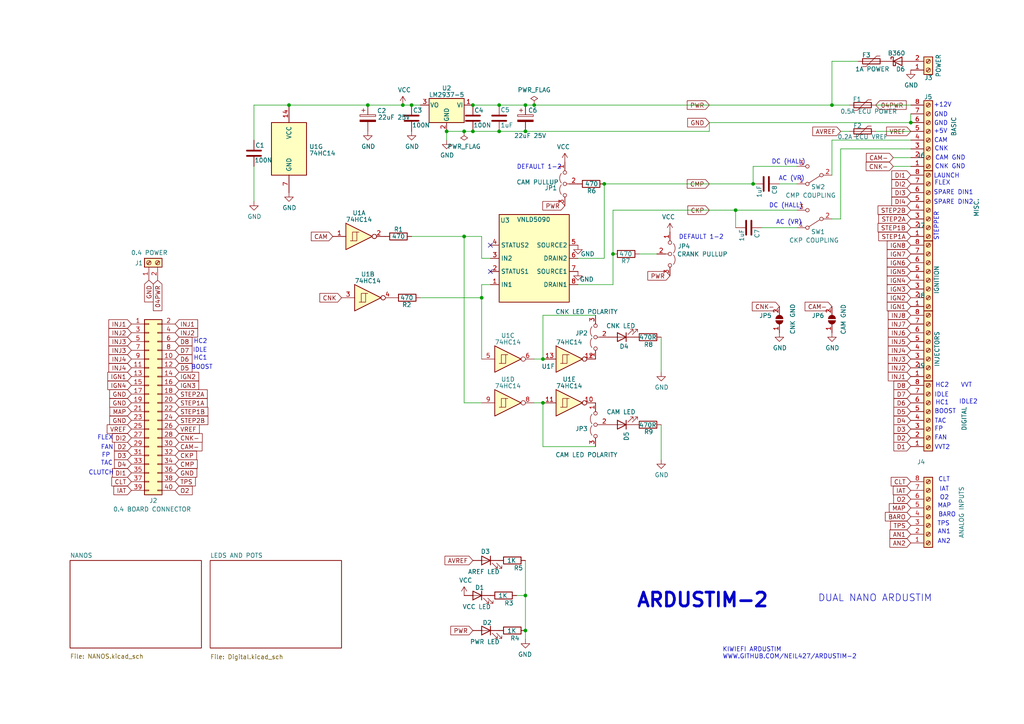
<source format=kicad_sch>
(kicad_sch (version 20230121) (generator eeschema)

  (uuid 1bddbf16-6498-4d41-b783-4f410148cdce)

  (paper "A4")

  (lib_symbols
    (symbol "74xx:74HC14" (pin_names (offset 1.016)) (in_bom yes) (on_board yes)
      (property "Reference" "U" (at 0 1.27 0)
        (effects (font (size 1.27 1.27)))
      )
      (property "Value" "74HC14" (at 0 -1.27 0)
        (effects (font (size 1.27 1.27)))
      )
      (property "Footprint" "" (at 0 0 0)
        (effects (font (size 1.27 1.27)) hide)
      )
      (property "Datasheet" "http://www.ti.com/lit/gpn/sn74HC14" (at 0 0 0)
        (effects (font (size 1.27 1.27)) hide)
      )
      (property "ki_locked" "" (at 0 0 0)
        (effects (font (size 1.27 1.27)))
      )
      (property "ki_keywords" "HCMOS not inverter" (at 0 0 0)
        (effects (font (size 1.27 1.27)) hide)
      )
      (property "ki_description" "Hex inverter schmitt trigger" (at 0 0 0)
        (effects (font (size 1.27 1.27)) hide)
      )
      (property "ki_fp_filters" "DIP*W7.62mm*" (at 0 0 0)
        (effects (font (size 1.27 1.27)) hide)
      )
      (symbol "74HC14_1_0"
        (polyline
          (pts
            (xy -3.81 3.81)
            (xy -3.81 -3.81)
            (xy 3.81 0)
            (xy -3.81 3.81)
          )
          (stroke (width 0.254) (type default))
          (fill (type background))
        )
        (pin input line (at -7.62 0 0) (length 3.81)
          (name "~" (effects (font (size 1.27 1.27))))
          (number "1" (effects (font (size 1.27 1.27))))
        )
        (pin output inverted (at 7.62 0 180) (length 3.81)
          (name "~" (effects (font (size 1.27 1.27))))
          (number "2" (effects (font (size 1.27 1.27))))
        )
      )
      (symbol "74HC14_1_1"
        (polyline
          (pts
            (xy -1.905 -1.27)
            (xy -1.905 1.27)
            (xy -0.635 1.27)
          )
          (stroke (width 0) (type default))
          (fill (type none))
        )
        (polyline
          (pts
            (xy -2.54 -1.27)
            (xy -0.635 -1.27)
            (xy -0.635 1.27)
            (xy 0 1.27)
          )
          (stroke (width 0) (type default))
          (fill (type none))
        )
      )
      (symbol "74HC14_2_0"
        (polyline
          (pts
            (xy -3.81 3.81)
            (xy -3.81 -3.81)
            (xy 3.81 0)
            (xy -3.81 3.81)
          )
          (stroke (width 0.254) (type default))
          (fill (type background))
        )
        (pin input line (at -7.62 0 0) (length 3.81)
          (name "~" (effects (font (size 1.27 1.27))))
          (number "3" (effects (font (size 1.27 1.27))))
        )
        (pin output inverted (at 7.62 0 180) (length 3.81)
          (name "~" (effects (font (size 1.27 1.27))))
          (number "4" (effects (font (size 1.27 1.27))))
        )
      )
      (symbol "74HC14_2_1"
        (polyline
          (pts
            (xy -1.905 -1.27)
            (xy -1.905 1.27)
            (xy -0.635 1.27)
          )
          (stroke (width 0) (type default))
          (fill (type none))
        )
        (polyline
          (pts
            (xy -2.54 -1.27)
            (xy -0.635 -1.27)
            (xy -0.635 1.27)
            (xy 0 1.27)
          )
          (stroke (width 0) (type default))
          (fill (type none))
        )
      )
      (symbol "74HC14_3_0"
        (polyline
          (pts
            (xy -3.81 3.81)
            (xy -3.81 -3.81)
            (xy 3.81 0)
            (xy -3.81 3.81)
          )
          (stroke (width 0.254) (type default))
          (fill (type background))
        )
        (pin input line (at -7.62 0 0) (length 3.81)
          (name "~" (effects (font (size 1.27 1.27))))
          (number "5" (effects (font (size 1.27 1.27))))
        )
        (pin output inverted (at 7.62 0 180) (length 3.81)
          (name "~" (effects (font (size 1.27 1.27))))
          (number "6" (effects (font (size 1.27 1.27))))
        )
      )
      (symbol "74HC14_3_1"
        (polyline
          (pts
            (xy -1.905 -1.27)
            (xy -1.905 1.27)
            (xy -0.635 1.27)
          )
          (stroke (width 0) (type default))
          (fill (type none))
        )
        (polyline
          (pts
            (xy -2.54 -1.27)
            (xy -0.635 -1.27)
            (xy -0.635 1.27)
            (xy 0 1.27)
          )
          (stroke (width 0) (type default))
          (fill (type none))
        )
      )
      (symbol "74HC14_4_0"
        (polyline
          (pts
            (xy -3.81 3.81)
            (xy -3.81 -3.81)
            (xy 3.81 0)
            (xy -3.81 3.81)
          )
          (stroke (width 0.254) (type default))
          (fill (type background))
        )
        (pin output inverted (at 7.62 0 180) (length 3.81)
          (name "~" (effects (font (size 1.27 1.27))))
          (number "8" (effects (font (size 1.27 1.27))))
        )
        (pin input line (at -7.62 0 0) (length 3.81)
          (name "~" (effects (font (size 1.27 1.27))))
          (number "9" (effects (font (size 1.27 1.27))))
        )
      )
      (symbol "74HC14_4_1"
        (polyline
          (pts
            (xy -1.905 -1.27)
            (xy -1.905 1.27)
            (xy -0.635 1.27)
          )
          (stroke (width 0) (type default))
          (fill (type none))
        )
        (polyline
          (pts
            (xy -2.54 -1.27)
            (xy -0.635 -1.27)
            (xy -0.635 1.27)
            (xy 0 1.27)
          )
          (stroke (width 0) (type default))
          (fill (type none))
        )
      )
      (symbol "74HC14_5_0"
        (polyline
          (pts
            (xy -3.81 3.81)
            (xy -3.81 -3.81)
            (xy 3.81 0)
            (xy -3.81 3.81)
          )
          (stroke (width 0.254) (type default))
          (fill (type background))
        )
        (pin output inverted (at 7.62 0 180) (length 3.81)
          (name "~" (effects (font (size 1.27 1.27))))
          (number "10" (effects (font (size 1.27 1.27))))
        )
        (pin input line (at -7.62 0 0) (length 3.81)
          (name "~" (effects (font (size 1.27 1.27))))
          (number "11" (effects (font (size 1.27 1.27))))
        )
      )
      (symbol "74HC14_5_1"
        (polyline
          (pts
            (xy -1.905 -1.27)
            (xy -1.905 1.27)
            (xy -0.635 1.27)
          )
          (stroke (width 0) (type default))
          (fill (type none))
        )
        (polyline
          (pts
            (xy -2.54 -1.27)
            (xy -0.635 -1.27)
            (xy -0.635 1.27)
            (xy 0 1.27)
          )
          (stroke (width 0) (type default))
          (fill (type none))
        )
      )
      (symbol "74HC14_6_0"
        (polyline
          (pts
            (xy -3.81 3.81)
            (xy -3.81 -3.81)
            (xy 3.81 0)
            (xy -3.81 3.81)
          )
          (stroke (width 0.254) (type default))
          (fill (type background))
        )
        (pin output inverted (at 7.62 0 180) (length 3.81)
          (name "~" (effects (font (size 1.27 1.27))))
          (number "12" (effects (font (size 1.27 1.27))))
        )
        (pin input line (at -7.62 0 0) (length 3.81)
          (name "~" (effects (font (size 1.27 1.27))))
          (number "13" (effects (font (size 1.27 1.27))))
        )
      )
      (symbol "74HC14_6_1"
        (polyline
          (pts
            (xy -1.905 -1.27)
            (xy -1.905 1.27)
            (xy -0.635 1.27)
          )
          (stroke (width 0) (type default))
          (fill (type none))
        )
        (polyline
          (pts
            (xy -2.54 -1.27)
            (xy -0.635 -1.27)
            (xy -0.635 1.27)
            (xy 0 1.27)
          )
          (stroke (width 0) (type default))
          (fill (type none))
        )
      )
      (symbol "74HC14_7_0"
        (pin power_in line (at 0 12.7 270) (length 5.08)
          (name "VCC" (effects (font (size 1.27 1.27))))
          (number "14" (effects (font (size 1.27 1.27))))
        )
        (pin power_in line (at 0 -12.7 90) (length 5.08)
          (name "GND" (effects (font (size 1.27 1.27))))
          (number "7" (effects (font (size 1.27 1.27))))
        )
      )
      (symbol "74HC14_7_1"
        (rectangle (start -5.08 7.62) (end 5.08 -7.62)
          (stroke (width 0.254) (type default))
          (fill (type background))
        )
      )
    )
    (symbol "Connector:Screw_Terminal_01x02" (pin_names (offset 1.016) hide) (in_bom yes) (on_board yes)
      (property "Reference" "J" (at 0 2.54 0)
        (effects (font (size 1.27 1.27)))
      )
      (property "Value" "Screw_Terminal_01x02" (at 0 -5.08 0)
        (effects (font (size 1.27 1.27)))
      )
      (property "Footprint" "" (at 0 0 0)
        (effects (font (size 1.27 1.27)) hide)
      )
      (property "Datasheet" "~" (at 0 0 0)
        (effects (font (size 1.27 1.27)) hide)
      )
      (property "ki_keywords" "screw terminal" (at 0 0 0)
        (effects (font (size 1.27 1.27)) hide)
      )
      (property "ki_description" "Generic screw terminal, single row, 01x02, script generated (kicad-library-utils/schlib/autogen/connector/)" (at 0 0 0)
        (effects (font (size 1.27 1.27)) hide)
      )
      (property "ki_fp_filters" "TerminalBlock*:*" (at 0 0 0)
        (effects (font (size 1.27 1.27)) hide)
      )
      (symbol "Screw_Terminal_01x02_1_1"
        (rectangle (start -1.27 1.27) (end 1.27 -3.81)
          (stroke (width 0.254) (type default))
          (fill (type background))
        )
        (circle (center 0 -2.54) (radius 0.635)
          (stroke (width 0.1524) (type default))
          (fill (type none))
        )
        (polyline
          (pts
            (xy -0.5334 -2.2098)
            (xy 0.3302 -3.048)
          )
          (stroke (width 0.1524) (type default))
          (fill (type none))
        )
        (polyline
          (pts
            (xy -0.5334 0.3302)
            (xy 0.3302 -0.508)
          )
          (stroke (width 0.1524) (type default))
          (fill (type none))
        )
        (polyline
          (pts
            (xy -0.3556 -2.032)
            (xy 0.508 -2.8702)
          )
          (stroke (width 0.1524) (type default))
          (fill (type none))
        )
        (polyline
          (pts
            (xy -0.3556 0.508)
            (xy 0.508 -0.3302)
          )
          (stroke (width 0.1524) (type default))
          (fill (type none))
        )
        (circle (center 0 0) (radius 0.635)
          (stroke (width 0.1524) (type default))
          (fill (type none))
        )
        (pin passive line (at -5.08 0 0) (length 3.81)
          (name "Pin_1" (effects (font (size 1.27 1.27))))
          (number "1" (effects (font (size 1.27 1.27))))
        )
        (pin passive line (at -5.08 -2.54 0) (length 3.81)
          (name "Pin_2" (effects (font (size 1.27 1.27))))
          (number "2" (effects (font (size 1.27 1.27))))
        )
      )
    )
    (symbol "Connector:Screw_Terminal_01x08" (pin_names (offset 1.016) hide) (in_bom yes) (on_board yes)
      (property "Reference" "J" (at 0 10.16 0)
        (effects (font (size 1.27 1.27)))
      )
      (property "Value" "Screw_Terminal_01x08" (at 0 -12.7 0)
        (effects (font (size 1.27 1.27)))
      )
      (property "Footprint" "" (at 0 0 0)
        (effects (font (size 1.27 1.27)) hide)
      )
      (property "Datasheet" "~" (at 0 0 0)
        (effects (font (size 1.27 1.27)) hide)
      )
      (property "ki_keywords" "screw terminal" (at 0 0 0)
        (effects (font (size 1.27 1.27)) hide)
      )
      (property "ki_description" "Generic screw terminal, single row, 01x08, script generated (kicad-library-utils/schlib/autogen/connector/)" (at 0 0 0)
        (effects (font (size 1.27 1.27)) hide)
      )
      (property "ki_fp_filters" "TerminalBlock*:*" (at 0 0 0)
        (effects (font (size 1.27 1.27)) hide)
      )
      (symbol "Screw_Terminal_01x08_1_1"
        (rectangle (start -1.27 8.89) (end 1.27 -11.43)
          (stroke (width 0.254) (type default))
          (fill (type background))
        )
        (circle (center 0 -10.16) (radius 0.635)
          (stroke (width 0.1524) (type default))
          (fill (type none))
        )
        (circle (center 0 -7.62) (radius 0.635)
          (stroke (width 0.1524) (type default))
          (fill (type none))
        )
        (circle (center 0 -5.08) (radius 0.635)
          (stroke (width 0.1524) (type default))
          (fill (type none))
        )
        (circle (center 0 -2.54) (radius 0.635)
          (stroke (width 0.1524) (type default))
          (fill (type none))
        )
        (polyline
          (pts
            (xy -0.5334 -9.8298)
            (xy 0.3302 -10.668)
          )
          (stroke (width 0.1524) (type default))
          (fill (type none))
        )
        (polyline
          (pts
            (xy -0.5334 -7.2898)
            (xy 0.3302 -8.128)
          )
          (stroke (width 0.1524) (type default))
          (fill (type none))
        )
        (polyline
          (pts
            (xy -0.5334 -4.7498)
            (xy 0.3302 -5.588)
          )
          (stroke (width 0.1524) (type default))
          (fill (type none))
        )
        (polyline
          (pts
            (xy -0.5334 -2.2098)
            (xy 0.3302 -3.048)
          )
          (stroke (width 0.1524) (type default))
          (fill (type none))
        )
        (polyline
          (pts
            (xy -0.5334 0.3302)
            (xy 0.3302 -0.508)
          )
          (stroke (width 0.1524) (type default))
          (fill (type none))
        )
        (polyline
          (pts
            (xy -0.5334 2.8702)
            (xy 0.3302 2.032)
          )
          (stroke (width 0.1524) (type default))
          (fill (type none))
        )
        (polyline
          (pts
            (xy -0.5334 5.4102)
            (xy 0.3302 4.572)
          )
          (stroke (width 0.1524) (type default))
          (fill (type none))
        )
        (polyline
          (pts
            (xy -0.5334 7.9502)
            (xy 0.3302 7.112)
          )
          (stroke (width 0.1524) (type default))
          (fill (type none))
        )
        (polyline
          (pts
            (xy -0.3556 -9.652)
            (xy 0.508 -10.4902)
          )
          (stroke (width 0.1524) (type default))
          (fill (type none))
        )
        (polyline
          (pts
            (xy -0.3556 -7.112)
            (xy 0.508 -7.9502)
          )
          (stroke (width 0.1524) (type default))
          (fill (type none))
        )
        (polyline
          (pts
            (xy -0.3556 -4.572)
            (xy 0.508 -5.4102)
          )
          (stroke (width 0.1524) (type default))
          (fill (type none))
        )
        (polyline
          (pts
            (xy -0.3556 -2.032)
            (xy 0.508 -2.8702)
          )
          (stroke (width 0.1524) (type default))
          (fill (type none))
        )
        (polyline
          (pts
            (xy -0.3556 0.508)
            (xy 0.508 -0.3302)
          )
          (stroke (width 0.1524) (type default))
          (fill (type none))
        )
        (polyline
          (pts
            (xy -0.3556 3.048)
            (xy 0.508 2.2098)
          )
          (stroke (width 0.1524) (type default))
          (fill (type none))
        )
        (polyline
          (pts
            (xy -0.3556 5.588)
            (xy 0.508 4.7498)
          )
          (stroke (width 0.1524) (type default))
          (fill (type none))
        )
        (polyline
          (pts
            (xy -0.3556 8.128)
            (xy 0.508 7.2898)
          )
          (stroke (width 0.1524) (type default))
          (fill (type none))
        )
        (circle (center 0 0) (radius 0.635)
          (stroke (width 0.1524) (type default))
          (fill (type none))
        )
        (circle (center 0 2.54) (radius 0.635)
          (stroke (width 0.1524) (type default))
          (fill (type none))
        )
        (circle (center 0 5.08) (radius 0.635)
          (stroke (width 0.1524) (type default))
          (fill (type none))
        )
        (circle (center 0 7.62) (radius 0.635)
          (stroke (width 0.1524) (type default))
          (fill (type none))
        )
        (pin passive line (at -5.08 7.62 0) (length 3.81)
          (name "Pin_1" (effects (font (size 1.27 1.27))))
          (number "1" (effects (font (size 1.27 1.27))))
        )
        (pin passive line (at -5.08 5.08 0) (length 3.81)
          (name "Pin_2" (effects (font (size 1.27 1.27))))
          (number "2" (effects (font (size 1.27 1.27))))
        )
        (pin passive line (at -5.08 2.54 0) (length 3.81)
          (name "Pin_3" (effects (font (size 1.27 1.27))))
          (number "3" (effects (font (size 1.27 1.27))))
        )
        (pin passive line (at -5.08 0 0) (length 3.81)
          (name "Pin_4" (effects (font (size 1.27 1.27))))
          (number "4" (effects (font (size 1.27 1.27))))
        )
        (pin passive line (at -5.08 -2.54 0) (length 3.81)
          (name "Pin_5" (effects (font (size 1.27 1.27))))
          (number "5" (effects (font (size 1.27 1.27))))
        )
        (pin passive line (at -5.08 -5.08 0) (length 3.81)
          (name "Pin_6" (effects (font (size 1.27 1.27))))
          (number "6" (effects (font (size 1.27 1.27))))
        )
        (pin passive line (at -5.08 -7.62 0) (length 3.81)
          (name "Pin_7" (effects (font (size 1.27 1.27))))
          (number "7" (effects (font (size 1.27 1.27))))
        )
        (pin passive line (at -5.08 -10.16 0) (length 3.81)
          (name "Pin_8" (effects (font (size 1.27 1.27))))
          (number "8" (effects (font (size 1.27 1.27))))
        )
      )
    )
    (symbol "Connector_Generic:Conn_02x20_Odd_Even" (pin_names (offset 1.016) hide) (in_bom yes) (on_board yes)
      (property "Reference" "J" (at 1.27 25.4 0)
        (effects (font (size 1.27 1.27)))
      )
      (property "Value" "Conn_02x20_Odd_Even" (at 1.27 -27.94 0)
        (effects (font (size 1.27 1.27)))
      )
      (property "Footprint" "" (at 0 0 0)
        (effects (font (size 1.27 1.27)) hide)
      )
      (property "Datasheet" "~" (at 0 0 0)
        (effects (font (size 1.27 1.27)) hide)
      )
      (property "ki_keywords" "connector" (at 0 0 0)
        (effects (font (size 1.27 1.27)) hide)
      )
      (property "ki_description" "Generic connector, double row, 02x20, odd/even pin numbering scheme (row 1 odd numbers, row 2 even numbers), script generated (kicad-library-utils/schlib/autogen/connector/)" (at 0 0 0)
        (effects (font (size 1.27 1.27)) hide)
      )
      (property "ki_fp_filters" "Connector*:*_2x??_*" (at 0 0 0)
        (effects (font (size 1.27 1.27)) hide)
      )
      (symbol "Conn_02x20_Odd_Even_1_1"
        (rectangle (start -1.27 -25.273) (end 0 -25.527)
          (stroke (width 0.1524) (type default))
          (fill (type none))
        )
        (rectangle (start -1.27 -22.733) (end 0 -22.987)
          (stroke (width 0.1524) (type default))
          (fill (type none))
        )
        (rectangle (start -1.27 -20.193) (end 0 -20.447)
          (stroke (width 0.1524) (type default))
          (fill (type none))
        )
        (rectangle (start -1.27 -17.653) (end 0 -17.907)
          (stroke (width 0.1524) (type default))
          (fill (type none))
        )
        (rectangle (start -1.27 -15.113) (end 0 -15.367)
          (stroke (width 0.1524) (type default))
          (fill (type none))
        )
        (rectangle (start -1.27 -12.573) (end 0 -12.827)
          (stroke (width 0.1524) (type default))
          (fill (type none))
        )
        (rectangle (start -1.27 -10.033) (end 0 -10.287)
          (stroke (width 0.1524) (type default))
          (fill (type none))
        )
        (rectangle (start -1.27 -7.493) (end 0 -7.747)
          (stroke (width 0.1524) (type default))
          (fill (type none))
        )
        (rectangle (start -1.27 -4.953) (end 0 -5.207)
          (stroke (width 0.1524) (type default))
          (fill (type none))
        )
        (rectangle (start -1.27 -2.413) (end 0 -2.667)
          (stroke (width 0.1524) (type default))
          (fill (type none))
        )
        (rectangle (start -1.27 0.127) (end 0 -0.127)
          (stroke (width 0.1524) (type default))
          (fill (type none))
        )
        (rectangle (start -1.27 2.667) (end 0 2.413)
          (stroke (width 0.1524) (type default))
          (fill (type none))
        )
        (rectangle (start -1.27 5.207) (end 0 4.953)
          (stroke (width 0.1524) (type default))
          (fill (type none))
        )
        (rectangle (start -1.27 7.747) (end 0 7.493)
          (stroke (width 0.1524) (type default))
          (fill (type none))
        )
        (rectangle (start -1.27 10.287) (end 0 10.033)
          (stroke (width 0.1524) (type default))
          (fill (type none))
        )
        (rectangle (start -1.27 12.827) (end 0 12.573)
          (stroke (width 0.1524) (type default))
          (fill (type none))
        )
        (rectangle (start -1.27 15.367) (end 0 15.113)
          (stroke (width 0.1524) (type default))
          (fill (type none))
        )
        (rectangle (start -1.27 17.907) (end 0 17.653)
          (stroke (width 0.1524) (type default))
          (fill (type none))
        )
        (rectangle (start -1.27 20.447) (end 0 20.193)
          (stroke (width 0.1524) (type default))
          (fill (type none))
        )
        (rectangle (start -1.27 22.987) (end 0 22.733)
          (stroke (width 0.1524) (type default))
          (fill (type none))
        )
        (rectangle (start -1.27 24.13) (end 3.81 -26.67)
          (stroke (width 0.254) (type default))
          (fill (type background))
        )
        (rectangle (start 3.81 -25.273) (end 2.54 -25.527)
          (stroke (width 0.1524) (type default))
          (fill (type none))
        )
        (rectangle (start 3.81 -22.733) (end 2.54 -22.987)
          (stroke (width 0.1524) (type default))
          (fill (type none))
        )
        (rectangle (start 3.81 -20.193) (end 2.54 -20.447)
          (stroke (width 0.1524) (type default))
          (fill (type none))
        )
        (rectangle (start 3.81 -17.653) (end 2.54 -17.907)
          (stroke (width 0.1524) (type default))
          (fill (type none))
        )
        (rectangle (start 3.81 -15.113) (end 2.54 -15.367)
          (stroke (width 0.1524) (type default))
          (fill (type none))
        )
        (rectangle (start 3.81 -12.573) (end 2.54 -12.827)
          (stroke (width 0.1524) (type default))
          (fill (type none))
        )
        (rectangle (start 3.81 -10.033) (end 2.54 -10.287)
          (stroke (width 0.1524) (type default))
          (fill (type none))
        )
        (rectangle (start 3.81 -7.493) (end 2.54 -7.747)
          (stroke (width 0.1524) (type default))
          (fill (type none))
        )
        (rectangle (start 3.81 -4.953) (end 2.54 -5.207)
          (stroke (width 0.1524) (type default))
          (fill (type none))
        )
        (rectangle (start 3.81 -2.413) (end 2.54 -2.667)
          (stroke (width 0.1524) (type default))
          (fill (type none))
        )
        (rectangle (start 3.81 0.127) (end 2.54 -0.127)
          (stroke (width 0.1524) (type default))
          (fill (type none))
        )
        (rectangle (start 3.81 2.667) (end 2.54 2.413)
          (stroke (width 0.1524) (type default))
          (fill (type none))
        )
        (rectangle (start 3.81 5.207) (end 2.54 4.953)
          (stroke (width 0.1524) (type default))
          (fill (type none))
        )
        (rectangle (start 3.81 7.747) (end 2.54 7.493)
          (stroke (width 0.1524) (type default))
          (fill (type none))
        )
        (rectangle (start 3.81 10.287) (end 2.54 10.033)
          (stroke (width 0.1524) (type default))
          (fill (type none))
        )
        (rectangle (start 3.81 12.827) (end 2.54 12.573)
          (stroke (width 0.1524) (type default))
          (fill (type none))
        )
        (rectangle (start 3.81 15.367) (end 2.54 15.113)
          (stroke (width 0.1524) (type default))
          (fill (type none))
        )
        (rectangle (start 3.81 17.907) (end 2.54 17.653)
          (stroke (width 0.1524) (type default))
          (fill (type none))
        )
        (rectangle (start 3.81 20.447) (end 2.54 20.193)
          (stroke (width 0.1524) (type default))
          (fill (type none))
        )
        (rectangle (start 3.81 22.987) (end 2.54 22.733)
          (stroke (width 0.1524) (type default))
          (fill (type none))
        )
        (pin passive line (at -5.08 22.86 0) (length 3.81)
          (name "Pin_1" (effects (font (size 1.27 1.27))))
          (number "1" (effects (font (size 1.27 1.27))))
        )
        (pin passive line (at 7.62 12.7 180) (length 3.81)
          (name "Pin_10" (effects (font (size 1.27 1.27))))
          (number "10" (effects (font (size 1.27 1.27))))
        )
        (pin passive line (at -5.08 10.16 0) (length 3.81)
          (name "Pin_11" (effects (font (size 1.27 1.27))))
          (number "11" (effects (font (size 1.27 1.27))))
        )
        (pin passive line (at 7.62 10.16 180) (length 3.81)
          (name "Pin_12" (effects (font (size 1.27 1.27))))
          (number "12" (effects (font (size 1.27 1.27))))
        )
        (pin passive line (at -5.08 7.62 0) (length 3.81)
          (name "Pin_13" (effects (font (size 1.27 1.27))))
          (number "13" (effects (font (size 1.27 1.27))))
        )
        (pin passive line (at 7.62 7.62 180) (length 3.81)
          (name "Pin_14" (effects (font (size 1.27 1.27))))
          (number "14" (effects (font (size 1.27 1.27))))
        )
        (pin passive line (at -5.08 5.08 0) (length 3.81)
          (name "Pin_15" (effects (font (size 1.27 1.27))))
          (number "15" (effects (font (size 1.27 1.27))))
        )
        (pin passive line (at 7.62 5.08 180) (length 3.81)
          (name "Pin_16" (effects (font (size 1.27 1.27))))
          (number "16" (effects (font (size 1.27 1.27))))
        )
        (pin passive line (at -5.08 2.54 0) (length 3.81)
          (name "Pin_17" (effects (font (size 1.27 1.27))))
          (number "17" (effects (font (size 1.27 1.27))))
        )
        (pin passive line (at 7.62 2.54 180) (length 3.81)
          (name "Pin_18" (effects (font (size 1.27 1.27))))
          (number "18" (effects (font (size 1.27 1.27))))
        )
        (pin passive line (at -5.08 0 0) (length 3.81)
          (name "Pin_19" (effects (font (size 1.27 1.27))))
          (number "19" (effects (font (size 1.27 1.27))))
        )
        (pin passive line (at 7.62 22.86 180) (length 3.81)
          (name "Pin_2" (effects (font (size 1.27 1.27))))
          (number "2" (effects (font (size 1.27 1.27))))
        )
        (pin passive line (at 7.62 0 180) (length 3.81)
          (name "Pin_20" (effects (font (size 1.27 1.27))))
          (number "20" (effects (font (size 1.27 1.27))))
        )
        (pin passive line (at -5.08 -2.54 0) (length 3.81)
          (name "Pin_21" (effects (font (size 1.27 1.27))))
          (number "21" (effects (font (size 1.27 1.27))))
        )
        (pin passive line (at 7.62 -2.54 180) (length 3.81)
          (name "Pin_22" (effects (font (size 1.27 1.27))))
          (number "22" (effects (font (size 1.27 1.27))))
        )
        (pin passive line (at -5.08 -5.08 0) (length 3.81)
          (name "Pin_23" (effects (font (size 1.27 1.27))))
          (number "23" (effects (font (size 1.27 1.27))))
        )
        (pin passive line (at 7.62 -5.08 180) (length 3.81)
          (name "Pin_24" (effects (font (size 1.27 1.27))))
          (number "24" (effects (font (size 1.27 1.27))))
        )
        (pin passive line (at -5.08 -7.62 0) (length 3.81)
          (name "Pin_25" (effects (font (size 1.27 1.27))))
          (number "25" (effects (font (size 1.27 1.27))))
        )
        (pin passive line (at 7.62 -7.62 180) (length 3.81)
          (name "Pin_26" (effects (font (size 1.27 1.27))))
          (number "26" (effects (font (size 1.27 1.27))))
        )
        (pin passive line (at -5.08 -10.16 0) (length 3.81)
          (name "Pin_27" (effects (font (size 1.27 1.27))))
          (number "27" (effects (font (size 1.27 1.27))))
        )
        (pin passive line (at 7.62 -10.16 180) (length 3.81)
          (name "Pin_28" (effects (font (size 1.27 1.27))))
          (number "28" (effects (font (size 1.27 1.27))))
        )
        (pin passive line (at -5.08 -12.7 0) (length 3.81)
          (name "Pin_29" (effects (font (size 1.27 1.27))))
          (number "29" (effects (font (size 1.27 1.27))))
        )
        (pin passive line (at -5.08 20.32 0) (length 3.81)
          (name "Pin_3" (effects (font (size 1.27 1.27))))
          (number "3" (effects (font (size 1.27 1.27))))
        )
        (pin passive line (at 7.62 -12.7 180) (length 3.81)
          (name "Pin_30" (effects (font (size 1.27 1.27))))
          (number "30" (effects (font (size 1.27 1.27))))
        )
        (pin passive line (at -5.08 -15.24 0) (length 3.81)
          (name "Pin_31" (effects (font (size 1.27 1.27))))
          (number "31" (effects (font (size 1.27 1.27))))
        )
        (pin passive line (at 7.62 -15.24 180) (length 3.81)
          (name "Pin_32" (effects (font (size 1.27 1.27))))
          (number "32" (effects (font (size 1.27 1.27))))
        )
        (pin passive line (at -5.08 -17.78 0) (length 3.81)
          (name "Pin_33" (effects (font (size 1.27 1.27))))
          (number "33" (effects (font (size 1.27 1.27))))
        )
        (pin passive line (at 7.62 -17.78 180) (length 3.81)
          (name "Pin_34" (effects (font (size 1.27 1.27))))
          (number "34" (effects (font (size 1.27 1.27))))
        )
        (pin passive line (at -5.08 -20.32 0) (length 3.81)
          (name "Pin_35" (effects (font (size 1.27 1.27))))
          (number "35" (effects (font (size 1.27 1.27))))
        )
        (pin passive line (at 7.62 -20.32 180) (length 3.81)
          (name "Pin_36" (effects (font (size 1.27 1.27))))
          (number "36" (effects (font (size 1.27 1.27))))
        )
        (pin passive line (at -5.08 -22.86 0) (length 3.81)
          (name "Pin_37" (effects (font (size 1.27 1.27))))
          (number "37" (effects (font (size 1.27 1.27))))
        )
        (pin passive line (at 7.62 -22.86 180) (length 3.81)
          (name "Pin_38" (effects (font (size 1.27 1.27))))
          (number "38" (effects (font (size 1.27 1.27))))
        )
        (pin passive line (at -5.08 -25.4 0) (length 3.81)
          (name "Pin_39" (effects (font (size 1.27 1.27))))
          (number "39" (effects (font (size 1.27 1.27))))
        )
        (pin passive line (at 7.62 20.32 180) (length 3.81)
          (name "Pin_4" (effects (font (size 1.27 1.27))))
          (number "4" (effects (font (size 1.27 1.27))))
        )
        (pin passive line (at 7.62 -25.4 180) (length 3.81)
          (name "Pin_40" (effects (font (size 1.27 1.27))))
          (number "40" (effects (font (size 1.27 1.27))))
        )
        (pin passive line (at -5.08 17.78 0) (length 3.81)
          (name "Pin_5" (effects (font (size 1.27 1.27))))
          (number "5" (effects (font (size 1.27 1.27))))
        )
        (pin passive line (at 7.62 17.78 180) (length 3.81)
          (name "Pin_6" (effects (font (size 1.27 1.27))))
          (number "6" (effects (font (size 1.27 1.27))))
        )
        (pin passive line (at -5.08 15.24 0) (length 3.81)
          (name "Pin_7" (effects (font (size 1.27 1.27))))
          (number "7" (effects (font (size 1.27 1.27))))
        )
        (pin passive line (at 7.62 15.24 180) (length 3.81)
          (name "Pin_8" (effects (font (size 1.27 1.27))))
          (number "8" (effects (font (size 1.27 1.27))))
        )
        (pin passive line (at -5.08 12.7 0) (length 3.81)
          (name "Pin_9" (effects (font (size 1.27 1.27))))
          (number "9" (effects (font (size 1.27 1.27))))
        )
      )
    )
    (symbol "Device:C" (pin_numbers hide) (pin_names (offset 0.254)) (in_bom yes) (on_board yes)
      (property "Reference" "C" (at 0.635 2.54 0)
        (effects (font (size 1.27 1.27)) (justify left))
      )
      (property "Value" "C" (at 0.635 -2.54 0)
        (effects (font (size 1.27 1.27)) (justify left))
      )
      (property "Footprint" "" (at 0.9652 -3.81 0)
        (effects (font (size 1.27 1.27)) hide)
      )
      (property "Datasheet" "~" (at 0 0 0)
        (effects (font (size 1.27 1.27)) hide)
      )
      (property "ki_keywords" "cap capacitor" (at 0 0 0)
        (effects (font (size 1.27 1.27)) hide)
      )
      (property "ki_description" "Unpolarized capacitor" (at 0 0 0)
        (effects (font (size 1.27 1.27)) hide)
      )
      (property "ki_fp_filters" "C_*" (at 0 0 0)
        (effects (font (size 1.27 1.27)) hide)
      )
      (symbol "C_0_1"
        (polyline
          (pts
            (xy -2.032 -0.762)
            (xy 2.032 -0.762)
          )
          (stroke (width 0.508) (type default))
          (fill (type none))
        )
        (polyline
          (pts
            (xy -2.032 0.762)
            (xy 2.032 0.762)
          )
          (stroke (width 0.508) (type default))
          (fill (type none))
        )
      )
      (symbol "C_1_1"
        (pin passive line (at 0 3.81 270) (length 2.794)
          (name "~" (effects (font (size 1.27 1.27))))
          (number "1" (effects (font (size 1.27 1.27))))
        )
        (pin passive line (at 0 -3.81 90) (length 2.794)
          (name "~" (effects (font (size 1.27 1.27))))
          (number "2" (effects (font (size 1.27 1.27))))
        )
      )
    )
    (symbol "Device:LED" (pin_numbers hide) (pin_names (offset 1.016) hide) (in_bom yes) (on_board yes)
      (property "Reference" "D" (at 0 2.54 0)
        (effects (font (size 1.27 1.27)))
      )
      (property "Value" "LED" (at 0 -2.54 0)
        (effects (font (size 1.27 1.27)))
      )
      (property "Footprint" "" (at 0 0 0)
        (effects (font (size 1.27 1.27)) hide)
      )
      (property "Datasheet" "~" (at 0 0 0)
        (effects (font (size 1.27 1.27)) hide)
      )
      (property "ki_keywords" "LED diode" (at 0 0 0)
        (effects (font (size 1.27 1.27)) hide)
      )
      (property "ki_description" "Light emitting diode" (at 0 0 0)
        (effects (font (size 1.27 1.27)) hide)
      )
      (property "ki_fp_filters" "LED* LED_SMD:* LED_THT:*" (at 0 0 0)
        (effects (font (size 1.27 1.27)) hide)
      )
      (symbol "LED_0_1"
        (polyline
          (pts
            (xy -1.27 -1.27)
            (xy -1.27 1.27)
          )
          (stroke (width 0.254) (type default))
          (fill (type none))
        )
        (polyline
          (pts
            (xy -1.27 0)
            (xy 1.27 0)
          )
          (stroke (width 0) (type default))
          (fill (type none))
        )
        (polyline
          (pts
            (xy 1.27 -1.27)
            (xy 1.27 1.27)
            (xy -1.27 0)
            (xy 1.27 -1.27)
          )
          (stroke (width 0.254) (type default))
          (fill (type none))
        )
        (polyline
          (pts
            (xy -3.048 -0.762)
            (xy -4.572 -2.286)
            (xy -3.81 -2.286)
            (xy -4.572 -2.286)
            (xy -4.572 -1.524)
          )
          (stroke (width 0) (type default))
          (fill (type none))
        )
        (polyline
          (pts
            (xy -1.778 -0.762)
            (xy -3.302 -2.286)
            (xy -2.54 -2.286)
            (xy -3.302 -2.286)
            (xy -3.302 -1.524)
          )
          (stroke (width 0) (type default))
          (fill (type none))
        )
      )
      (symbol "LED_1_1"
        (pin passive line (at -3.81 0 0) (length 2.54)
          (name "K" (effects (font (size 1.27 1.27))))
          (number "1" (effects (font (size 1.27 1.27))))
        )
        (pin passive line (at 3.81 0 180) (length 2.54)
          (name "A" (effects (font (size 1.27 1.27))))
          (number "2" (effects (font (size 1.27 1.27))))
        )
      )
    )
    (symbol "Device:Polyfuse" (pin_numbers hide) (pin_names (offset 0)) (in_bom yes) (on_board yes)
      (property "Reference" "F" (at -2.54 0 90)
        (effects (font (size 1.27 1.27)))
      )
      (property "Value" "Polyfuse" (at 2.54 0 90)
        (effects (font (size 1.27 1.27)))
      )
      (property "Footprint" "" (at 1.27 -5.08 0)
        (effects (font (size 1.27 1.27)) (justify left) hide)
      )
      (property "Datasheet" "~" (at 0 0 0)
        (effects (font (size 1.27 1.27)) hide)
      )
      (property "ki_keywords" "resettable fuse PTC PPTC polyfuse polyswitch" (at 0 0 0)
        (effects (font (size 1.27 1.27)) hide)
      )
      (property "ki_description" "Resettable fuse, polymeric positive temperature coefficient" (at 0 0 0)
        (effects (font (size 1.27 1.27)) hide)
      )
      (property "ki_fp_filters" "*polyfuse* *PTC*" (at 0 0 0)
        (effects (font (size 1.27 1.27)) hide)
      )
      (symbol "Polyfuse_0_1"
        (rectangle (start -0.762 2.54) (end 0.762 -2.54)
          (stroke (width 0.254) (type default))
          (fill (type none))
        )
        (polyline
          (pts
            (xy 0 2.54)
            (xy 0 -2.54)
          )
          (stroke (width 0) (type default))
          (fill (type none))
        )
        (polyline
          (pts
            (xy -1.524 2.54)
            (xy -1.524 1.524)
            (xy 1.524 -1.524)
            (xy 1.524 -2.54)
          )
          (stroke (width 0) (type default))
          (fill (type none))
        )
      )
      (symbol "Polyfuse_1_1"
        (pin passive line (at 0 3.81 270) (length 1.27)
          (name "~" (effects (font (size 1.27 1.27))))
          (number "1" (effects (font (size 1.27 1.27))))
        )
        (pin passive line (at 0 -3.81 90) (length 1.27)
          (name "~" (effects (font (size 1.27 1.27))))
          (number "2" (effects (font (size 1.27 1.27))))
        )
      )
    )
    (symbol "Device:R" (pin_numbers hide) (pin_names (offset 0)) (in_bom yes) (on_board yes)
      (property "Reference" "R" (at 2.032 0 90)
        (effects (font (size 1.27 1.27)))
      )
      (property "Value" "R" (at 0 0 90)
        (effects (font (size 1.27 1.27)))
      )
      (property "Footprint" "" (at -1.778 0 90)
        (effects (font (size 1.27 1.27)) hide)
      )
      (property "Datasheet" "~" (at 0 0 0)
        (effects (font (size 1.27 1.27)) hide)
      )
      (property "ki_keywords" "R res resistor" (at 0 0 0)
        (effects (font (size 1.27 1.27)) hide)
      )
      (property "ki_description" "Resistor" (at 0 0 0)
        (effects (font (size 1.27 1.27)) hide)
      )
      (property "ki_fp_filters" "R_*" (at 0 0 0)
        (effects (font (size 1.27 1.27)) hide)
      )
      (symbol "R_0_1"
        (rectangle (start -1.016 -2.54) (end 1.016 2.54)
          (stroke (width 0.254) (type default))
          (fill (type none))
        )
      )
      (symbol "R_1_1"
        (pin passive line (at 0 3.81 270) (length 1.27)
          (name "~" (effects (font (size 1.27 1.27))))
          (number "1" (effects (font (size 1.27 1.27))))
        )
        (pin passive line (at 0 -3.81 90) (length 1.27)
          (name "~" (effects (font (size 1.27 1.27))))
          (number "2" (effects (font (size 1.27 1.27))))
        )
      )
    )
    (symbol "Diode:B360" (pin_numbers hide) (pin_names (offset 1.016) hide) (in_bom yes) (on_board yes)
      (property "Reference" "D" (at 0 2.54 0)
        (effects (font (size 1.27 1.27)))
      )
      (property "Value" "B360" (at 0 -2.54 0)
        (effects (font (size 1.27 1.27)))
      )
      (property "Footprint" "Diode_SMD:D_SMC" (at 0 -4.445 0)
        (effects (font (size 1.27 1.27)) hide)
      )
      (property "Datasheet" "http://www.jameco.com/Jameco/Products/ProdDS/1538777.pdf" (at 0 0 0)
        (effects (font (size 1.27 1.27)) hide)
      )
      (property "ki_keywords" "diode Schottky" (at 0 0 0)
        (effects (font (size 1.27 1.27)) hide)
      )
      (property "ki_description" "60V 3A Schottky Barrier Rectifier Diode, SMC" (at 0 0 0)
        (effects (font (size 1.27 1.27)) hide)
      )
      (property "ki_fp_filters" "D*SMC*" (at 0 0 0)
        (effects (font (size 1.27 1.27)) hide)
      )
      (symbol "B360_0_1"
        (polyline
          (pts
            (xy 1.27 0)
            (xy -1.27 0)
          )
          (stroke (width 0) (type default))
          (fill (type none))
        )
        (polyline
          (pts
            (xy 1.27 1.27)
            (xy 1.27 -1.27)
            (xy -1.27 0)
            (xy 1.27 1.27)
          )
          (stroke (width 0.254) (type default))
          (fill (type none))
        )
        (polyline
          (pts
            (xy -1.905 0.635)
            (xy -1.905 1.27)
            (xy -1.27 1.27)
            (xy -1.27 -1.27)
            (xy -0.635 -1.27)
            (xy -0.635 -0.635)
          )
          (stroke (width 0.254) (type default))
          (fill (type none))
        )
      )
      (symbol "B360_1_1"
        (pin passive line (at -3.81 0 0) (length 2.54)
          (name "K" (effects (font (size 1.27 1.27))))
          (number "1" (effects (font (size 1.27 1.27))))
        )
        (pin passive line (at 3.81 0 180) (length 2.54)
          (name "A" (effects (font (size 1.27 1.27))))
          (number "2" (effects (font (size 1.27 1.27))))
        )
      )
    )
    (symbol "Jumper:SolderJumper_2_Open" (pin_names (offset 0) hide) (in_bom yes) (on_board yes)
      (property "Reference" "JP" (at 0 2.032 0)
        (effects (font (size 1.27 1.27)))
      )
      (property "Value" "SolderJumper_2_Open" (at 0 -2.54 0)
        (effects (font (size 1.27 1.27)))
      )
      (property "Footprint" "" (at 0 0 0)
        (effects (font (size 1.27 1.27)) hide)
      )
      (property "Datasheet" "~" (at 0 0 0)
        (effects (font (size 1.27 1.27)) hide)
      )
      (property "ki_keywords" "solder jumper SPST" (at 0 0 0)
        (effects (font (size 1.27 1.27)) hide)
      )
      (property "ki_description" "Solder Jumper, 2-pole, open" (at 0 0 0)
        (effects (font (size 1.27 1.27)) hide)
      )
      (property "ki_fp_filters" "SolderJumper*Open*" (at 0 0 0)
        (effects (font (size 1.27 1.27)) hide)
      )
      (symbol "SolderJumper_2_Open_0_1"
        (arc (start -0.254 1.016) (mid -1.2656 0) (end -0.254 -1.016)
          (stroke (width 0) (type default))
          (fill (type none))
        )
        (arc (start -0.254 1.016) (mid -1.2656 0) (end -0.254 -1.016)
          (stroke (width 0) (type default))
          (fill (type outline))
        )
        (polyline
          (pts
            (xy -0.254 1.016)
            (xy -0.254 -1.016)
          )
          (stroke (width 0) (type default))
          (fill (type none))
        )
        (polyline
          (pts
            (xy 0.254 1.016)
            (xy 0.254 -1.016)
          )
          (stroke (width 0) (type default))
          (fill (type none))
        )
        (arc (start 0.254 -1.016) (mid 1.2656 0) (end 0.254 1.016)
          (stroke (width 0) (type default))
          (fill (type none))
        )
        (arc (start 0.254 -1.016) (mid 1.2656 0) (end 0.254 1.016)
          (stroke (width 0) (type default))
          (fill (type outline))
        )
      )
      (symbol "SolderJumper_2_Open_1_1"
        (pin passive line (at -3.81 0 0) (length 2.54)
          (name "A" (effects (font (size 1.27 1.27))))
          (number "1" (effects (font (size 1.27 1.27))))
        )
        (pin passive line (at 3.81 0 180) (length 2.54)
          (name "B" (effects (font (size 1.27 1.27))))
          (number "2" (effects (font (size 1.27 1.27))))
        )
      )
    )
    (symbol "KiwiStim0.3-rescue:CP-Device" (pin_numbers hide) (pin_names (offset 0.254)) (in_bom yes) (on_board yes)
      (property "Reference" "C" (at 0.635 2.54 0)
        (effects (font (size 1.27 1.27)) (justify left))
      )
      (property "Value" "Device_CP" (at 0.635 -2.54 0)
        (effects (font (size 1.27 1.27)) (justify left))
      )
      (property "Footprint" "" (at 0.9652 -3.81 0)
        (effects (font (size 1.27 1.27)) hide)
      )
      (property "Datasheet" "" (at 0 0 0)
        (effects (font (size 1.27 1.27)) hide)
      )
      (property "ki_fp_filters" "CP_*" (at 0 0 0)
        (effects (font (size 1.27 1.27)) hide)
      )
      (symbol "CP-Device_0_1"
        (rectangle (start -2.286 0.508) (end 2.286 1.016)
          (stroke (width 0) (type solid))
          (fill (type none))
        )
        (polyline
          (pts
            (xy -1.778 2.286)
            (xy -0.762 2.286)
          )
          (stroke (width 0) (type solid))
          (fill (type none))
        )
        (polyline
          (pts
            (xy -1.27 2.794)
            (xy -1.27 1.778)
          )
          (stroke (width 0) (type solid))
          (fill (type none))
        )
        (rectangle (start 2.286 -0.508) (end -2.286 -1.016)
          (stroke (width 0) (type solid))
          (fill (type outline))
        )
      )
      (symbol "CP-Device_1_1"
        (pin passive line (at 0 3.81 270) (length 2.794)
          (name "~" (effects (font (size 1.27 1.27))))
          (number "1" (effects (font (size 1.27 1.27))))
        )
        (pin passive line (at 0 -3.81 90) (length 2.794)
          (name "~" (effects (font (size 1.27 1.27))))
          (number "2" (effects (font (size 1.27 1.27))))
        )
      )
    )
    (symbol "KiwiStim0.3-rescue:Jumper_3_Open-Jumper" (pin_names (offset 0) hide) (in_bom yes) (on_board yes)
      (property "Reference" "JP" (at -2.54 -2.54 0)
        (effects (font (size 1.27 1.27)))
      )
      (property "Value" "Jumper_Jumper_3_Open" (at 0 2.794 0)
        (effects (font (size 1.27 1.27)))
      )
      (property "Footprint" "" (at 0 0 0)
        (effects (font (size 1.27 1.27)) hide)
      )
      (property "Datasheet" "" (at 0 0 0)
        (effects (font (size 1.27 1.27)) hide)
      )
      (property "ki_fp_filters" "SolderJumper*Open*" (at 0 0 0)
        (effects (font (size 1.27 1.27)) hide)
      )
      (symbol "Jumper_3_Open-Jumper_0_0"
        (circle (center -3.302 0) (radius 0.508)
          (stroke (width 0) (type solid))
          (fill (type none))
        )
        (circle (center 0 0) (radius 0.508)
          (stroke (width 0) (type solid))
          (fill (type none))
        )
        (circle (center 3.302 0) (radius 0.508)
          (stroke (width 0) (type solid))
          (fill (type none))
        )
      )
      (symbol "Jumper_3_Open-Jumper_0_1"
        (arc (start -0.254 1.016) (mid -1.651 1.4992) (end -3.048 1.016)
          (stroke (width 0) (type solid))
          (fill (type none))
        )
        (polyline
          (pts
            (xy 0 -0.508)
            (xy 0 -1.27)
          )
          (stroke (width 0) (type solid))
          (fill (type none))
        )
        (arc (start 3.048 1.016) (mid 1.651 1.4992) (end 0.254 1.016)
          (stroke (width 0) (type solid))
          (fill (type none))
        )
      )
      (symbol "Jumper_3_Open-Jumper_1_1"
        (pin passive line (at -6.35 0 0) (length 2.54)
          (name "A" (effects (font (size 1.27 1.27))))
          (number "1" (effects (font (size 1.27 1.27))))
        )
        (pin input line (at 0 -3.81 90) (length 2.54)
          (name "C" (effects (font (size 1.27 1.27))))
          (number "2" (effects (font (size 1.27 1.27))))
        )
        (pin passive line (at 6.35 0 180) (length 2.54)
          (name "B" (effects (font (size 1.27 1.27))))
          (number "3" (effects (font (size 1.27 1.27))))
        )
      )
    )
    (symbol "KiwiStim0.3-rescue:VNLD5090-Speeduino_ics" (in_bom yes) (on_board yes)
      (property "Reference" "U" (at -7.62 11.43 0)
        (effects (font (size 1.27 1.27)) (justify left))
      )
      (property "Value" "Speeduino_ics_VNLD5090" (at 12.7 11.43 0)
        (effects (font (size 1.27 1.27)) (justify right))
      )
      (property "Footprint" "Package_SO:SO-8_3.9x4.9mm_P1.27mm" (at 5.08 -17.78 0)
        (effects (font (size 1.27 1.27)) hide)
      )
      (property "Datasheet" "" (at 0 0 0)
        (effects (font (size 1.27 1.27)) hide)
      )
      (property "ki_fp_filters" "SOIC*3.9x4.9mm*P1.27mm*" (at 0 0 0)
        (effects (font (size 1.27 1.27)) hide)
      )
      (symbol "VNLD5090-Speeduino_ics_0_1"
        (rectangle (start -7.62 -15.24) (end 12.7 10.16)
          (stroke (width 0.254) (type solid))
          (fill (type background))
        )
      )
      (symbol "VNLD5090-Speeduino_ics_1_1"
        (pin input line (at -10.16 5.08 0) (length 2.54)
          (name "IN1" (effects (font (size 1.27 1.27))))
          (number "1" (effects (font (size 1.27 1.27))))
        )
        (pin output line (at -10.16 1.27 0) (length 2.54)
          (name "STATUS1" (effects (font (size 1.27 1.27))))
          (number "2" (effects (font (size 1.27 1.27))))
        )
        (pin input line (at -10.16 -2.54 0) (length 2.54)
          (name "IN2" (effects (font (size 1.27 1.27))))
          (number "3" (effects (font (size 1.27 1.27))))
        )
        (pin output line (at -10.16 -6.35 0) (length 2.54)
          (name "STATUS2" (effects (font (size 1.27 1.27))))
          (number "4" (effects (font (size 1.27 1.27))))
        )
        (pin input line (at 15.24 -6.35 180) (length 2.54)
          (name "SOURCE2" (effects (font (size 1.27 1.27))))
          (number "5" (effects (font (size 1.27 1.27))))
        )
        (pin output line (at 15.24 -2.54 180) (length 2.54)
          (name "DRAIN2" (effects (font (size 1.27 1.27))))
          (number "6" (effects (font (size 1.27 1.27))))
        )
        (pin input line (at 15.24 1.27 180) (length 2.54)
          (name "SOURCE1" (effects (font (size 1.27 1.27))))
          (number "7" (effects (font (size 1.27 1.27))))
        )
        (pin output line (at 15.24 5.08 180) (length 2.54)
          (name "DRAIN1" (effects (font (size 1.27 1.27))))
          (number "8" (effects (font (size 1.27 1.27))))
        )
      )
    )
    (symbol "Regulator_Linear:LM2937xS" (pin_names (offset 0.254)) (in_bom yes) (on_board yes)
      (property "Reference" "U" (at -3.81 3.175 0)
        (effects (font (size 1.27 1.27)))
      )
      (property "Value" "LM2937xS" (at 0 3.175 0)
        (effects (font (size 1.27 1.27)) (justify left))
      )
      (property "Footprint" "Package_TO_SOT_SMD:TO-263-3_TabPin2" (at 0 5.715 0)
        (effects (font (size 1.27 1.27) italic) hide)
      )
      (property "Datasheet" "http://www.ti.com/lit/ds/symlink/lm2937.pdf" (at 0 -1.27 0)
        (effects (font (size 1.27 1.27)) hide)
      )
      (property "ki_keywords" "Voltage Regulator Low Dropuout Positive LDO" (at 0 0 0)
        (effects (font (size 1.27 1.27)) hide)
      )
      (property "ki_description" "500-mA Low Dropout Regulator, TO-263" (at 0 0 0)
        (effects (font (size 1.27 1.27)) hide)
      )
      (property "ki_fp_filters" "TO?263*" (at 0 0 0)
        (effects (font (size 1.27 1.27)) hide)
      )
      (symbol "LM2937xS_0_1"
        (rectangle (start -5.08 -5.08) (end 5.08 1.905)
          (stroke (width 0.254) (type default))
          (fill (type background))
        )
      )
      (symbol "LM2937xS_1_1"
        (pin power_in line (at -7.62 0 0) (length 2.54)
          (name "VI" (effects (font (size 1.27 1.27))))
          (number "1" (effects (font (size 1.27 1.27))))
        )
        (pin power_in line (at 0 -7.62 90) (length 2.54)
          (name "GND" (effects (font (size 1.27 1.27))))
          (number "2" (effects (font (size 1.27 1.27))))
        )
        (pin power_out line (at 7.62 0 180) (length 2.54)
          (name "VO" (effects (font (size 1.27 1.27))))
          (number "3" (effects (font (size 1.27 1.27))))
        )
      )
    )
    (symbol "Switch:SW_SPDT" (pin_names (offset 0) hide) (in_bom yes) (on_board yes)
      (property "Reference" "SW" (at 0 4.318 0)
        (effects (font (size 1.27 1.27)))
      )
      (property "Value" "SW_SPDT" (at 0 -5.08 0)
        (effects (font (size 1.27 1.27)))
      )
      (property "Footprint" "" (at 0 0 0)
        (effects (font (size 1.27 1.27)) hide)
      )
      (property "Datasheet" "~" (at 0 0 0)
        (effects (font (size 1.27 1.27)) hide)
      )
      (property "ki_keywords" "switch single-pole double-throw spdt ON-ON" (at 0 0 0)
        (effects (font (size 1.27 1.27)) hide)
      )
      (property "ki_description" "Switch, single pole double throw" (at 0 0 0)
        (effects (font (size 1.27 1.27)) hide)
      )
      (symbol "SW_SPDT_0_0"
        (circle (center -2.032 0) (radius 0.508)
          (stroke (width 0) (type default))
          (fill (type none))
        )
        (circle (center 2.032 -2.54) (radius 0.508)
          (stroke (width 0) (type default))
          (fill (type none))
        )
      )
      (symbol "SW_SPDT_0_1"
        (polyline
          (pts
            (xy -1.524 0.254)
            (xy 1.651 2.286)
          )
          (stroke (width 0) (type default))
          (fill (type none))
        )
        (circle (center 2.032 2.54) (radius 0.508)
          (stroke (width 0) (type default))
          (fill (type none))
        )
      )
      (symbol "SW_SPDT_1_1"
        (pin passive line (at 5.08 2.54 180) (length 2.54)
          (name "A" (effects (font (size 1.27 1.27))))
          (number "1" (effects (font (size 1.27 1.27))))
        )
        (pin passive line (at -5.08 0 0) (length 2.54)
          (name "B" (effects (font (size 1.27 1.27))))
          (number "2" (effects (font (size 1.27 1.27))))
        )
        (pin passive line (at 5.08 -2.54 180) (length 2.54)
          (name "C" (effects (font (size 1.27 1.27))))
          (number "3" (effects (font (size 1.27 1.27))))
        )
      )
    )
    (symbol "power:GND" (power) (pin_names (offset 0)) (in_bom yes) (on_board yes)
      (property "Reference" "#PWR" (at 0 -6.35 0)
        (effects (font (size 1.27 1.27)) hide)
      )
      (property "Value" "GND" (at 0 -3.81 0)
        (effects (font (size 1.27 1.27)))
      )
      (property "Footprint" "" (at 0 0 0)
        (effects (font (size 1.27 1.27)) hide)
      )
      (property "Datasheet" "" (at 0 0 0)
        (effects (font (size 1.27 1.27)) hide)
      )
      (property "ki_keywords" "global power" (at 0 0 0)
        (effects (font (size 1.27 1.27)) hide)
      )
      (property "ki_description" "Power symbol creates a global label with name \"GND\" , ground" (at 0 0 0)
        (effects (font (size 1.27 1.27)) hide)
      )
      (symbol "GND_0_1"
        (polyline
          (pts
            (xy 0 0)
            (xy 0 -1.27)
            (xy 1.27 -1.27)
            (xy 0 -2.54)
            (xy -1.27 -1.27)
            (xy 0 -1.27)
          )
          (stroke (width 0) (type default))
          (fill (type none))
        )
      )
      (symbol "GND_1_1"
        (pin power_in line (at 0 0 270) (length 0) hide
          (name "GND" (effects (font (size 1.27 1.27))))
          (number "1" (effects (font (size 1.27 1.27))))
        )
      )
    )
    (symbol "power:PWR_FLAG" (power) (pin_numbers hide) (pin_names (offset 0) hide) (in_bom yes) (on_board yes)
      (property "Reference" "#FLG" (at 0 1.905 0)
        (effects (font (size 1.27 1.27)) hide)
      )
      (property "Value" "PWR_FLAG" (at 0 3.81 0)
        (effects (font (size 1.27 1.27)))
      )
      (property "Footprint" "" (at 0 0 0)
        (effects (font (size 1.27 1.27)) hide)
      )
      (property "Datasheet" "~" (at 0 0 0)
        (effects (font (size 1.27 1.27)) hide)
      )
      (property "ki_keywords" "flag power" (at 0 0 0)
        (effects (font (size 1.27 1.27)) hide)
      )
      (property "ki_description" "Special symbol for telling ERC where power comes from" (at 0 0 0)
        (effects (font (size 1.27 1.27)) hide)
      )
      (symbol "PWR_FLAG_0_0"
        (pin power_out line (at 0 0 90) (length 0)
          (name "pwr" (effects (font (size 1.27 1.27))))
          (number "1" (effects (font (size 1.27 1.27))))
        )
      )
      (symbol "PWR_FLAG_0_1"
        (polyline
          (pts
            (xy 0 0)
            (xy 0 1.27)
            (xy -1.016 1.905)
            (xy 0 2.54)
            (xy 1.016 1.905)
            (xy 0 1.27)
          )
          (stroke (width 0) (type default))
          (fill (type none))
        )
      )
    )
    (symbol "power:VCC" (power) (pin_names (offset 0)) (in_bom yes) (on_board yes)
      (property "Reference" "#PWR" (at 0 -3.81 0)
        (effects (font (size 1.27 1.27)) hide)
      )
      (property "Value" "VCC" (at 0 3.81 0)
        (effects (font (size 1.27 1.27)))
      )
      (property "Footprint" "" (at 0 0 0)
        (effects (font (size 1.27 1.27)) hide)
      )
      (property "Datasheet" "" (at 0 0 0)
        (effects (font (size 1.27 1.27)) hide)
      )
      (property "ki_keywords" "global power" (at 0 0 0)
        (effects (font (size 1.27 1.27)) hide)
      )
      (property "ki_description" "Power symbol creates a global label with name \"VCC\"" (at 0 0 0)
        (effects (font (size 1.27 1.27)) hide)
      )
      (symbol "VCC_0_1"
        (polyline
          (pts
            (xy -0.762 1.27)
            (xy 0 2.54)
          )
          (stroke (width 0) (type default))
          (fill (type none))
        )
        (polyline
          (pts
            (xy 0 0)
            (xy 0 2.54)
          )
          (stroke (width 0) (type default))
          (fill (type none))
        )
        (polyline
          (pts
            (xy 0 2.54)
            (xy 0.762 1.27)
          )
          (stroke (width 0) (type default))
          (fill (type none))
        )
      )
      (symbol "VCC_1_1"
        (pin power_in line (at 0 0 90) (length 0) hide
          (name "VCC" (effects (font (size 1.27 1.27))))
          (number "1" (effects (font (size 1.27 1.27))))
        )
      )
    )
  )

  (junction (at 152.4 30.48) (diameter 0) (color 0 0 0 0)
    (uuid 011f45e6-cd8a-410f-839b-60c49f0d7205)
  )
  (junction (at 241.3 30.48) (diameter 0) (color 0 0 0 0)
    (uuid 172775aa-871b-4ab1-9c46-273f1f0b4015)
  )
  (junction (at 144.78 30.48) (diameter 0) (color 0 0 0 0)
    (uuid 36a716b7-9597-4831-9af5-dc4c841a42e6)
  )
  (junction (at 106.68 30.48) (diameter 0) (color 0 0 0 0)
    (uuid 53741d5e-0d26-4871-b96b-8f7e4c48fbdf)
  )
  (junction (at 144.78 38.1) (diameter 0) (color 0 0 0 0)
    (uuid 5fd2a108-012d-49e6-a384-78418d61d85e)
  )
  (junction (at 83.82 30.48) (diameter 0) (color 0 0 0 0)
    (uuid 691ee5ab-5172-471e-9d85-3ea62f0fc9a3)
  )
  (junction (at 152.4 172.72) (diameter 0) (color 0 0 0 0)
    (uuid 71de3fe2-1c63-4256-88a6-aafceb82086b)
  )
  (junction (at 134.62 68.58) (diameter 0) (color 0 0 0 0)
    (uuid 7444d33e-e06f-4c28-b9bc-acb9dee835cf)
  )
  (junction (at 137.16 30.48) (diameter 0) (color 0 0 0 0)
    (uuid 7483acc9-52c5-4bfe-bc33-931e62cd1341)
  )
  (junction (at 154.94 30.48) (diameter 0) (color 0 0 0 0)
    (uuid 8fe1c8bc-9e14-4d7a-9721-ff2365262d34)
  )
  (junction (at 152.4 182.88) (diameter 0) (color 0 0 0 0)
    (uuid 9a3fc088-a19a-4848-a382-c3e1f750645a)
  )
  (junction (at 218.44 53.34) (diameter 0) (color 0 0 0 0)
    (uuid a4efc4a5-870d-4082-9058-2f75e567e5a3)
  )
  (junction (at 129.54 38.1) (diameter 0) (color 0 0 0 0)
    (uuid b167ccd2-c168-4949-a029-b87c860c32ec)
  )
  (junction (at 157.48 104.14) (diameter 0) (color 0 0 0 0)
    (uuid b47ac71f-bbe3-45e8-97f2-79a7d44cf986)
  )
  (junction (at 213.36 60.96) (diameter 0) (color 0 0 0 0)
    (uuid b6393427-68d7-4056-ae17-08d832040e99)
  )
  (junction (at 152.4 38.1) (diameter 0) (color 0 0 0 0)
    (uuid bb549dfc-aea7-408c-84ed-6a16790e83a1)
  )
  (junction (at 264.16 35.56) (diameter 0) (color 0 0 0 0)
    (uuid c36b5c0c-e507-4a18-92be-da52fd39c61f)
  )
  (junction (at 157.48 116.84) (diameter 0) (color 0 0 0 0)
    (uuid cc07b5d8-e263-4ea0-8798-befd7e67f9b1)
  )
  (junction (at 134.62 38.1) (diameter 0) (color 0 0 0 0)
    (uuid d33ec28e-4ef2-4e6f-8c28-7258535a00af)
  )
  (junction (at 139.7 86.36) (diameter 0) (color 0 0 0 0)
    (uuid e12efcef-f085-4b9f-b2eb-e07a02625b0e)
  )
  (junction (at 116.84 30.48) (diameter 0) (color 0 0 0 0)
    (uuid e613bbdd-8df5-41a3-8672-a0e2cf55c6ff)
  )
  (junction (at 119.38 30.48) (diameter 0) (color 0 0 0 0)
    (uuid f34780b4-3645-43ff-af4d-d754899343f1)
  )
  (junction (at 137.16 38.1) (diameter 0) (color 0 0 0 0)
    (uuid fa54e5a5-70ad-4608-b924-edfd91e9e4b0)
  )
  (junction (at 177.8 73.66) (diameter 0) (color 0 0 0 0)
    (uuid fae2810d-991a-4146-9c02-aaabae74aac5)
  )
  (junction (at 175.26 53.34) (diameter 0) (color 0 0 0 0)
    (uuid fdaa9c1d-5792-4da1-8a9c-2132611fb22d)
  )

  (no_connect (at 142.24 71.12) (uuid 30afc31b-f3ff-49aa-8d21-883e5fd9b151))
  (no_connect (at 142.24 78.74) (uuid fa43b4e3-5963-429a-980e-fc3830dfa710))

  (wire (pts (xy 175.26 53.34) (xy 175.26 74.93))
    (stroke (width 0) (type default))
    (uuid 0190d48e-3026-47b3-b336-307a55cb13c0)
  )
  (wire (pts (xy 134.62 68.58) (xy 134.62 116.84))
    (stroke (width 0) (type default))
    (uuid 081bc847-a61a-4de2-9e3b-3a028551d63b)
  )
  (wire (pts (xy 264.16 33.02) (xy 264.16 35.56))
    (stroke (width 0) (type default))
    (uuid 0ad0c168-d223-46d6-8beb-87ed30ae663c)
  )
  (wire (pts (xy 154.94 30.48) (xy 152.4 30.48))
    (stroke (width 0) (type default))
    (uuid 0c28396d-2a30-426d-97ff-67f201f5b416)
  )
  (wire (pts (xy 106.68 30.48) (xy 116.84 30.48))
    (stroke (width 0) (type default))
    (uuid 105e0eab-e215-4705-8447-01cbbb09cdff)
  )
  (wire (pts (xy 254 30.48) (xy 264.16 30.48))
    (stroke (width 0) (type default))
    (uuid 10dde2eb-d9ea-4d4d-9ce2-14b582c44e23)
  )
  (wire (pts (xy 218.44 48.26) (xy 218.44 53.34))
    (stroke (width 0) (type default))
    (uuid 13dfa0d5-cbbf-487d-83e6-e7899e4f55b7)
  )
  (wire (pts (xy 73.66 48.26) (xy 73.66 58.42))
    (stroke (width 0) (type default))
    (uuid 15683672-8204-44f2-9201-04318d0a7fdf)
  )
  (wire (pts (xy 157.48 116.84) (xy 157.48 129.54))
    (stroke (width 0) (type default))
    (uuid 1753e528-3c83-48dc-8c09-3ac4e60d50a6)
  )
  (wire (pts (xy 243.84 38.1) (xy 246.38 38.1))
    (stroke (width 0) (type default))
    (uuid 180a8724-0899-4a69-b4d7-e3cae61107ce)
  )
  (wire (pts (xy 152.4 30.48) (xy 144.78 30.48))
    (stroke (width 0) (type default))
    (uuid 19bae255-988a-4ff3-8e98-4a6edfd56860)
  )
  (wire (pts (xy 134.62 68.58) (xy 139.7 68.58))
    (stroke (width 0) (type default))
    (uuid 1c6b2c1f-7656-4af2-9d5c-fa8e66b2e5c8)
  )
  (wire (pts (xy 177.8 73.66) (xy 177.8 82.55))
    (stroke (width 0) (type default))
    (uuid 1d66a345-c716-49b4-b54f-16082f894129)
  )
  (wire (pts (xy 152.4 182.88) (xy 152.4 185.42))
    (stroke (width 0) (type default))
    (uuid 20a277a1-08d1-498f-ab54-918f0000f229)
  )
  (wire (pts (xy 264.16 45.72) (xy 259.08 45.72))
    (stroke (width 0) (type default))
    (uuid 215cb140-0a66-48b3-899c-1cbae4171fb8)
  )
  (wire (pts (xy 177.8 60.96) (xy 213.36 60.96))
    (stroke (width 0) (type default))
    (uuid 265d68af-e3aa-4ebd-a240-20d85c7fff9a)
  )
  (wire (pts (xy 241.3 40.64) (xy 241.3 50.8))
    (stroke (width 0) (type default))
    (uuid 2c532dd6-2b2c-463d-a864-ee448c4e4a33)
  )
  (wire (pts (xy 243.84 63.5) (xy 243.84 43.18))
    (stroke (width 0) (type default))
    (uuid 340b950d-dea3-4d83-a7cc-e06d10fade6e)
  )
  (wire (pts (xy 121.92 86.36) (xy 139.7 86.36))
    (stroke (width 0) (type default))
    (uuid 34c5a762-9f0d-4080-819e-58b8b1a7699c)
  )
  (wire (pts (xy 157.48 129.54) (xy 172.72 129.54))
    (stroke (width 0) (type default))
    (uuid 35239e05-d549-483b-be21-13d097e6c934)
  )
  (wire (pts (xy 218.44 48.26) (xy 231.14 48.26))
    (stroke (width 0) (type default))
    (uuid 3c025255-3bdb-47c5-9ecf-343da17b3cb9)
  )
  (wire (pts (xy 167.64 82.55) (xy 177.8 82.55))
    (stroke (width 0) (type default))
    (uuid 41225d80-4b47-4342-90f5-6d8a0aa9fabd)
  )
  (wire (pts (xy 241.3 17.78) (xy 241.3 30.48))
    (stroke (width 0) (type default))
    (uuid 4a44c444-d7c1-4cff-a40f-ccf557a447fe)
  )
  (wire (pts (xy 73.66 30.48) (xy 83.82 30.48))
    (stroke (width 0) (type default))
    (uuid 4bbab878-59ba-41e4-8946-138f8d4d50fb)
  )
  (wire (pts (xy 152.4 38.1) (xy 205.74 38.1))
    (stroke (width 0) (type default))
    (uuid 4c148983-a9f2-48d8-b4c8-76546b1a0d6f)
  )
  (wire (pts (xy 137.16 38.1) (xy 134.62 38.1))
    (stroke (width 0) (type default))
    (uuid 4d6d3043-2d74-41cf-8b9a-24aff058e48d)
  )
  (wire (pts (xy 241.3 63.5) (xy 243.84 63.5))
    (stroke (width 0) (type default))
    (uuid 4eaf6c17-d317-4b94-abbc-f99d82ce5381)
  )
  (wire (pts (xy 175.26 53.34) (xy 218.44 53.34))
    (stroke (width 0) (type default))
    (uuid 526b705d-9c21-480c-aca7-5866feaa8799)
  )
  (wire (pts (xy 149.86 172.72) (xy 152.4 172.72))
    (stroke (width 0) (type default))
    (uuid 55a525b2-a194-4ff7-83e8-e4bcedaa8304)
  )
  (wire (pts (xy 157.48 91.44) (xy 172.72 91.44))
    (stroke (width 0) (type default))
    (uuid 5673bdde-6c4b-4270-b2a0-cb86c078288c)
  )
  (wire (pts (xy 154.94 116.84) (xy 157.48 116.84))
    (stroke (width 0) (type default))
    (uuid 56b708fb-338d-4286-8904-4df7cc12fc25)
  )
  (wire (pts (xy 134.62 38.1) (xy 129.54 38.1))
    (stroke (width 0) (type default))
    (uuid 5996dc42-40d6-414b-a4fc-a9ea8228b48c)
  )
  (wire (pts (xy 154.94 30.48) (xy 241.3 30.48))
    (stroke (width 0) (type default))
    (uuid 643a0542-f1c7-41ea-9651-e540300eb32d)
  )
  (wire (pts (xy 154.94 104.14) (xy 157.48 104.14))
    (stroke (width 0) (type default))
    (uuid 646ac2a9-90cc-4494-aff2-95204bf15423)
  )
  (wire (pts (xy 139.7 68.58) (xy 139.7 74.93))
    (stroke (width 0) (type default))
    (uuid 6573c6fc-4649-4f3c-a98e-96af9e35f88c)
  )
  (wire (pts (xy 152.4 172.72) (xy 152.4 182.88))
    (stroke (width 0) (type default))
    (uuid 660dc6ae-3033-4976-8182-3da0a27483ec)
  )
  (wire (pts (xy 190.5 73.66) (xy 185.42 73.66))
    (stroke (width 0) (type default))
    (uuid 6f8031d1-cde1-49a2-927c-71186ac84548)
  )
  (wire (pts (xy 121.92 30.48) (xy 119.38 30.48))
    (stroke (width 0) (type default))
    (uuid 6fcdb8b9-5508-41e2-b538-d8c88b646ff4)
  )
  (wire (pts (xy 139.7 86.36) (xy 139.7 82.55))
    (stroke (width 0) (type default))
    (uuid 72e65f50-93bd-4ef5-ba19-ec433841f556)
  )
  (wire (pts (xy 134.62 116.84) (xy 139.7 116.84))
    (stroke (width 0) (type default))
    (uuid 74b6dbb4-581f-438b-8ada-bd08017cee76)
  )
  (wire (pts (xy 152.4 162.56) (xy 152.4 172.72))
    (stroke (width 0) (type default))
    (uuid 77724c26-7dd7-49f9-bec8-ac788a164742)
  )
  (wire (pts (xy 205.74 35.56) (xy 264.16 35.56))
    (stroke (width 0) (type default))
    (uuid 8818a98b-71f3-4dcc-a6ff-35640d07edc0)
  )
  (wire (pts (xy 191.77 97.79) (xy 191.77 107.95))
    (stroke (width 0) (type default))
    (uuid 8b6ce8df-1c80-45a1-be88-c17dca9f93f2)
  )
  (wire (pts (xy 157.48 91.44) (xy 157.48 104.14))
    (stroke (width 0) (type default))
    (uuid 916aea33-d2ce-44e1-8455-b80a9e0db39d)
  )
  (wire (pts (xy 191.77 123.19) (xy 191.77 133.35))
    (stroke (width 0) (type default))
    (uuid 949f6776-aacf-458c-87d5-004bbaa1a54f)
  )
  (wire (pts (xy 119.38 30.48) (xy 116.84 30.48))
    (stroke (width 0) (type default))
    (uuid 97b95778-7422-4ff4-b5fc-9525526a15b5)
  )
  (wire (pts (xy 241.3 30.48) (xy 246.38 30.48))
    (stroke (width 0) (type default))
    (uuid 9ac5387b-1954-47cf-9400-245d072a00a1)
  )
  (wire (pts (xy 231.14 53.34) (xy 226.06 53.34))
    (stroke (width 0) (type default))
    (uuid 9b680740-c0d1-4e2c-9353-f6c31189ff69)
  )
  (wire (pts (xy 205.74 38.1) (xy 205.74 35.56))
    (stroke (width 0) (type default))
    (uuid 9d576598-44ad-4744-8f94-6e6fcefeb66e)
  )
  (wire (pts (xy 129.54 38.1) (xy 129.54 40.64))
    (stroke (width 0) (type default))
    (uuid 9e665b52-fd21-4aee-b398-723ca6efa15b)
  )
  (wire (pts (xy 231.14 60.96) (xy 213.36 60.96))
    (stroke (width 0) (type default))
    (uuid 9edc23aa-84f7-4a25-aa40-c44e6b8bc0fa)
  )
  (wire (pts (xy 167.64 74.93) (xy 175.26 74.93))
    (stroke (width 0) (type default))
    (uuid 9f31a9f1-3cb8-47eb-ab96-b8c4ae70b21a)
  )
  (wire (pts (xy 119.38 68.58) (xy 134.62 68.58))
    (stroke (width 0) (type default))
    (uuid b3c1a60c-5caa-4549-8810-6cd42b9b8716)
  )
  (wire (pts (xy 248.92 17.78) (xy 241.3 17.78))
    (stroke (width 0) (type default))
    (uuid ba25b11d-7f64-4368-b1d9-d72eb660482d)
  )
  (wire (pts (xy 139.7 86.36) (xy 139.7 104.14))
    (stroke (width 0) (type default))
    (uuid bc7a3dd9-91fb-417c-b685-d6abcc81655c)
  )
  (wire (pts (xy 213.36 60.96) (xy 213.36 66.04))
    (stroke (width 0) (type default))
    (uuid bdf3174d-55e5-4530-9598-3d1a9b53ebd8)
  )
  (wire (pts (xy 254 38.1) (xy 264.16 38.1))
    (stroke (width 0) (type default))
    (uuid c00f145c-a4c2-48d7-9ded-a37060029b1b)
  )
  (wire (pts (xy 177.8 73.66) (xy 177.8 60.96))
    (stroke (width 0) (type default))
    (uuid c0b13e00-cc8b-4a8c-a686-20991d655ab1)
  )
  (wire (pts (xy 139.7 82.55) (xy 142.24 82.55))
    (stroke (width 0) (type default))
    (uuid c639f8b2-7351-43c6-8ab5-5365bbeceb63)
  )
  (wire (pts (xy 83.82 30.48) (xy 106.68 30.48))
    (stroke (width 0) (type default))
    (uuid c89043f0-813b-49b8-b46f-8f4d4932987f)
  )
  (wire (pts (xy 241.3 40.64) (xy 264.16 40.64))
    (stroke (width 0) (type default))
    (uuid cfe4d601-39db-4dbf-819c-85a1fe8f2699)
  )
  (wire (pts (xy 243.84 43.18) (xy 264.16 43.18))
    (stroke (width 0) (type default))
    (uuid d607eebc-99ec-47c0-918b-23b0ad21c0af)
  )
  (wire (pts (xy 73.66 40.64) (xy 73.66 30.48))
    (stroke (width 0) (type default))
    (uuid dda48100-4cc2-4487-a422-65e17a9193a8)
  )
  (wire (pts (xy 264.16 48.26) (xy 259.08 48.26))
    (stroke (width 0) (type default))
    (uuid e7a3fb74-776e-43b4-9cc1-1c2b3e0bfeb1)
  )
  (wire (pts (xy 137.16 38.1) (xy 144.78 38.1))
    (stroke (width 0) (type default))
    (uuid eddf50e8-e222-4a9c-ad40-f919f9052154)
  )
  (wire (pts (xy 152.4 38.1) (xy 144.78 38.1))
    (stroke (width 0) (type default))
    (uuid f38f2e22-a6d4-4019-8a33-be830d9b0bf7)
  )
  (wire (pts (xy 231.14 66.04) (xy 220.98 66.04))
    (stroke (width 0) (type default))
    (uuid f53d9a6f-161b-4208-a5dd-7198651f57ab)
  )
  (wire (pts (xy 137.16 30.48) (xy 144.78 30.48))
    (stroke (width 0) (type default))
    (uuid f6eb5fb2-9384-4a74-a640-b5eed08a4970)
  )
  (wire (pts (xy 139.7 74.93) (xy 142.24 74.93))
    (stroke (width 0) (type default))
    (uuid f8903227-f7de-4653-bda7-1d2d3e5d6ab4)
  )

  (text "IDLE" (at 271.018 115.316 0)
    (effects (font (size 1.27 1.27)) (justify left bottom))
    (uuid 05a8ee41-69d5-40fe-ab86-d9fac306561a)
  )
  (text "DEFAULT 1-2" (at 196.85 69.596 0)
    (effects (font (size 1.27 1.27)) (justify left bottom))
    (uuid 11c1663f-076a-4f1c-b6b2-2dd47a3528d3)
  )
  (text "CLT" (at 272.1102 139.8778 0)
    (effects (font (size 1.27 1.27)) (justify left bottom))
    (uuid 15c6112e-1097-486c-ae40-3a1a366ea843)
  )
  (text "+5V" (at 270.764 38.862 0)
    (effects (font (size 1.27 1.27)) (justify left bottom))
    (uuid 1b404821-d21a-4e09-b4f9-7c6fd0197c96)
  )
  (text "DC (HALL)" (at 223.774 47.752 0)
    (effects (font (size 1.27 1.27)) (justify left bottom))
    (uuid 1c0c543e-94f5-47e8-b81a-0b40e7d1cf04)
  )
  (text "HC2" (at 271.272 112.522 0)
    (effects (font (size 1.27 1.27)) (justify left bottom))
    (uuid 1fba58bc-6642-4209-91f7-c5a044eed1cf)
  )
  (text "CAM GND" (at 271.1958 46.609 0)
    (effects (font (size 1.27 1.27)) (justify left bottom))
    (uuid 21c0d4ce-2e0a-48c0-8f36-87a6b6d1b774)
  )
  (text "SPARE DIN2" (at 270.764 59.436 0)
    (effects (font (size 1.27 1.27)) (justify left bottom))
    (uuid 2548448f-4f41-4a79-bade-92aeb4c654a8)
  )
  (text "IAT" (at 272.4404 142.6718 0)
    (effects (font (size 1.27 1.27)) (justify left bottom))
    (uuid 27ba3cc2-052f-4d29-8f48-240b7a85d366)
  )
  (text "STEPPER" (at 272.3642 69.8754 90)
    (effects (font (size 1.27 1.27)) (justify left bottom))
    (uuid 3755cbce-fed1-4158-a9d4-e46235c4a727)
  )
  (text "LAUNCH" (at 270.764 51.816 0)
    (effects (font (size 1.27 1.27)) (justify left bottom))
    (uuid 3b5e6701-802c-4bb8-aded-a0d22b2106d6)
  )
  (text "HC1" (at 56.134 104.648 0)
    (effects (font (size 1.27 1.27)) (justify left bottom))
    (uuid 4a321804-3103-41ef-8c1f-cd2d7757f68d)
  )
  (text "BARO" (at 272.1102 150.0886 0)
    (effects (font (size 1.27 1.27)) (justify left bottom))
    (uuid 51e8e2cd-a73a-457c-bc2e-92c9bbf606c5)
  )
  (text "TPS" (at 271.8308 152.6794 0)
    (effects (font (size 1.27 1.27)) (justify left bottom))
    (uuid 53489cbc-16ca-41af-af8e-48338e05e7e3)
  )
  (text "FAN" (at 271.018 127.762 0)
    (effects (font (size 1.27 1.27)) (justify left bottom))
    (uuid 5b937473-81d6-4f7b-9f3a-d600fe4c6e60)
  )
  (text "FAN" (at 29.21 130.556 0)
    (effects (font (size 1.27 1.27)) (justify left bottom))
    (uuid 5bfb9d56-19ed-48c5-88d6-829afcebd919)
  )
  (text "MAP" (at 271.907 147.4978 0)
    (effects (font (size 1.27 1.27)) (justify left bottom))
    (uuid 5eb67f6d-ae2d-4c94-80cb-095be774c57d)
  )
  (text "AC (VR)" (at 225.044 65.278 0)
    (effects (font (size 1.27 1.27)) (justify left bottom))
    (uuid 606e090b-a315-4dc8-8a04-3c5555c80938)
  )
  (text "GND" (at 270.891 36.576 0)
    (effects (font (size 1.27 1.27)) (justify left bottom))
    (uuid 60f83ffb-42ef-4c09-8a16-20786c0f73a5)
  )
  (text "FP" (at 29.464 132.842 0)
    (effects (font (size 1.27 1.27)) (justify left bottom))
    (uuid 822de25a-a895-4aed-92d1-6be3e83e3889)
  )
  (text "O2" (at 272.542 145.1356 0)
    (effects (font (size 1.27 1.27)) (justify left bottom))
    (uuid 87613816-8a3b-4928-9920-6d026fc24216)
  )
  (text "CNK" (at 271.018 43.942 0)
    (effects (font (size 1.27 1.27)) (justify left bottom))
    (uuid 8b631b49-c3fb-4eb4-93fb-78b7c3e4571b)
  )
  (text "AC (VR)" (at 225.806 52.578 0)
    (effects (font (size 1.27 1.27)) (justify left bottom))
    (uuid 975b300f-3f38-4c9e-8887-d5ff8612220c)
  )
  (text "DUAL NANO ARDUSTIM" (at 237.236 174.752 0)
    (effects (font (size 2 2)) (justify left bottom))
    (uuid 98a440f8-ae4d-4606-854c-fbf4115aaa28)
  )
  (text "KIWIEFI ARDUSTIM\nWWW.GITHUB.COM/NEIL427/ARDUSTIM-2"
    (at 209.55 191.262 0)
    (effects (font (size 1.27 1.27)) (justify left bottom))
    (uuid 9a8ecadc-56e7-4869-a975-642e2eb5b1b3)
  )
  (text "GND" (at 270.891 34.036 0)
    (effects (font (size 1.27 1.27)) (justify left bottom))
    (uuid a77395a1-31fb-4cec-9678-f2127bd7d49a)
  )
  (text "FP" (at 271.018 125.222 0)
    (effects (font (size 1.27 1.27)) (justify left bottom))
    (uuid aa77b713-3171-4d3e-ac9d-d472740feaa2)
  )
  (text "FLEX" (at 271.018 53.848 0)
    (effects (font (size 1.27 1.27)) (justify left bottom))
    (uuid ab707a2d-396a-44d3-8f0a-d537fd43e68a)
  )
  (text "CAM" (at 270.891 41.529 0)
    (effects (font (size 1.27 1.27)) (justify left bottom))
    (uuid ac8cdaf1-5918-4f97-8d89-474f0d2a5813)
  )
  (text "TAC" (at 271.018 122.936 0)
    (effects (font (size 1.27 1.27)) (justify left bottom))
    (uuid b418d66d-369e-4de9-a04e-4d663747a17c)
  )
  (text "AN2" (at 271.907 157.8102 0)
    (effects (font (size 1.27 1.27)) (justify left bottom))
    (uuid baf50288-be3b-46c7-9f68-86e3e3e48dcb)
  )
  (text "HC1" (at 271.272 117.602 0)
    (effects (font (size 1.27 1.27)) (justify left bottom))
    (uuid c04d9151-7747-4ce6-add2-c469658f5a90)
  )
  (text "VVT" (at 278.638 112.522 0)
    (effects (font (size 1.27 1.27)) (justify left bottom))
    (uuid c118b65a-c8c2-41a4-8b18-ff3f5d58f6ac)
  )
  (text "CNK GND" (at 271.1196 49.1236 0)
    (effects (font (size 1.27 1.27)) (justify left bottom))
    (uuid c330ce79-e1f7-45e2-8f90-6e5297921ef3)
  )
  (text "BOOST" (at 271.018 120.142 0)
    (effects (font (size 1.27 1.27)) (justify left bottom))
    (uuid cc0b1468-4592-4995-b70d-498b9b45a771)
  )
  (text "DC (HALL)" (at 223.012 60.452 0)
    (effects (font (size 1.27 1.27)) (justify left bottom))
    (uuid d034b607-3117-4cb0-be7c-b28840269bac)
  )
  (text "FLEX" (at 28.194 127.762 0)
    (effects (font (size 1.27 1.27)) (justify left bottom))
    (uuid d05a357c-4dfb-4a02-9e0b-0c0d8732ba88)
  )
  (text "VVT2" (at 271.018 130.556 0)
    (effects (font (size 1.27 1.27)) (justify left bottom))
    (uuid d305160f-4757-49e4-b98e-9ef6b7dcd675)
  )
  (text "CLUTCH" (at 25.654 137.922 0)
    (effects (font (size 1.27 1.27)) (justify left bottom))
    (uuid d71126d9-ff52-46af-98f8-74d6ac23c7e9)
  )
  (text "IDLE" (at 55.88 102.362 0)
    (effects (font (size 1.27 1.27)) (justify left bottom))
    (uuid d76cf0ad-c5e8-4a0b-b8aa-35b673631e8d)
  )
  (text "+12V" (at 270.764 31.242 0)
    (effects (font (size 1.27 1.27)) (justify left bottom))
    (uuid d9b6b05b-f758-4958-a75a-274dff7a58d8)
  )
  (text "DEFAULT 1-2" (at 149.86 49.276 0)
    (effects (font (size 1.27 1.27)) (justify left bottom))
    (uuid de4284bb-0318-45c9-bb5e-690a4ea2244c)
  )
  (text "AN1" (at 271.9324 155.0162 0)
    (effects (font (size 1.27 1.27)) (justify left bottom))
    (uuid ea033d89-0bcb-4463-ad96-9d3a894b5044)
  )
  (text "IDLE2" (at 278.13 117.348 0)
    (effects (font (size 1.27 1.27)) (justify left bottom))
    (uuid f3c013cd-111e-4f2b-a0f8-ef43684fa1bb)
  )
  (text "HC2" (at 56.134 99.822 0)
    (effects (font (size 1.27 1.27)) (justify left bottom))
    (uuid f4080326-fd02-44ed-b9ed-1a38e76374d1)
  )
  (text "SPARE DIN1" (at 270.764 56.642 0)
    (effects (font (size 1.27 1.27)) (justify left bottom))
    (uuid fbfb88d1-a154-429e-b7c8-bbce2d9ed1fa)
  )
  (text "ARDUSTIM-2" (at 184.404 176.53 0)
    (effects (font (size 4 4) (thickness 0.8) bold) (justify left bottom))
    (uuid fd93a042-ddec-4d7e-8790-da14c5bc59b1)
  )
  (text "BOOST" (at 55.4228 107.315 0)
    (effects (font (size 1.27 1.27)) (justify left bottom))
    (uuid fec2a7b0-719b-4a8f-9fab-30a5b2fe3838)
  )
  (text "TAC" (at 29.21 135.128 0)
    (effects (font (size 1.27 1.27)) (justify left bottom))
    (uuid fed74b52-88fa-47b2-9bf9-a75ae158aef1)
  )

  (global_label "GND" (shape input) (at 205.74 35.56 180)
    (effects (font (size 1.27 1.27)) (justify right))
    (uuid 01450e24-460b-4e01-ae84-747221bb4567)
    (property "Intersheetrefs" "${INTERSHEET_REFS}" (at 205.74 35.56 0)
      (effects (font (size 1.27 1.27)) hide)
    )
  )
  (global_label "DI1" (shape input) (at 264.16 50.8 180) (fields_autoplaced)
    (effects (font (size 1.27 1.27)) (justify right))
    (uuid 04b39502-9295-4041-8ffd-c1c4f383c06a)
    (property "Intersheetrefs" "${INTERSHEET_REFS}" (at 258.8241 50.8 0)
      (effects (font (size 1.27 1.27)) (justify right) hide)
    )
  )
  (global_label "AVREF" (shape input) (at 243.84 38.1 180)
    (effects (font (size 1.27 1.27)) (justify right))
    (uuid 05b2480f-872e-403f-957d-bc358e03f462)
    (property "Intersheetrefs" "${INTERSHEET_REFS}" (at 243.84 38.1 0)
      (effects (font (size 1.27 1.27)) hide)
    )
  )
  (global_label "D7" (shape input) (at 264.16 114.3 180)
    (effects (font (size 1.27 1.27)) (justify right))
    (uuid 06e49ee7-2f3a-4e0c-82f4-76d08cd2cefd)
    (property "Intersheetrefs" "${INTERSHEET_REFS}" (at 264.16 114.3 0)
      (effects (font (size 1.27 1.27)) hide)
    )
  )
  (global_label "AN1" (shape input) (at 264.16 154.94 180)
    (effects (font (size 1.27 1.27)) (justify right))
    (uuid 078f7298-e8e3-474d-a086-9f1eec314626)
    (property "Intersheetrefs" "${INTERSHEET_REFS}" (at 264.16 154.94 0)
      (effects (font (size 1.27 1.27)) hide)
    )
  )
  (global_label "IAT" (shape input) (at 264.16 142.24 180)
    (effects (font (size 1.27 1.27)) (justify right))
    (uuid 0be16ad3-9e27-45d4-a5c4-0e133cc986ad)
    (property "Intersheetrefs" "${INTERSHEET_REFS}" (at 264.16 142.24 0)
      (effects (font (size 1.27 1.27)) hide)
    )
  )
  (global_label "INJ8" (shape input) (at 264.16 91.44 180)
    (effects (font (size 1.27 1.27)) (justify right))
    (uuid 0fdb8553-37d7-4b09-9ce7-c3ef91c22a23)
    (property "Intersheetrefs" "${INTERSHEET_REFS}" (at 264.16 91.44 0)
      (effects (font (size 1.27 1.27)) hide)
    )
  )
  (global_label "INJ2" (shape input) (at 50.8 96.52 0)
    (effects (font (size 1.27 1.27)) (justify left))
    (uuid 11784118-fe56-4aa8-a21d-a9a7c81ccfa7)
    (property "Intersheetrefs" "${INTERSHEET_REFS}" (at 50.8 96.52 0)
      (effects (font (size 1.27 1.27)) hide)
    )
  )
  (global_label "CAM-" (shape input) (at 50.8 129.54 0)
    (effects (font (size 1.27 1.27)) (justify left))
    (uuid 13cfcfcf-b3f2-4e4a-a250-2a23f8865c99)
    (property "Intersheetrefs" "${INTERSHEET_REFS}" (at 50.8 129.54 0)
      (effects (font (size 1.27 1.27)) hide)
    )
  )
  (global_label "D4" (shape input) (at 38.1 134.62 180)
    (effects (font (size 1.27 1.27)) (justify right))
    (uuid 14e34fcc-11f5-408b-9ba3-ecb4eaeeecf1)
    (property "Intersheetrefs" "${INTERSHEET_REFS}" (at 38.1 134.62 0)
      (effects (font (size 1.27 1.27)) hide)
    )
  )
  (global_label "INJ2" (shape input) (at 38.1 96.52 180)
    (effects (font (size 1.27 1.27)) (justify right))
    (uuid 15286fd3-41d2-4d3c-b613-be01671e3a9d)
    (property "Intersheetrefs" "${INTERSHEET_REFS}" (at 38.1 96.52 0)
      (effects (font (size 1.27 1.27)) hide)
    )
  )
  (global_label "CAM" (shape input) (at 96.52 68.58 180)
    (effects (font (size 1.27 1.27)) (justify right))
    (uuid 19f0a42f-fe4c-4e99-beef-d3955bab82c2)
    (property "Intersheetrefs" "${INTERSHEET_REFS}" (at 96.52 68.58 0)
      (effects (font (size 1.27 1.27)) hide)
    )
  )
  (global_label "CLT" (shape input) (at 264.16 139.7 180)
    (effects (font (size 1.27 1.27)) (justify right))
    (uuid 1b7687fb-634c-4703-8738-3ffd8267b235)
    (property "Intersheetrefs" "${INTERSHEET_REFS}" (at 264.16 139.7 0)
      (effects (font (size 1.27 1.27)) hide)
    )
  )
  (global_label "INJ1" (shape input) (at 264.16 109.22 180)
    (effects (font (size 1.27 1.27)) (justify right))
    (uuid 1eeaa3b5-c62d-40ea-aaed-de6ba974ced2)
    (property "Intersheetrefs" "${INTERSHEET_REFS}" (at 264.16 109.22 0)
      (effects (font (size 1.27 1.27)) hide)
    )
  )
  (global_label "GND" (shape input) (at 38.1 121.92 180)
    (effects (font (size 1.27 1.27)) (justify right))
    (uuid 2797eab1-fa59-4f97-8f56-480d2e7ad2f5)
    (property "Intersheetrefs" "${INTERSHEET_REFS}" (at 38.1 121.92 0)
      (effects (font (size 1.27 1.27)) hide)
    )
  )
  (global_label "D2" (shape input) (at 264.16 127 180)
    (effects (font (size 1.27 1.27)) (justify right))
    (uuid 2b2e53d7-1110-48dc-9270-94a6ca097a80)
    (property "Intersheetrefs" "${INTERSHEET_REFS}" (at 264.16 127 0)
      (effects (font (size 1.27 1.27)) hide)
    )
  )
  (global_label "IGN1" (shape input) (at 264.16 88.9 180)
    (effects (font (size 1.27 1.27)) (justify right))
    (uuid 2ea05d84-ebd6-44c7-b317-770e2d2357f9)
    (property "Intersheetrefs" "${INTERSHEET_REFS}" (at 264.16 88.9 0)
      (effects (font (size 1.27 1.27)) hide)
    )
  )
  (global_label "IGN2" (shape input) (at 264.16 86.36 180)
    (effects (font (size 1.27 1.27)) (justify right))
    (uuid 301f9237-3696-4952-907b-ae736b193f40)
    (property "Intersheetrefs" "${INTERSHEET_REFS}" (at 264.16 86.36 0)
      (effects (font (size 1.27 1.27)) hide)
    )
  )
  (global_label "D3" (shape input) (at 38.1 132.08 180)
    (effects (font (size 1.27 1.27)) (justify right))
    (uuid 3131bba0-116b-4a84-8548-5d4bc60a2220)
    (property "Intersheetrefs" "${INTERSHEET_REFS}" (at 38.1 132.08 0)
      (effects (font (size 1.27 1.27)) hide)
    )
  )
  (global_label "GND" (shape input) (at 38.1 114.3 180)
    (effects (font (size 1.27 1.27)) (justify right))
    (uuid 32f0a184-ab9c-4511-a9aa-aefc1066587a)
    (property "Intersheetrefs" "${INTERSHEET_REFS}" (at 38.1 114.3 0)
      (effects (font (size 1.27 1.27)) hide)
    )
  )
  (global_label "INJ4" (shape input) (at 264.16 101.6 180)
    (effects (font (size 1.27 1.27)) (justify right))
    (uuid 33d6b75a-f92e-487a-bcb5-57885065aa9d)
    (property "Intersheetrefs" "${INTERSHEET_REFS}" (at 264.16 101.6 0)
      (effects (font (size 1.27 1.27)) hide)
    )
  )
  (global_label "O2" (shape input) (at 50.8 142.24 0)
    (effects (font (size 1.27 1.27)) (justify left))
    (uuid 33da4be1-57fb-4ce8-9027-b79122b85aaf)
    (property "Intersheetrefs" "${INTERSHEET_REFS}" (at 50.8 142.24 0)
      (effects (font (size 1.27 1.27)) hide)
    )
  )
  (global_label "CKP" (shape input) (at 205.74 60.96 180)
    (effects (font (size 1.27 1.27)) (justify right))
    (uuid 34dc9ccd-6950-4662-b6b8-931d35de255b)
    (property "Intersheetrefs" "${INTERSHEET_REFS}" (at 205.74 60.96 0)
      (effects (font (size 1.27 1.27)) hide)
    )
  )
  (global_label "TPS" (shape input) (at 264.16 152.4 180)
    (effects (font (size 1.27 1.27)) (justify right))
    (uuid 356b9287-bbef-4df9-a032-6b3a1163c84f)
    (property "Intersheetrefs" "${INTERSHEET_REFS}" (at 264.16 152.4 0)
      (effects (font (size 1.27 1.27)) hide)
    )
  )
  (global_label "CLT" (shape input) (at 38.1 139.7 180)
    (effects (font (size 1.27 1.27)) (justify right))
    (uuid 381e9699-0b19-48de-b522-a5bfaf2b7d08)
    (property "Intersheetrefs" "${INTERSHEET_REFS}" (at 38.1 139.7 0)
      (effects (font (size 1.27 1.27)) hide)
    )
  )
  (global_label "DI2" (shape input) (at 38.1 127 180)
    (effects (font (size 1.27 1.27)) (justify right))
    (uuid 3dbcc6f4-6073-427b-9aa2-5729f4a21270)
    (property "Intersheetrefs" "${INTERSHEET_REFS}" (at 38.1 127 0)
      (effects (font (size 1.27 1.27)) hide)
    )
  )
  (global_label "PWR" (shape input) (at 194.31 80.01 180)
    (effects (font (size 1.27 1.27)) (justify right))
    (uuid 3fbb078c-65f3-4b6f-b743-31a6325aec56)
    (property "Intersheetrefs" "${INTERSHEET_REFS}" (at 194.31 80.01 0)
      (effects (font (size 1.27 1.27)) hide)
    )
  )
  (global_label "D4" (shape input) (at 264.16 121.92 180)
    (effects (font (size 1.27 1.27)) (justify right))
    (uuid 41a319d6-3227-4c6f-b061-5533d3355d89)
    (property "Intersheetrefs" "${INTERSHEET_REFS}" (at 264.16 121.92 0)
      (effects (font (size 1.27 1.27)) hide)
    )
  )
  (global_label "04PWR" (shape input) (at 254 30.48 0)
    (effects (font (size 1.27 1.27)) (justify left))
    (uuid 44d32c22-1fba-4eb1-9494-b9aadc53c1a9)
    (property "Intersheetrefs" "${INTERSHEET_REFS}" (at 254 30.48 0)
      (effects (font (size 1.27 1.27)) hide)
    )
  )
  (global_label "IGN6" (shape input) (at 264.16 76.2 180)
    (effects (font (size 1.27 1.27)) (justify right))
    (uuid 454132a7-f66d-4236-a412-4d1abee48be0)
    (property "Intersheetrefs" "${INTERSHEET_REFS}" (at 264.16 76.2 0)
      (effects (font (size 1.27 1.27)) hide)
    )
  )
  (global_label "PWR" (shape input) (at 137.16 182.88 180)
    (effects (font (size 1.27 1.27)) (justify right))
    (uuid 45c52966-a2af-4d57-993e-f6d6107989d8)
    (property "Intersheetrefs" "${INTERSHEET_REFS}" (at 137.16 182.88 0)
      (effects (font (size 1.27 1.27)) hide)
    )
  )
  (global_label "STEP2B" (shape input) (at 50.8 121.92 0)
    (effects (font (size 1.27 1.27)) (justify left))
    (uuid 4a8e2128-4c83-479d-a074-7322eebd6b24)
    (property "Intersheetrefs" "${INTERSHEET_REFS}" (at 50.8 121.92 0)
      (effects (font (size 1.27 1.27)) hide)
    )
  )
  (global_label "D5" (shape input) (at 50.8 106.68 0)
    (effects (font (size 1.27 1.27)) (justify left))
    (uuid 4b7d309e-7681-4577-b4e3-f3f92b7a1844)
    (property "Intersheetrefs" "${INTERSHEET_REFS}" (at 50.8 106.68 0)
      (effects (font (size 1.27 1.27)) hide)
    )
  )
  (global_label "GND" (shape input) (at 38.1 116.84 180)
    (effects (font (size 1.27 1.27)) (justify right))
    (uuid 4b8f9011-8d10-4d0e-b5fe-7f8ee4d997b0)
    (property "Intersheetrefs" "${INTERSHEET_REFS}" (at 38.1 116.84 0)
      (effects (font (size 1.27 1.27)) hide)
    )
  )
  (global_label "IGN2" (shape input) (at 50.8 109.22 0)
    (effects (font (size 1.27 1.27)) (justify left))
    (uuid 5081442d-0bf1-40e7-b032-43fd319dfa6b)
    (property "Intersheetrefs" "${INTERSHEET_REFS}" (at 50.8 109.22 0)
      (effects (font (size 1.27 1.27)) hide)
    )
  )
  (global_label "INJ1" (shape input) (at 50.8 93.98 0)
    (effects (font (size 1.27 1.27)) (justify left))
    (uuid 5170bd65-51dd-4144-a9ab-5ba72b78fc0f)
    (property "Intersheetrefs" "${INTERSHEET_REFS}" (at 50.8 93.98 0)
      (effects (font (size 1.27 1.27)) hide)
    )
  )
  (global_label "INJ2" (shape input) (at 264.16 106.68 180)
    (effects (font (size 1.27 1.27)) (justify right))
    (uuid 526525d7-cdcd-483b-ae7a-5d94d0161d88)
    (property "Intersheetrefs" "${INTERSHEET_REFS}" (at 264.16 106.68 0)
      (effects (font (size 1.27 1.27)) hide)
    )
  )
  (global_label "CNK" (shape input) (at 99.06 86.36 180)
    (effects (font (size 1.27 1.27)) (justify right))
    (uuid 55365f9b-653c-4d1b-8c4b-93b6b1836a89)
    (property "Intersheetrefs" "${INTERSHEET_REFS}" (at 99.06 86.36 0)
      (effects (font (size 1.27 1.27)) hide)
    )
  )
  (global_label "D5" (shape input) (at 264.16 119.38 180)
    (effects (font (size 1.27 1.27)) (justify right))
    (uuid 564737f2-6e8e-4bda-bd0c-38c614d30c0a)
    (property "Intersheetrefs" "${INTERSHEET_REFS}" (at 264.16 119.38 0)
      (effects (font (size 1.27 1.27)) hide)
    )
  )
  (global_label "D3" (shape input) (at 264.16 124.46 180)
    (effects (font (size 1.27 1.27)) (justify right))
    (uuid 59558431-ea30-4cfe-a809-8a311e9138fb)
    (property "Intersheetrefs" "${INTERSHEET_REFS}" (at 264.16 124.46 0)
      (effects (font (size 1.27 1.27)) hide)
    )
  )
  (global_label "AN2" (shape input) (at 264.16 157.48 180) (fields_autoplaced)
    (effects (font (size 1.27 1.27)) (justify right))
    (uuid 5f015c76-18f6-4beb-8e81-0cfdd682fc49)
    (property "Intersheetrefs" "${INTERSHEET_REFS}" (at 258.2798 157.48 0)
      (effects (font (size 1.27 1.27)) (justify right) hide)
    )
  )
  (global_label "INJ4" (shape input) (at 38.1 106.68 180)
    (effects (font (size 1.27 1.27)) (justify right))
    (uuid 5f7e763f-9e8d-4f35-960b-fcb1ec177b9c)
    (property "Intersheetrefs" "${INTERSHEET_REFS}" (at 38.1 106.68 0)
      (effects (font (size 1.27 1.27)) hide)
    )
  )
  (global_label "D6" (shape input) (at 50.8 104.14 0)
    (effects (font (size 1.27 1.27)) (justify left))
    (uuid 60248989-2835-4f45-9feb-4c8a8f3f251c)
    (property "Intersheetrefs" "${INTERSHEET_REFS}" (at 50.8 104.14 0)
      (effects (font (size 1.27 1.27)) hide)
    )
  )
  (global_label "MAP" (shape input) (at 264.16 147.32 180)
    (effects (font (size 1.27 1.27)) (justify right))
    (uuid 62b818be-9881-4860-8772-79fb730c058e)
    (property "Intersheetrefs" "${INTERSHEET_REFS}" (at 264.16 147.32 0)
      (effects (font (size 1.27 1.27)) hide)
    )
  )
  (global_label "CNK-" (shape input) (at 50.8 127 0)
    (effects (font (size 1.27 1.27)) (justify left))
    (uuid 63bab869-1941-414c-916f-121d94587884)
    (property "Intersheetrefs" "${INTERSHEET_REFS}" (at 50.8 127 0)
      (effects (font (size 1.27 1.27)) hide)
    )
  )
  (global_label "INJ5" (shape input) (at 264.16 99.06 180)
    (effects (font (size 1.27 1.27)) (justify right))
    (uuid 64cb0673-ba65-4e66-aabe-2d587e0f6025)
    (property "Intersheetrefs" "${INTERSHEET_REFS}" (at 264.16 99.06 0)
      (effects (font (size 1.27 1.27)) hide)
    )
  )
  (global_label "IGN3" (shape input) (at 264.16 83.82 180)
    (effects (font (size 1.27 1.27)) (justify right))
    (uuid 687425e5-e8b7-4fc1-905b-0b356cc282be)
    (property "Intersheetrefs" "${INTERSHEET_REFS}" (at 264.16 83.82 0)
      (effects (font (size 1.27 1.27)) hide)
    )
  )
  (global_label "STEP1B" (shape input) (at 50.8 119.38 0)
    (effects (font (size 1.27 1.27)) (justify left))
    (uuid 6bac79f3-724a-47bf-9ee6-a1ef88d1ca7d)
    (property "Intersheetrefs" "${INTERSHEET_REFS}" (at 50.8 119.38 0)
      (effects (font (size 1.27 1.27)) hide)
    )
  )
  (global_label "INJ4" (shape input) (at 38.1 104.14 180)
    (effects (font (size 1.27 1.27)) (justify right))
    (uuid 6eac4a19-6ed5-4694-ae90-dfab80d6d8ba)
    (property "Intersheetrefs" "${INTERSHEET_REFS}" (at 38.1 104.14 0)
      (effects (font (size 1.27 1.27)) hide)
    )
  )
  (global_label "STEP2A" (shape input) (at 264.16 63.5 180)
    (effects (font (size 1.27 1.27)) (justify right))
    (uuid 72383227-6f2c-467c-8e45-f719eeccd94a)
    (property "Intersheetrefs" "${INTERSHEET_REFS}" (at 264.16 63.5 0)
      (effects (font (size 1.27 1.27)) hide)
    )
  )
  (global_label "INJ6" (shape input) (at 264.16 96.52 180)
    (effects (font (size 1.27 1.27)) (justify right))
    (uuid 730b7539-8266-4087-a26c-99a6ef820726)
    (property "Intersheetrefs" "${INTERSHEET_REFS}" (at 264.16 96.52 0)
      (effects (font (size 1.27 1.27)) hide)
    )
  )
  (global_label "STEP1B" (shape input) (at 264.16 66.04 180)
    (effects (font (size 1.27 1.27)) (justify right))
    (uuid 7572c9a2-7fb5-4553-ba2a-edfe6142d92f)
    (property "Intersheetrefs" "${INTERSHEET_REFS}" (at 264.16 66.04 0)
      (effects (font (size 1.27 1.27)) hide)
    )
  )
  (global_label "IGN7" (shape input) (at 264.16 73.66 180)
    (effects (font (size 1.27 1.27)) (justify right))
    (uuid 784951e1-4fd3-409e-b8b1-543e38a12ea5)
    (property "Intersheetrefs" "${INTERSHEET_REFS}" (at 264.16 73.66 0)
      (effects (font (size 1.27 1.27)) hide)
    )
  )
  (global_label "D8" (shape input) (at 50.8 99.06 0)
    (effects (font (size 1.27 1.27)) (justify left))
    (uuid 78f62725-69b3-4b09-a391-7bfeb0916536)
    (property "Intersheetrefs" "${INTERSHEET_REFS}" (at 50.8 99.06 0)
      (effects (font (size 1.27 1.27)) hide)
    )
  )
  (global_label "CKP" (shape input) (at 50.8 132.08 0)
    (effects (font (size 1.27 1.27)) (justify left))
    (uuid 7bc71031-252a-4c3b-9110-73858c180ec3)
    (property "Intersheetrefs" "${INTERSHEET_REFS}" (at 50.8 132.08 0)
      (effects (font (size 1.27 1.27)) hide)
    )
  )
  (global_label "GND" (shape input) (at 43.18 81.28 270)
    (effects (font (size 1.27 1.27)) (justify right))
    (uuid 8b1c0cf3-99f3-4085-abdd-c059f7f3bec5)
    (property "Intersheetrefs" "${INTERSHEET_REFS}" (at 43.18 81.28 0)
      (effects (font (size 1.27 1.27)) hide)
    )
  )
  (global_label "BARO" (shape input) (at 264.16 149.86 180) (fields_autoplaced)
    (effects (font (size 1.27 1.27)) (justify right))
    (uuid 8cd8b50c-fb6d-4571-b8be-8f5adaffa17d)
    (property "Intersheetrefs" "${INTERSHEET_REFS}" (at 256.9493 149.86 0)
      (effects (font (size 1.27 1.27)) (justify right) hide)
    )
  )
  (global_label "AVREF" (shape input) (at 137.16 162.56 180)
    (effects (font (size 1.27 1.27)) (justify right))
    (uuid 8cea0c99-756e-4bcb-bd3c-ae2048fd8e9d)
    (property "Intersheetrefs" "${INTERSHEET_REFS}" (at 137.16 162.56 0)
      (effects (font (size 1.27 1.27)) hide)
    )
  )
  (global_label "IGN5" (shape input) (at 264.16 78.74 180)
    (effects (font (size 1.27 1.27)) (justify right))
    (uuid 8eaa2d47-2ecc-4246-aa87-5b03413ccabb)
    (property "Intersheetrefs" "${INTERSHEET_REFS}" (at 264.16 78.74 0)
      (effects (font (size 1.27 1.27)) hide)
    )
  )
  (global_label "DI3" (shape input) (at 264.16 55.88 180) (fields_autoplaced)
    (effects (font (size 1.27 1.27)) (justify right))
    (uuid 934164cd-abee-49d6-b555-06e9ba60581f)
    (property "Intersheetrefs" "${INTERSHEET_REFS}" (at 258.8241 55.88 0)
      (effects (font (size 1.27 1.27)) (justify right) hide)
    )
  )
  (global_label "D7" (shape input) (at 50.8 101.6 0)
    (effects (font (size 1.27 1.27)) (justify left))
    (uuid 951a6813-9c43-4740-8635-3e747f3f5520)
    (property "Intersheetrefs" "${INTERSHEET_REFS}" (at 50.8 101.6 0)
      (effects (font (size 1.27 1.27)) hide)
    )
  )
  (global_label "CAM-" (shape input) (at 241.3 88.9 180) (fields_autoplaced)
    (effects (font (size 1.27 1.27)) (justify right))
    (uuid 97437c20-7c49-4424-8671-f7030791f45d)
    (property "Intersheetrefs" "${INTERSHEET_REFS}" (at 233.666 88.9 0)
      (effects (font (size 1.27 1.27)) (justify right) hide)
    )
  )
  (global_label "STEP2B" (shape input) (at 264.16 60.96 180)
    (effects (font (size 1.27 1.27)) (justify right))
    (uuid 996ff3c3-269e-4dc1-9f69-7d36ccafa914)
    (property "Intersheetrefs" "${INTERSHEET_REFS}" (at 264.16 60.96 0)
      (effects (font (size 1.27 1.27)) hide)
    )
  )
  (global_label "IGN8" (shape input) (at 264.16 71.12 180)
    (effects (font (size 1.27 1.27)) (justify right))
    (uuid 9d31946a-f2f4-4165-9a33-fd3c8eabdaff)
    (property "Intersheetrefs" "${INTERSHEET_REFS}" (at 264.16 71.12 0)
      (effects (font (size 1.27 1.27)) hide)
    )
  )
  (global_label "D6" (shape input) (at 264.16 116.84 180)
    (effects (font (size 1.27 1.27)) (justify right))
    (uuid a0c3af93-f294-40f5-9c24-93533113631d)
    (property "Intersheetrefs" "${INTERSHEET_REFS}" (at 264.16 116.84 0)
      (effects (font (size 1.27 1.27)) hide)
    )
  )
  (global_label "INJ7" (shape input) (at 264.16 93.98 180)
    (effects (font (size 1.27 1.27)) (justify right))
    (uuid a40b16e5-b5ec-4f53-8c62-ad4dd4c59613)
    (property "Intersheetrefs" "${INTERSHEET_REFS}" (at 264.16 93.98 0)
      (effects (font (size 1.27 1.27)) hide)
    )
  )
  (global_label "DI1" (shape input) (at 38.1 137.16 180)
    (effects (font (size 1.27 1.27)) (justify right))
    (uuid a6b61518-262a-41c8-9177-d2685542ca07)
    (property "Intersheetrefs" "${INTERSHEET_REFS}" (at 38.1 137.16 0)
      (effects (font (size 1.27 1.27)) hide)
    )
  )
  (global_label "VREF" (shape input) (at 50.8 124.46 0)
    (effects (font (size 1.27 1.27)) (justify left))
    (uuid abdca4a9-8c20-4dc8-9953-5032a75c279d)
    (property "Intersheetrefs" "${INTERSHEET_REFS}" (at 50.8 124.46 0)
      (effects (font (size 1.27 1.27)) hide)
    )
  )
  (global_label "VREF" (shape input) (at 38.1 124.46 180)
    (effects (font (size 1.27 1.27)) (justify right))
    (uuid b206a684-0681-4c9c-bb5c-51aac8d38155)
    (property "Intersheetrefs" "${INTERSHEET_REFS}" (at 38.1 124.46 0)
      (effects (font (size 1.27 1.27)) hide)
    )
  )
  (global_label "D2" (shape input) (at 38.1 129.54 180)
    (effects (font (size 1.27 1.27)) (justify right))
    (uuid b28a9d07-f702-47d0-8c2a-6cd4d04ea0f8)
    (property "Intersheetrefs" "${INTERSHEET_REFS}" (at 38.1 129.54 0)
      (effects (font (size 1.27 1.27)) hide)
    )
  )
  (global_label "INJ3" (shape input) (at 38.1 99.06 180)
    (effects (font (size 1.27 1.27)) (justify right))
    (uuid b8eae23c-1362-4fdc-bd7c-f1f5b967a57c)
    (property "Intersheetrefs" "${INTERSHEET_REFS}" (at 38.1 99.06 0)
      (effects (font (size 1.27 1.27)) hide)
    )
  )
  (global_label "VREF" (shape input) (at 264.16 38.1 180) (fields_autoplaced)
    (effects (font (size 1.27 1.27)) (justify right))
    (uuid bdd82801-becb-4274-8da1-6a64efb4c7ea)
    (property "Intersheetrefs" "${INTERSHEET_REFS}" (at 257.3122 38.1 0)
      (effects (font (size 1.27 1.27)) (justify right) hide)
    )
  )
  (global_label "IGN4" (shape input) (at 38.1 111.76 180)
    (effects (font (size 1.27 1.27)) (justify right))
    (uuid bf6fe7f8-4d2c-444c-ba83-ab9691f7ac7f)
    (property "Intersheetrefs" "${INTERSHEET_REFS}" (at 38.1 111.76 0)
      (effects (font (size 1.27 1.27)) hide)
    )
  )
  (global_label "MAP" (shape input) (at 38.1 119.38 180)
    (effects (font (size 1.27 1.27)) (justify right))
    (uuid bf9de479-bcb3-4589-b75d-e6c62cbd272f)
    (property "Intersheetrefs" "${INTERSHEET_REFS}" (at 38.1 119.38 0)
      (effects (font (size 1.27 1.27)) hide)
    )
  )
  (global_label "TPS" (shape input) (at 50.8 139.7 0)
    (effects (font (size 1.27 1.27)) (justify left))
    (uuid c0593ddc-6fc7-4c4d-bbf3-1d6c2f841ccb)
    (property "Intersheetrefs" "${INTERSHEET_REFS}" (at 50.8 139.7 0)
      (effects (font (size 1.27 1.27)) hide)
    )
  )
  (global_label "CMP" (shape input) (at 50.8 134.62 0)
    (effects (font (size 1.27 1.27)) (justify left))
    (uuid c321b6ef-6199-47f6-b655-87498a84f489)
    (property "Intersheetrefs" "${INTERSHEET_REFS}" (at 50.8 134.62 0)
      (effects (font (size 1.27 1.27)) hide)
    )
  )
  (global_label "IAT" (shape input) (at 38.1 142.24 180)
    (effects (font (size 1.27 1.27)) (justify right))
    (uuid c32cb759-df25-4d32-8eff-fe752d19ee59)
    (property "Intersheetrefs" "${INTERSHEET_REFS}" (at 38.1 142.24 0)
      (effects (font (size 1.27 1.27)) hide)
    )
  )
  (global_label "D8" (shape input) (at 264.16 111.76 180)
    (effects (font (size 1.27 1.27)) (justify right))
    (uuid c9c3c629-0f90-4cb1-b7eb-a49a4b0c5d68)
    (property "Intersheetrefs" "${INTERSHEET_REFS}" (at 264.16 111.76 0)
      (effects (font (size 1.27 1.27)) hide)
    )
  )
  (global_label "GND" (shape input) (at 50.8 137.16 0)
    (effects (font (size 1.27 1.27)) (justify left))
    (uuid ce19c4e7-6d0e-4e4a-aac9-1b458dd03eb3)
    (property "Intersheetrefs" "${INTERSHEET_REFS}" (at 50.8 137.16 0)
      (effects (font (size 1.27 1.27)) hide)
    )
  )
  (global_label "IGN4" (shape input) (at 264.16 81.28 180)
    (effects (font (size 1.27 1.27)) (justify right))
    (uuid d5e14a42-31f2-4757-b924-f5a8f51d30e6)
    (property "Intersheetrefs" "${INTERSHEET_REFS}" (at 264.16 81.28 0)
      (effects (font (size 1.27 1.27)) hide)
    )
  )
  (global_label "D1" (shape input) (at 264.16 129.54 180)
    (effects (font (size 1.27 1.27)) (justify right))
    (uuid dd99c636-fe36-442d-b812-3b88f0af776c)
    (property "Intersheetrefs" "${INTERSHEET_REFS}" (at 264.16 129.54 0)
      (effects (font (size 1.27 1.27)) hide)
    )
  )
  (global_label "STEP2A" (shape input) (at 50.8 114.3 0)
    (effects (font (size 1.27 1.27)) (justify left))
    (uuid ddaaf88d-9b4c-437d-87e3-9799d1958eaf)
    (property "Intersheetrefs" "${INTERSHEET_REFS}" (at 50.8 114.3 0)
      (effects (font (size 1.27 1.27)) hide)
    )
  )
  (global_label "INJ1" (shape input) (at 38.1 93.98 180)
    (effects (font (size 1.27 1.27)) (justify right))
    (uuid e6418dfe-1974-4521-a0ad-d39a19a7f68a)
    (property "Intersheetrefs" "${INTERSHEET_REFS}" (at 38.1 93.98 0)
      (effects (font (size 1.27 1.27)) hide)
    )
  )
  (global_label "DI2" (shape input) (at 264.16 53.34 180) (fields_autoplaced)
    (effects (font (size 1.27 1.27)) (justify right))
    (uuid e7b4bfa7-c119-45cb-b368-00ef26a8487f)
    (property "Intersheetrefs" "${INTERSHEET_REFS}" (at 258.8241 53.34 0)
      (effects (font (size 1.27 1.27)) (justify right) hide)
    )
  )
  (global_label "DI4" (shape input) (at 264.16 58.42 180) (fields_autoplaced)
    (effects (font (size 1.27 1.27)) (justify right))
    (uuid e8747845-d1a5-4e7d-9b02-820ee522eaa4)
    (property "Intersheetrefs" "${INTERSHEET_REFS}" (at 258.8241 58.42 0)
      (effects (font (size 1.27 1.27)) (justify right) hide)
    )
  )
  (global_label "PWR" (shape input) (at 163.83 59.69 180)
    (effects (font (size 1.27 1.27)) (justify right))
    (uuid e8fdcebd-f251-44dd-95e4-9a6489f249d0)
    (property "Intersheetrefs" "${INTERSHEET_REFS}" (at 163.83 59.69 0)
      (effects (font (size 1.27 1.27)) hide)
    )
  )
  (global_label "O2" (shape input) (at 264.16 144.78 180)
    (effects (font (size 1.27 1.27)) (justify right))
    (uuid ed8e1697-beec-4abc-8f7c-410ed5b49866)
    (property "Intersheetrefs" "${INTERSHEET_REFS}" (at 264.16 144.78 0)
      (effects (font (size 1.27 1.27)) hide)
    )
  )
  (global_label "CAM-" (shape input) (at 259.08 45.72 180) (fields_autoplaced)
    (effects (font (size 1.27 1.27)) (justify right))
    (uuid f0cb9ce0-495d-4444-baba-db2a156c5643)
    (property "Intersheetrefs" "${INTERSHEET_REFS}" (at 251.446 45.72 0)
      (effects (font (size 1.27 1.27)) (justify right) hide)
    )
  )
  (global_label "STEP1A" (shape input) (at 50.8 116.84 0)
    (effects (font (size 1.27 1.27)) (justify left))
    (uuid f3572924-7272-42b8-a32f-d13264a67035)
    (property "Intersheetrefs" "${INTERSHEET_REFS}" (at 50.8 116.84 0)
      (effects (font (size 1.27 1.27)) hide)
    )
  )
  (global_label "INJ3" (shape input) (at 38.1 101.6 180)
    (effects (font (size 1.27 1.27)) (justify right))
    (uuid f378817f-bd36-4e4a-9e35-ac8ee03b3991)
    (property "Intersheetrefs" "${INTERSHEET_REFS}" (at 38.1 101.6 0)
      (effects (font (size 1.27 1.27)) hide)
    )
  )
  (global_label "IGN3" (shape input) (at 50.8 111.76 0)
    (effects (font (size 1.27 1.27)) (justify left))
    (uuid f37c7a81-ef30-4aae-b0f5-4db218f095a2)
    (property "Intersheetrefs" "${INTERSHEET_REFS}" (at 50.8 111.76 0)
      (effects (font (size 1.27 1.27)) hide)
    )
  )
  (global_label "IGN1" (shape input) (at 38.1 109.22 180)
    (effects (font (size 1.27 1.27)) (justify right))
    (uuid f3d707c5-ed19-4f86-a03d-90e61f5ac111)
    (property "Intersheetrefs" "${INTERSHEET_REFS}" (at 38.1 109.22 0)
      (effects (font (size 1.27 1.27)) hide)
    )
  )
  (global_label "CMP" (shape input) (at 205.74 53.34 180)
    (effects (font (size 1.27 1.27)) (justify right))
    (uuid f6365042-da57-4229-bcf5-70dff3928db6)
    (property "Intersheetrefs" "${INTERSHEET_REFS}" (at 205.74 53.34 0)
      (effects (font (size 1.27 1.27)) hide)
    )
  )
  (global_label "STEP1A" (shape input) (at 264.16 68.58 180)
    (effects (font (size 1.27 1.27)) (justify right))
    (uuid f665346a-4350-4e55-a670-2be805c48f78)
    (property "Intersheetrefs" "${INTERSHEET_REFS}" (at 264.16 68.58 0)
      (effects (font (size 1.27 1.27)) hide)
    )
  )
  (global_label "PWR" (shape input) (at 205.74 30.48 180)
    (effects (font (size 1.27 1.27)) (justify right))
    (uuid f97a9b14-6833-47c3-985a-5f267b5b19bd)
    (property "Intersheetrefs" "${INTERSHEET_REFS}" (at 205.74 30.48 0)
      (effects (font (size 1.27 1.27)) hide)
    )
  )
  (global_label "CNK-" (shape input) (at 259.08 48.26 180) (fields_autoplaced)
    (effects (font (size 1.27 1.27)) (justify right))
    (uuid fc11008b-d763-4cbf-adbb-04d79693f4f6)
    (property "Intersheetrefs" "${INTERSHEET_REFS}" (at 251.3855 48.26 0)
      (effects (font (size 1.27 1.27)) (justify right) hide)
    )
  )
  (global_label "INJ3" (shape input) (at 264.16 104.14 180)
    (effects (font (size 1.27 1.27)) (justify right))
    (uuid fc5923d6-ceef-45d3-a9db-91d363459f11)
    (property "Intersheetrefs" "${INTERSHEET_REFS}" (at 264.16 104.14 0)
      (effects (font (size 1.27 1.27)) hide)
    )
  )
  (global_label "04PWR" (shape input) (at 45.72 81.28 270)
    (effects (font (size 1.27 1.27)) (justify right))
    (uuid fc7a3015-68e0-4821-a823-b550f0350ba2)
    (property "Intersheetrefs" "${INTERSHEET_REFS}" (at 45.72 81.28 0)
      (effects (font (size 1.27 1.27)) hide)
    )
  )
  (global_label "CNK-" (shape input) (at 226.06 88.9 180) (fields_autoplaced)
    (effects (font (size 1.27 1.27)) (justify right))
    (uuid fcebcb78-91d6-43f9-b997-29ec9dcdfbdc)
    (property "Intersheetrefs" "${INTERSHEET_REFS}" (at 218.3655 88.9 0)
      (effects (font (size 1.27 1.27)) (justify right) hide)
    )
  )

  (symbol (lib_id "power:GND") (at 129.54 40.64 0) (unit 1)
    (in_bom yes) (on_board yes) (dnp no)
    (uuid 00000000-0000-0000-0000-00006023d8f3)
    (property "Reference" "#PWR06" (at 129.54 46.99 0)
      (effects (font (size 1.27 1.27)) hide)
    )
    (property "Value" "GND" (at 129.667 45.0342 0)
      (effects (font (size 1.27 1.27)))
    )
    (property "Footprint" "" (at 129.54 40.64 0)
      (effects (font (size 1.27 1.27)) hide)
    )
    (property "Datasheet" "" (at 129.54 40.64 0)
      (effects (font (size 1.27 1.27)) hide)
    )
    (pin "1" (uuid ee61d388-5566-46d2-bfa8-560a2a22b530))
    (instances
      (project "KiwiStim0.3"
        (path "/1bddbf16-6498-4d41-b783-4f410148cdce"
          (reference "#PWR06") (unit 1)
        )
      )
    )
  )

  (symbol (lib_id "KiwiStim0.3-rescue:CP-Device") (at 152.4 34.29 0) (unit 1)
    (in_bom yes) (on_board yes) (dnp no)
    (uuid 00000000-0000-0000-0000-00006024063a)
    (property "Reference" "C6" (at 153.162 32.004 0)
      (effects (font (size 1.27 1.27)) (justify left))
    )
    (property "Value" "22uF 25V" (at 149.098 39.37 0)
      (effects (font (size 1.27 1.27)) (justify left))
    )
    (property "Footprint" "Capacitor_Tantalum_SMD:CP_EIA-7343-31_Kemet-D_Pad2.25x2.55mm_HandSolder" (at 153.3652 38.1 0)
      (effects (font (size 1.27 1.27)) hide)
    )
    (property "Datasheet" "~" (at 152.4 34.29 0)
      (effects (font (size 1.27 1.27)) hide)
    )
    (pin "1" (uuid 9a926668-4d4f-4cf4-a2f2-00dacbfe0f81))
    (pin "2" (uuid 967b6c32-c5d1-4acd-8eed-f2b62d202929))
    (instances
      (project "KiwiStim0.3"
        (path "/1bddbf16-6498-4d41-b783-4f410148cdce"
          (reference "C6") (unit 1)
        )
      )
    )
  )

  (symbol (lib_id "Device:C") (at 144.78 34.29 0) (unit 1)
    (in_bom yes) (on_board yes) (dnp no)
    (uuid 00000000-0000-0000-0000-000060240ea6)
    (property "Reference" "C5" (at 145.161 31.877 0)
      (effects (font (size 1.27 1.27)) (justify left))
    )
    (property "Value" "1uF" (at 145.161 36.322 0)
      (effects (font (size 1.27 1.27)) (justify left))
    )
    (property "Footprint" "Capacitor_SMD:C_0805_2012Metric_Pad1.18x1.45mm_HandSolder" (at 145.7452 38.1 0)
      (effects (font (size 1.27 1.27)) hide)
    )
    (property "Datasheet" "~" (at 144.78 34.29 0)
      (effects (font (size 1.27 1.27)) hide)
    )
    (pin "1" (uuid 25600bdf-0bbd-45cf-b65c-f5dcf9e22a1f))
    (pin "2" (uuid 04b872c2-6c8e-4ddb-adb8-cc66a7ef26a9))
    (instances
      (project "KiwiStim0.3"
        (path "/1bddbf16-6498-4d41-b783-4f410148cdce"
          (reference "C5") (unit 1)
        )
      )
    )
  )

  (symbol (lib_id "Device:C") (at 137.16 34.29 0) (unit 1)
    (in_bom yes) (on_board yes) (dnp no)
    (uuid 00000000-0000-0000-0000-0000602416bc)
    (property "Reference" "C4" (at 137.541 32.004 0)
      (effects (font (size 1.27 1.27)) (justify left))
    )
    (property "Value" "100N" (at 137.287 36.322 0)
      (effects (font (size 1.27 1.27)) (justify left))
    )
    (property "Footprint" "Capacitor_SMD:C_0805_2012Metric_Pad1.18x1.45mm_HandSolder" (at 138.1252 38.1 0)
      (effects (font (size 1.27 1.27)) hide)
    )
    (property "Datasheet" "~" (at 137.16 34.29 0)
      (effects (font (size 1.27 1.27)) hide)
    )
    (pin "1" (uuid d68d1f8c-d8cb-4e74-b680-cf6b3026cbb7))
    (pin "2" (uuid 2345d7fe-7ac3-4fa5-9813-704deeaf3cf5))
    (instances
      (project "KiwiStim0.3"
        (path "/1bddbf16-6498-4d41-b783-4f410148cdce"
          (reference "C4") (unit 1)
        )
      )
    )
  )

  (symbol (lib_id "Device:C") (at 119.38 34.29 0) (unit 1)
    (in_bom yes) (on_board yes) (dnp no)
    (uuid 00000000-0000-0000-0000-0000602428c7)
    (property "Reference" "C3" (at 119.761 32.004 0)
      (effects (font (size 1.27 1.27)) (justify left))
    )
    (property "Value" "100N" (at 119.507 36.322 0)
      (effects (font (size 1.27 1.27)) (justify left))
    )
    (property "Footprint" "Capacitor_SMD:C_0805_2012Metric_Pad1.18x1.45mm_HandSolder" (at 120.3452 38.1 0)
      (effects (font (size 1.27 1.27)) hide)
    )
    (property "Datasheet" "~" (at 119.38 34.29 0)
      (effects (font (size 1.27 1.27)) hide)
    )
    (pin "1" (uuid 2b36c28c-6364-4b3c-b8ab-e5977bdee5bb))
    (pin "2" (uuid edcc4ba8-4262-4a1e-8cef-2a39d24bf0d2))
    (instances
      (project "KiwiStim0.3"
        (path "/1bddbf16-6498-4d41-b783-4f410148cdce"
          (reference "C3") (unit 1)
        )
      )
    )
  )

  (symbol (lib_id "power:GND") (at 119.38 38.1 0) (unit 1)
    (in_bom yes) (on_board yes) (dnp no)
    (uuid 00000000-0000-0000-0000-000060243a77)
    (property "Reference" "#PWR05" (at 119.38 44.45 0)
      (effects (font (size 1.27 1.27)) hide)
    )
    (property "Value" "GND" (at 119.507 42.4942 0)
      (effects (font (size 1.27 1.27)))
    )
    (property "Footprint" "" (at 119.38 38.1 0)
      (effects (font (size 1.27 1.27)) hide)
    )
    (property "Datasheet" "" (at 119.38 38.1 0)
      (effects (font (size 1.27 1.27)) hide)
    )
    (pin "1" (uuid 886a65bd-0ee4-4dd7-b5dc-f26891262eeb))
    (instances
      (project "KiwiStim0.3"
        (path "/1bddbf16-6498-4d41-b783-4f410148cdce"
          (reference "#PWR05") (unit 1)
        )
      )
    )
  )

  (symbol (lib_id "Device:R") (at 115.57 68.58 90) (mirror x) (unit 1)
    (in_bom yes) (on_board yes) (dnp no)
    (uuid 00000000-0000-0000-0000-0000602505ce)
    (property "Reference" "R1" (at 115.57 66.548 90)
      (effects (font (size 1.27 1.27)))
    )
    (property "Value" "470" (at 115.57 68.58 90)
      (effects (font (size 1.27 1.27)))
    )
    (property "Footprint" "Resistor_SMD:R_0805_2012Metric_Pad1.20x1.40mm_HandSolder" (at 115.57 66.802 90)
      (effects (font (size 1.27 1.27)) hide)
    )
    (property "Datasheet" "~" (at 115.57 68.58 0)
      (effects (font (size 1.27 1.27)) hide)
    )
    (pin "1" (uuid b169d3a2-2b41-41cf-8d87-8681c60bce00))
    (pin "2" (uuid 57baaaa7-b5b5-4497-b191-f339d5b4f09b))
    (instances
      (project "KiwiStim0.3"
        (path "/1bddbf16-6498-4d41-b783-4f410148cdce"
          (reference "R1") (unit 1)
        )
      )
    )
  )

  (symbol (lib_id "Device:R") (at 118.11 86.36 90) (mirror x) (unit 1)
    (in_bom yes) (on_board yes) (dnp no)
    (uuid 00000000-0000-0000-0000-000060251743)
    (property "Reference" "R2" (at 117.983 88.392 90)
      (effects (font (size 1.27 1.27)))
    )
    (property "Value" "470" (at 117.983 86.36 90)
      (effects (font (size 1.27 1.27)))
    )
    (property "Footprint" "Resistor_SMD:R_0805_2012Metric_Pad1.20x1.40mm_HandSolder" (at 118.11 84.582 90)
      (effects (font (size 1.27 1.27)) hide)
    )
    (property "Datasheet" "~" (at 118.11 86.36 0)
      (effects (font (size 1.27 1.27)) hide)
    )
    (pin "1" (uuid 81644567-018b-4dd0-ac85-4e55db54a63c))
    (pin "2" (uuid f5a53363-422f-4cf2-9f59-9e68f35282e1))
    (instances
      (project "KiwiStim0.3"
        (path "/1bddbf16-6498-4d41-b783-4f410148cdce"
          (reference "R2") (unit 1)
        )
      )
    )
  )

  (symbol (lib_id "KiwiStim0.3-rescue:VNLD5090-Speeduino_ics") (at 152.4 77.47 0) (mirror x) (unit 1)
    (in_bom yes) (on_board yes) (dnp no)
    (uuid 00000000-0000-0000-0000-000060253233)
    (property "Reference" "U3" (at 146.4818 63.9064 0)
      (effects (font (size 1.27 1.27)))
    )
    (property "Value" "VNLD5090" (at 154.7876 63.6778 0)
      (effects (font (size 1.27 1.27)))
    )
    (property "Footprint" "Package_SO:SO-8_3.9x4.9mm_P1.27mm" (at 157.48 59.69 0)
      (effects (font (size 1.27 1.27)) hide)
    )
    (property "Datasheet" "https://www.st.com/resource/en/datasheet/vnld5090-e.pdf" (at 152.4 77.47 0)
      (effects (font (size 1.27 1.27)) hide)
    )
    (pin "1" (uuid 7cdb38b8-f3b9-4682-b0f5-628f83f4d9fe))
    (pin "2" (uuid c71e0123-33f7-4e3e-abb3-fab87fac87eb))
    (pin "3" (uuid 6468925d-8c3d-4b61-9648-679ff9a33af3))
    (pin "4" (uuid 50b9df41-c848-4e81-afdd-6327fcc09980))
    (pin "5" (uuid f8794a8c-b9f9-45e6-afd6-484c532b99ab))
    (pin "6" (uuid 241f0e82-68c4-4ec3-87d7-dc6e91afdd3c))
    (pin "7" (uuid 875606c7-7976-401e-9c75-deeeeafb454c))
    (pin "8" (uuid c8eb6ac5-de50-4fa4-9e83-5e6dd1abb0b3))
    (instances
      (project "KiwiStim0.3"
        (path "/1bddbf16-6498-4d41-b783-4f410148cdce"
          (reference "U3") (unit 1)
        )
      )
    )
  )

  (symbol (lib_id "power:GND") (at 167.64 78.74 0) (mirror y) (unit 1)
    (in_bom yes) (on_board yes) (dnp no)
    (uuid 00000000-0000-0000-0000-000060259a77)
    (property "Reference" "#PWR011" (at 167.64 85.09 0)
      (effects (font (size 1.27 1.27)) hide)
    )
    (property "Value" "GND" (at 170.18 81.026 0)
      (effects (font (size 1.27 1.27)))
    )
    (property "Footprint" "" (at 167.64 78.74 0)
      (effects (font (size 1.27 1.27)) hide)
    )
    (property "Datasheet" "" (at 167.64 78.74 0)
      (effects (font (size 1.27 1.27)) hide)
    )
    (pin "1" (uuid 2e0fec65-bb00-46c3-9273-83aabde57595))
    (instances
      (project "KiwiStim0.3"
        (path "/1bddbf16-6498-4d41-b783-4f410148cdce"
          (reference "#PWR011") (unit 1)
        )
      )
    )
  )

  (symbol (lib_id "power:GND") (at 167.64 71.12 0) (mirror y) (unit 1)
    (in_bom yes) (on_board yes) (dnp no)
    (uuid 00000000-0000-0000-0000-00006025a4bd)
    (property "Reference" "#PWR010" (at 167.64 77.47 0)
      (effects (font (size 1.27 1.27)) hide)
    )
    (property "Value" "GND" (at 170.434 73.66 0)
      (effects (font (size 1.27 1.27)))
    )
    (property "Footprint" "" (at 167.64 71.12 0)
      (effects (font (size 1.27 1.27)) hide)
    )
    (property "Datasheet" "" (at 167.64 71.12 0)
      (effects (font (size 1.27 1.27)) hide)
    )
    (pin "1" (uuid 3b37e65d-802a-43ef-b369-880f8f56441c))
    (instances
      (project "KiwiStim0.3"
        (path "/1bddbf16-6498-4d41-b783-4f410148cdce"
          (reference "#PWR010") (unit 1)
        )
      )
    )
  )

  (symbol (lib_id "Device:R") (at 181.61 73.66 90) (mirror x) (unit 1)
    (in_bom yes) (on_board yes) (dnp no)
    (uuid 00000000-0000-0000-0000-00006025cc74)
    (property "Reference" "R7" (at 181.483 75.692 90)
      (effects (font (size 1.27 1.27)))
    )
    (property "Value" "470" (at 181.483 73.66 90)
      (effects (font (size 1.27 1.27)))
    )
    (property "Footprint" "Resistor_SMD:R_0805_2012Metric_Pad1.20x1.40mm_HandSolder" (at 181.61 71.882 90)
      (effects (font (size 1.27 1.27)) hide)
    )
    (property "Datasheet" "~" (at 181.61 73.66 0)
      (effects (font (size 1.27 1.27)) hide)
    )
    (pin "1" (uuid d1de28b1-d4c1-4c48-80d9-b274d86aba3d))
    (pin "2" (uuid 6e83e83e-e3ee-47f5-b78b-d5ad4bc11730))
    (instances
      (project "KiwiStim0.3"
        (path "/1bddbf16-6498-4d41-b783-4f410148cdce"
          (reference "R7") (unit 1)
        )
      )
    )
  )

  (symbol (lib_id "Device:R") (at 171.45 53.34 270) (unit 1)
    (in_bom yes) (on_board yes) (dnp no)
    (uuid 00000000-0000-0000-0000-00006025e01f)
    (property "Reference" "R6" (at 171.577 55.372 90)
      (effects (font (size 1.27 1.27)))
    )
    (property "Value" "470" (at 171.577 53.34 90)
      (effects (font (size 1.27 1.27)))
    )
    (property "Footprint" "Resistor_SMD:R_0805_2012Metric_Pad1.20x1.40mm_HandSolder" (at 171.45 51.562 90)
      (effects (font (size 1.27 1.27)) hide)
    )
    (property "Datasheet" "~" (at 171.45 53.34 0)
      (effects (font (size 1.27 1.27)) hide)
    )
    (pin "1" (uuid 4d0f4e50-748a-4a16-9024-a3178fce420f))
    (pin "2" (uuid a529bb70-cc78-4d57-b694-0a3c22f69669))
    (instances
      (project "KiwiStim0.3"
        (path "/1bddbf16-6498-4d41-b783-4f410148cdce"
          (reference "R6") (unit 1)
        )
      )
    )
  )

  (symbol (lib_id "KiwiStim0.3-rescue:Jumper_3_Open-Jumper") (at 194.31 73.66 270) (unit 1)
    (in_bom yes) (on_board yes) (dnp no)
    (uuid 00000000-0000-0000-0000-000060260bff)
    (property "Reference" "JP4" (at 196.5452 71.4248 90)
      (effects (font (size 1.27 1.27)) (justify left))
    )
    (property "Value" "CRANK PULLUP" (at 196.3674 73.7108 90)
      (effects (font (size 1.27 1.27)) (justify left))
    )
    (property "Footprint" "Jumper:SolderJumper-3_P1.3mm_Open_RoundedPad1.0x1.5mm_NumberLabels" (at 194.31 73.66 0)
      (effects (font (size 1.27 1.27)) hide)
    )
    (property "Datasheet" "~" (at 194.31 73.66 0)
      (effects (font (size 1.27 1.27)) hide)
    )
    (pin "1" (uuid 8c9437a4-7316-4037-9080-57a2385f92c3))
    (pin "2" (uuid c7c24571-abdf-4628-82cd-5345380c6942))
    (pin "3" (uuid ff155ed3-b49f-4736-9bd0-9da9c1927f21))
    (instances
      (project "KiwiStim0.3"
        (path "/1bddbf16-6498-4d41-b783-4f410148cdce"
          (reference "JP4") (unit 1)
        )
      )
    )
  )

  (symbol (lib_id "Connector:Screw_Terminal_01x08") (at 269.24 121.92 0) (mirror x) (unit 1)
    (in_bom yes) (on_board yes) (dnp no)
    (uuid 00000000-0000-0000-0000-0000603249ca)
    (property "Reference" "J9" (at 267.1572 106.045 0)
      (effects (font (size 1.27 1.27)))
    )
    (property "Value" "DIGITAL" (at 279.654 121.412 90)
      (effects (font (size 1.27 1.27)))
    )
    (property "Footprint" "Connector_Molex:Molex_Mini-Fit_Jr_5566-08A_2x04_P4.20mm_Vertical" (at 269.24 121.92 0)
      (effects (font (size 1.27 1.27)) hide)
    )
    (property "Datasheet" "~" (at 269.24 121.92 0)
      (effects (font (size 1.27 1.27)) hide)
    )
    (pin "1" (uuid 05ba6fa2-5552-4e26-9095-2c5ea012f562))
    (pin "2" (uuid e1760081-1e38-4b11-be19-92cba87f2f25))
    (pin "3" (uuid cad78363-2829-4fc4-a8f0-ca64382707f2))
    (pin "4" (uuid 4ffcd9af-f783-458c-b3ac-f9749a4f99a4))
    (pin "5" (uuid 004009b0-03fa-45a4-8f12-3fed0504507b))
    (pin "6" (uuid 7d50d87a-1253-4c58-8380-dea41decfdf1))
    (pin "7" (uuid 4ed9b3ee-cf22-42bd-a307-2b962827b928))
    (pin "8" (uuid 77d230ac-4493-4e61-9fc1-f75ef47c05a5))
    (instances
      (project "KiwiStim0.3"
        (path "/1bddbf16-6498-4d41-b783-4f410148cdce"
          (reference "J9") (unit 1)
        )
      )
    )
  )

  (symbol (lib_id "Connector:Screw_Terminal_01x08") (at 269.24 101.6 0) (mirror x) (unit 1)
    (in_bom yes) (on_board yes) (dnp no)
    (uuid 00000000-0000-0000-0000-000060327124)
    (property "Reference" "J8" (at 267.1572 85.725 0)
      (effects (font (size 1.27 1.27)))
    )
    (property "Value" "INJECTORS" (at 271.78 101.219 90)
      (effects (font (size 1.27 1.27)))
    )
    (property "Footprint" "Connector_Molex:Molex_Mini-Fit_Jr_5566-08A_2x04_P4.20mm_Vertical" (at 269.24 101.6 0)
      (effects (font (size 1.27 1.27)) hide)
    )
    (property "Datasheet" "~" (at 269.24 101.6 0)
      (effects (font (size 1.27 1.27)) hide)
    )
    (pin "1" (uuid b0742d5d-2842-4b90-bff9-4ccb57478ee0))
    (pin "2" (uuid 79e7ffa8-9e7e-4d27-9737-f253464239ef))
    (pin "3" (uuid abf52d4a-22b5-4ef0-85d8-ab733aaaa17c))
    (pin "4" (uuid ad4a8e51-043b-4282-9745-6f442de6d1d5))
    (pin "5" (uuid bcc44110-033f-450c-a719-7b218784bbc9))
    (pin "6" (uuid cafafe44-0720-4235-b922-562b9386e999))
    (pin "7" (uuid b008f04f-78e7-46f7-8ffd-1dff91c52123))
    (pin "8" (uuid d0c49222-203c-480d-adaf-d86276c8693a))
    (instances
      (project "KiwiStim0.3"
        (path "/1bddbf16-6498-4d41-b783-4f410148cdce"
          (reference "J8") (unit 1)
        )
      )
    )
  )

  (symbol (lib_id "Connector:Screw_Terminal_01x08") (at 269.24 81.28 0) (mirror x) (unit 1)
    (in_bom yes) (on_board yes) (dnp no)
    (uuid 00000000-0000-0000-0000-000060328aef)
    (property "Reference" "J7" (at 267.1572 65.405 0)
      (effects (font (size 1.27 1.27)))
    )
    (property "Value" "IGNITION" (at 271.653 81.153 90)
      (effects (font (size 1.27 1.27)))
    )
    (property "Footprint" "Connector_Molex:Molex_Mini-Fit_Jr_5566-08A_2x04_P4.20mm_Vertical" (at 269.24 81.28 0)
      (effects (font (size 1.27 1.27)) hide)
    )
    (property "Datasheet" "~" (at 269.24 81.28 0)
      (effects (font (size 1.27 1.27)) hide)
    )
    (pin "1" (uuid 8126c034-59fb-4757-be7b-386c21598f02))
    (pin "2" (uuid 79a2380a-e95e-4031-9f67-040e8f82ef58))
    (pin "3" (uuid 40a4c3bc-c137-4ff3-ad3f-b8e38170c881))
    (pin "4" (uuid 7d185fcf-82cb-445a-bf62-c3b61c22398e))
    (pin "5" (uuid 70633304-cdc4-4fb0-b3d9-798b93969315))
    (pin "6" (uuid 80ae7e1a-8a21-48aa-9241-48a298710cb1))
    (pin "7" (uuid 9e8229e8-3eb5-4912-b580-3f9db2cd96be))
    (pin "8" (uuid 1bc915a0-1cbd-4123-9daf-5a8749581052))
    (instances
      (project "KiwiStim0.3"
        (path "/1bddbf16-6498-4d41-b783-4f410148cdce"
          (reference "J7") (unit 1)
        )
      )
    )
  )

  (symbol (lib_id "Connector:Screw_Terminal_01x08") (at 269.24 60.96 0) (mirror x) (unit 1)
    (in_bom yes) (on_board yes) (dnp no)
    (uuid 00000000-0000-0000-0000-00006032ab6d)
    (property "Reference" "J6" (at 267.1572 45.085 0)
      (effects (font (size 1.27 1.27)))
    )
    (property "Value" "MISC." (at 283.21 60.198 90)
      (effects (font (size 1.27 1.27)))
    )
    (property "Footprint" "Connector_Molex:Molex_Mini-Fit_Jr_5566-08A_2x04_P4.20mm_Vertical" (at 269.24 60.96 0)
      (effects (font (size 1.27 1.27)) hide)
    )
    (property "Datasheet" "~" (at 269.24 60.96 0)
      (effects (font (size 1.27 1.27)) hide)
    )
    (pin "1" (uuid 5aa7edc6-d4bc-4450-97a7-c884c7ea1e37))
    (pin "2" (uuid 14a89dec-d606-47b2-9b64-7c9ef2313891))
    (pin "3" (uuid 1a51c374-4bbf-47be-9d84-ee226832cacf))
    (pin "4" (uuid bd23707e-13e7-4583-90c5-f7ce2445d11d))
    (pin "5" (uuid aef2e12a-8d14-4462-914d-c11a31d6f398))
    (pin "6" (uuid 2a2ad12a-b70e-4f98-91fd-69f99b05a16b))
    (pin "7" (uuid c3a8d92a-b71a-403b-ab4a-bfffd2fc344f))
    (pin "8" (uuid e8351ba1-2460-461e-a185-24e1cc66ab0f))
    (instances
      (project "KiwiStim0.3"
        (path "/1bddbf16-6498-4d41-b783-4f410148cdce"
          (reference "J6") (unit 1)
        )
      )
    )
  )

  (symbol (lib_id "Connector:Screw_Terminal_01x08") (at 269.24 40.64 0) (mirror x) (unit 1)
    (in_bom yes) (on_board yes) (dnp no)
    (uuid 00000000-0000-0000-0000-0000603327d6)
    (property "Reference" "J5" (at 269.2146 28.1178 0)
      (effects (font (size 1.27 1.27)))
    )
    (property "Value" "BASIC" (at 276.6568 36.6776 90)
      (effects (font (size 1.27 1.27)))
    )
    (property "Footprint" "Connector_Molex:Molex_Mini-Fit_Jr_5566-08A_2x04_P4.20mm_Vertical" (at 269.24 40.64 0)
      (effects (font (size 1.27 1.27)) hide)
    )
    (property "Datasheet" "~" (at 269.24 40.64 0)
      (effects (font (size 1.27 1.27)) hide)
    )
    (pin "1" (uuid 757ac93c-44ad-41c5-a713-19fec984ff03))
    (pin "2" (uuid debb468a-e67f-4ac5-bb9b-fb1ae43923a1))
    (pin "3" (uuid 67971809-8150-4556-810c-19f21b585eff))
    (pin "4" (uuid 517057de-d43f-45ec-a932-e5628fe7d4b8))
    (pin "5" (uuid 55e1eabf-88fb-448e-afc4-e1af2d128d2f))
    (pin "6" (uuid 683567ea-debe-4428-a1a8-ef152ccff457))
    (pin "7" (uuid e8a14431-34ef-4154-9e1a-c76681f21826))
    (pin "8" (uuid b1178cd1-519b-4b4d-9d83-9c542421ae5e))
    (instances
      (project "KiwiStim0.3"
        (path "/1bddbf16-6498-4d41-b783-4f410148cdce"
          (reference "J5") (unit 1)
        )
      )
    )
  )

  (symbol (lib_id "power:PWR_FLAG") (at 134.62 38.1 180) (unit 1)
    (in_bom yes) (on_board yes) (dnp no)
    (uuid 00000000-0000-0000-0000-00006035e5b1)
    (property "Reference" "#FLG01" (at 134.62 40.005 0)
      (effects (font (size 1.27 1.27)) hide)
    )
    (property "Value" "PWR_FLAG" (at 134.62 42.4942 0)
      (effects (font (size 1.27 1.27)))
    )
    (property "Footprint" "" (at 134.62 38.1 0)
      (effects (font (size 1.27 1.27)) hide)
    )
    (property "Datasheet" "~" (at 134.62 38.1 0)
      (effects (font (size 1.27 1.27)) hide)
    )
    (pin "1" (uuid 4bbbdf60-cf94-4f84-be33-3690b3537fca))
    (instances
      (project "KiwiStim0.3"
        (path "/1bddbf16-6498-4d41-b783-4f410148cdce"
          (reference "#FLG01") (unit 1)
        )
      )
    )
  )

  (symbol (lib_id "power:PWR_FLAG") (at 154.94 30.48 0) (unit 1)
    (in_bom yes) (on_board yes) (dnp no)
    (uuid 00000000-0000-0000-0000-00006036040b)
    (property "Reference" "#FLG02" (at 154.94 28.575 0)
      (effects (font (size 1.27 1.27)) hide)
    )
    (property "Value" "PWR_FLAG" (at 154.94 26.0858 0)
      (effects (font (size 1.27 1.27)))
    )
    (property "Footprint" "" (at 154.94 30.48 0)
      (effects (font (size 1.27 1.27)) hide)
    )
    (property "Datasheet" "~" (at 154.94 30.48 0)
      (effects (font (size 1.27 1.27)) hide)
    )
    (pin "1" (uuid 304c44de-10cd-4d82-9352-58aa3a728716))
    (instances
      (project "KiwiStim0.3"
        (path "/1bddbf16-6498-4d41-b783-4f410148cdce"
          (reference "#FLG02") (unit 1)
        )
      )
    )
  )

  (symbol (lib_id "power:VCC") (at 116.84 30.48 0) (unit 1)
    (in_bom yes) (on_board yes) (dnp no)
    (uuid 00000000-0000-0000-0000-000060637e98)
    (property "Reference" "#PWR04" (at 116.84 34.29 0)
      (effects (font (size 1.27 1.27)) hide)
    )
    (property "Value" "VCC" (at 117.2718 26.0858 0)
      (effects (font (size 1.27 1.27)))
    )
    (property "Footprint" "" (at 116.84 30.48 0)
      (effects (font (size 1.27 1.27)) hide)
    )
    (property "Datasheet" "" (at 116.84 30.48 0)
      (effects (font (size 1.27 1.27)) hide)
    )
    (pin "1" (uuid be17935e-54a5-4f60-9034-a0fc41be7961))
    (instances
      (project "KiwiStim0.3"
        (path "/1bddbf16-6498-4d41-b783-4f410148cdce"
          (reference "#PWR04") (unit 1)
        )
      )
    )
  )

  (symbol (lib_id "KiwiStim0.3-rescue:CP-Device") (at 106.68 34.29 0) (unit 1)
    (in_bom yes) (on_board yes) (dnp no)
    (uuid 00000000-0000-0000-0000-000060657260)
    (property "Reference" "C2" (at 109.347 32.131 0)
      (effects (font (size 1.27 1.27)) (justify left))
    )
    (property "Value" "22uF 25V" (at 109.601 34.036 0)
      (effects (font (size 1.27 1.27)) (justify left))
    )
    (property "Footprint" "Capacitor_Tantalum_SMD:CP_EIA-7343-31_Kemet-D_Pad2.25x2.55mm_HandSolder" (at 107.6452 38.1 0)
      (effects (font (size 1.27 1.27)) hide)
    )
    (property "Datasheet" "~" (at 106.68 34.29 0)
      (effects (font (size 1.27 1.27)) hide)
    )
    (pin "1" (uuid e5c726ca-46b1-4b10-9f62-13c6ada7bc8e))
    (pin "2" (uuid 39d22ad4-79ea-42cb-a733-b6a6b06c95ee))
    (instances
      (project "KiwiStim0.3"
        (path "/1bddbf16-6498-4d41-b783-4f410148cdce"
          (reference "C2") (unit 1)
        )
      )
    )
  )

  (symbol (lib_id "power:GND") (at 106.68 38.1 0) (unit 1)
    (in_bom yes) (on_board yes) (dnp no)
    (uuid 00000000-0000-0000-0000-000060657266)
    (property "Reference" "#PWR03" (at 106.68 44.45 0)
      (effects (font (size 1.27 1.27)) hide)
    )
    (property "Value" "GND" (at 106.807 42.4942 0)
      (effects (font (size 1.27 1.27)))
    )
    (property "Footprint" "" (at 106.68 38.1 0)
      (effects (font (size 1.27 1.27)) hide)
    )
    (property "Datasheet" "" (at 106.68 38.1 0)
      (effects (font (size 1.27 1.27)) hide)
    )
    (pin "1" (uuid 0380f094-d589-464e-9ec4-434db64653ad))
    (instances
      (project "KiwiStim0.3"
        (path "/1bddbf16-6498-4d41-b783-4f410148cdce"
          (reference "#PWR03") (unit 1)
        )
      )
    )
  )

  (symbol (lib_id "Connector:Screw_Terminal_01x08") (at 269.24 149.86 0) (mirror x) (unit 1)
    (in_bom yes) (on_board yes) (dnp no)
    (uuid 00000000-0000-0000-0000-00006065726c)
    (property "Reference" "J4" (at 267.1572 133.985 0)
      (effects (font (size 1.27 1.27)))
    )
    (property "Value" "ANALOG INPUTS" (at 278.892 148.59 90)
      (effects (font (size 1.27 1.27)))
    )
    (property "Footprint" "Connector_Molex:Molex_Mini-Fit_Jr_5566-08A_2x04_P4.20mm_Vertical" (at 269.24 149.86 0)
      (effects (font (size 1.27 1.27)) hide)
    )
    (property "Datasheet" "~" (at 269.24 149.86 0)
      (effects (font (size 1.27 1.27)) hide)
    )
    (pin "1" (uuid ab3ff8f0-84af-4b61-816a-5738c29e7992))
    (pin "2" (uuid bb71b55b-79f6-4b68-b9ba-9f5fa60fe76e))
    (pin "3" (uuid 97d0a7d2-dd89-480b-89c2-4532ff390003))
    (pin "4" (uuid 732bb74a-0a51-4909-a8f1-e2fc1f7b2730))
    (pin "5" (uuid 419bfafe-78d8-416b-bcf4-2bc7f501fdcd))
    (pin "6" (uuid 475a8d4c-f396-4e79-a485-941c98132cdb))
    (pin "7" (uuid 73347434-a34c-49e0-ab82-471488f8345b))
    (pin "8" (uuid f1f8e69e-737a-46b6-9414-fea066cde2ce))
    (instances
      (project "KiwiStim0.3"
        (path "/1bddbf16-6498-4d41-b783-4f410148cdce"
          (reference "J4") (unit 1)
        )
      )
    )
  )

  (symbol (lib_id "Device:C") (at 217.17 66.04 270) (unit 1)
    (in_bom yes) (on_board yes) (dnp no)
    (uuid 00000000-0000-0000-0000-0000621f301b)
    (property "Reference" "C7" (at 219.583 66.421 0)
      (effects (font (size 1.27 1.27)) (justify left))
    )
    (property "Value" "1uF" (at 215.138 66.421 0)
      (effects (font (size 1.27 1.27)) (justify left))
    )
    (property "Footprint" "Capacitor_SMD:C_0805_2012Metric_Pad1.18x1.45mm_HandSolder" (at 213.36 67.0052 0)
      (effects (font (size 1.27 1.27)) hide)
    )
    (property "Datasheet" "~" (at 217.17 66.04 0)
      (effects (font (size 1.27 1.27)) hide)
    )
    (pin "1" (uuid 925517ca-0cc5-4233-8303-496a7056351e))
    (pin "2" (uuid df878dcf-f7a2-4df0-87c3-46ab407d4c2d))
    (instances
      (project "KiwiStim0.3"
        (path "/1bddbf16-6498-4d41-b783-4f410148cdce"
          (reference "C7") (unit 1)
        )
      )
    )
  )

  (symbol (lib_id "Device:C") (at 222.25 53.34 270) (unit 1)
    (in_bom yes) (on_board yes) (dnp no)
    (uuid 00000000-0000-0000-0000-0000621f3db3)
    (property "Reference" "C8" (at 224.663 53.721 0)
      (effects (font (size 1.27 1.27)) (justify left))
    )
    (property "Value" "1uF" (at 220.218 53.721 0)
      (effects (font (size 1.27 1.27)) (justify left))
    )
    (property "Footprint" "Capacitor_SMD:C_0805_2012Metric_Pad1.18x1.45mm_HandSolder" (at 218.44 54.3052 0)
      (effects (font (size 1.27 1.27)) hide)
    )
    (property "Datasheet" "~" (at 222.25 53.34 0)
      (effects (font (size 1.27 1.27)) hide)
    )
    (pin "1" (uuid abaa3292-c972-4678-8f09-8f41a2996cc6))
    (pin "2" (uuid ccf66a61-201a-4c35-a31c-261782c2f8e2))
    (instances
      (project "KiwiStim0.3"
        (path "/1bddbf16-6498-4d41-b783-4f410148cdce"
          (reference "C8") (unit 1)
        )
      )
    )
  )

  (symbol (lib_id "KiwiStim0.3-rescue:Jumper_3_Open-Jumper") (at 163.83 53.34 90) (mirror x) (unit 1)
    (in_bom yes) (on_board yes) (dnp no)
    (uuid 00000000-0000-0000-0000-000062227f90)
    (property "Reference" "JP1" (at 161.6202 54.5084 90)
      (effects (font (size 1.27 1.27)) (justify left))
    )
    (property "Value" "CAM PULLUP" (at 162.052 52.832 90)
      (effects (font (size 1.27 1.27)) (justify left))
    )
    (property "Footprint" "Jumper:SolderJumper-3_P1.3mm_Open_RoundedPad1.0x1.5mm_NumberLabels" (at 163.83 53.34 0)
      (effects (font (size 1.27 1.27)) hide)
    )
    (property "Datasheet" "~" (at 163.83 53.34 0)
      (effects (font (size 1.27 1.27)) hide)
    )
    (pin "1" (uuid 9935094b-2ba5-43ae-8653-2f9810263a6a))
    (pin "2" (uuid 7ad0516a-cdf1-4339-b265-5a0e8b45b62a))
    (pin "3" (uuid c0622d58-2fa2-4ae3-9d65-704b172b84a8))
    (instances
      (project "KiwiStim0.3"
        (path "/1bddbf16-6498-4d41-b783-4f410148cdce"
          (reference "JP1") (unit 1)
        )
      )
    )
  )

  (symbol (lib_id "Device:LED") (at 140.97 182.88 0) (mirror y) (unit 1)
    (in_bom yes) (on_board yes) (dnp no)
    (uuid 04dfc1f8-3f9c-4a7b-8cfb-22c1fb084a0f)
    (property "Reference" "D34" (at 142.6464 180.594 0)
      (effects (font (size 1.27 1.27)) (justify left))
    )
    (property "Value" "PWR LED" (at 144.9324 186.1566 0)
      (effects (font (size 1.27 1.27)) (justify left))
    )
    (property "Footprint" "LED_SMD:LED_0805_2012Metric_Pad1.15x1.40mm_HandSolder" (at 140.97 182.88 0)
      (effects (font (size 1.27 1.27)) hide)
    )
    (property "Datasheet" "~" (at 140.97 182.88 0)
      (effects (font (size 1.27 1.27)) hide)
    )
    (pin "1" (uuid 6e29ee6b-03da-4daa-a27d-840fa52eb3ed))
    (pin "2" (uuid 0ff7eb0f-adbe-417b-918a-d744909b41fd))
    (instances
      (project "KiwiStim0.3"
        (path "/1bddbf16-6498-4d41-b783-4f410148cdce/00000000-0000-0000-0000-0000602615cc"
          (reference "D34") (unit 1)
        )
        (path "/1bddbf16-6498-4d41-b783-4f410148cdce"
          (reference "D2") (unit 1)
        )
      )
    )
  )

  (symbol (lib_id "Switch:SW_SPDT") (at 236.22 63.5 180) (unit 1)
    (in_bom yes) (on_board yes) (dnp no)
    (uuid 06c90120-a050-42f0-8b7e-ad07a0ef0d1f)
    (property "Reference" "SW1" (at 237.2614 67.2338 0)
      (effects (font (size 1.27 1.27)))
    )
    (property "Value" "CKP COUPLING" (at 236.093 69.6976 0)
      (effects (font (size 1.27 1.27)))
    )
    (property "Footprint" "TerminalBlock:TerminalBlock_bornier-3_P5.08mm" (at 236.22 63.5 0)
      (effects (font (size 1.27 1.27)) hide)
    )
    (property "Datasheet" "~" (at 236.22 63.5 0)
      (effects (font (size 1.27 1.27)) hide)
    )
    (pin "1" (uuid 7a980d70-70f9-41f4-a754-44dd0e7b34ae))
    (pin "2" (uuid e4dd4ab4-726f-4f3e-ba78-e9194d631447))
    (pin "3" (uuid de271856-3953-4ceb-855a-2d88d3a6c80f))
    (instances
      (project "KiwiStim0.3"
        (path "/1bddbf16-6498-4d41-b783-4f410148cdce"
          (reference "SW1") (unit 1)
        )
      )
    )
  )

  (symbol (lib_id "Jumper:SolderJumper_2_Open") (at 226.06 92.71 90) (unit 1)
    (in_bom yes) (on_board yes) (dnp no)
    (uuid 0a44bb8f-8e7a-44cc-ab79-90915d5526e5)
    (property "Reference" "JP5" (at 223.8502 91.5416 90)
      (effects (font (size 1.27 1.27)) (justify left))
    )
    (property "Value" "CNK GND" (at 229.9208 97.0026 0)
      (effects (font (size 1.27 1.27)) (justify left))
    )
    (property "Footprint" "Jumper:SolderJumper-2_P1.3mm_Open_RoundedPad1.0x1.5mm" (at 226.06 92.71 0)
      (effects (font (size 1.27 1.27)) hide)
    )
    (property "Datasheet" "~" (at 226.06 92.71 0)
      (effects (font (size 1.27 1.27)) hide)
    )
    (pin "1" (uuid 44be482c-5493-46cb-96fa-09ebd15d037e))
    (pin "2" (uuid ba2b2e93-3d1d-47c5-9fee-768436d99855))
    (instances
      (project "KiwiStim0.3"
        (path "/1bddbf16-6498-4d41-b783-4f410148cdce"
          (reference "JP5") (unit 1)
        )
      )
    )
  )

  (symbol (lib_id "Device:LED") (at 180.34 97.79 180) (unit 1)
    (in_bom yes) (on_board yes) (dnp no)
    (uuid 0ce801f2-2757-4df5-96d9-c88d93dbf344)
    (property "Reference" "D34" (at 182.372 100.4824 0)
      (effects (font (size 1.27 1.27)) (justify left))
    )
    (property "Value" "CNK LED" (at 184.3024 94.5134 0)
      (effects (font (size 1.27 1.27)) (justify left))
    )
    (property "Footprint" "LED_SMD:LED_0805_2012Metric_Pad1.15x1.40mm_HandSolder" (at 180.34 97.79 0)
      (effects (font (size 1.27 1.27)) hide)
    )
    (property "Datasheet" "~" (at 180.34 97.79 0)
      (effects (font (size 1.27 1.27)) hide)
    )
    (pin "1" (uuid 8493540f-14b3-47ec-9c9f-4a1c3e67f7e9))
    (pin "2" (uuid c39ec145-f99a-462c-a95f-96af0e39253c))
    (instances
      (project "KiwiStim0.3"
        (path "/1bddbf16-6498-4d41-b783-4f410148cdce/00000000-0000-0000-0000-0000602615cc"
          (reference "D34") (unit 1)
        )
        (path "/1bddbf16-6498-4d41-b783-4f410148cdce"
          (reference "D4") (unit 1)
        )
      )
    )
  )

  (symbol (lib_id "Device:Polyfuse") (at 250.19 38.1 90) (unit 1)
    (in_bom yes) (on_board yes) (dnp no)
    (uuid 10259909-5bc6-4bcd-853a-4ea7fd1d5374)
    (property "Reference" "F2" (at 248.7168 36.4744 90)
      (effects (font (size 1.27 1.27)))
    )
    (property "Value" "0.2A ECU VREF" (at 250.2154 39.7002 90)
      (effects (font (size 1.27 1.27)))
    )
    (property "Footprint" "Fuse:Fuse_1812_4532Metric_Pad1.30x3.40mm_HandSolder" (at 255.27 36.83 0)
      (effects (font (size 1.27 1.27)) (justify left) hide)
    )
    (property "Datasheet" "~" (at 250.19 38.1 0)
      (effects (font (size 1.27 1.27)) hide)
    )
    (pin "1" (uuid dee195fa-01af-429f-8330-2a2379735175))
    (pin "2" (uuid 563215b4-85de-420d-99af-490b3a06302f))
    (instances
      (project "KiwiStim0.3"
        (path "/1bddbf16-6498-4d41-b783-4f410148cdce"
          (reference "F2") (unit 1)
        )
      )
    )
  )

  (symbol (lib_id "Device:LED") (at 180.34 123.19 180) (unit 1)
    (in_bom yes) (on_board yes) (dnp no)
    (uuid 10f468b1-97b0-48bb-a25c-434e1ca3795c)
    (property "Reference" "D33" (at 181.6862 125.1712 90)
      (effects (font (size 1.27 1.27)) (justify left))
    )
    (property "Value" "CAM LED" (at 184.3532 119.4816 0)
      (effects (font (size 1.27 1.27)) (justify left))
    )
    (property "Footprint" "LED_SMD:LED_0805_2012Metric_Pad1.15x1.40mm_HandSolder" (at 180.34 123.19 0)
      (effects (font (size 1.27 1.27)) hide)
    )
    (property "Datasheet" "~" (at 180.34 123.19 0)
      (effects (font (size 1.27 1.27)) hide)
    )
    (pin "1" (uuid fddaee9f-ea0e-4b53-8f64-73b0e9d637ba))
    (pin "2" (uuid 3ab0916a-9a10-4f06-b7b3-8e92b214d9dc))
    (instances
      (project "KiwiStim0.3"
        (path "/1bddbf16-6498-4d41-b783-4f410148cdce/00000000-0000-0000-0000-0000602615cc"
          (reference "D33") (unit 1)
        )
        (path "/1bddbf16-6498-4d41-b783-4f410148cdce"
          (reference "D5") (unit 1)
        )
      )
    )
  )

  (symbol (lib_id "74xx:74HC14") (at 104.14 68.58 0) (unit 1)
    (in_bom yes) (on_board yes) (dnp no) (fields_autoplaced)
    (uuid 145e0cef-a1b5-47b6-98bd-79c6c968cd23)
    (property "Reference" "U1" (at 104.14 61.7601 0)
      (effects (font (size 1.27 1.27)))
    )
    (property "Value" "74HC14" (at 104.14 63.6811 0)
      (effects (font (size 1.27 1.27)))
    )
    (property "Footprint" "Package_SO:SOIC-14_3.9x8.7mm_P1.27mm" (at 104.14 68.58 0)
      (effects (font (size 1.27 1.27)) hide)
    )
    (property "Datasheet" "http://www.ti.com/lit/gpn/sn74HC14" (at 104.14 68.58 0)
      (effects (font (size 1.27 1.27)) hide)
    )
    (pin "1" (uuid 38af7e6f-ca45-4459-95b9-3d4b3f3ed653))
    (pin "2" (uuid c9140428-c3b8-4906-9e33-a71940e5b5c9))
    (pin "3" (uuid 44aea054-cd49-4c7e-9800-6a8df3b534ec))
    (pin "4" (uuid c41fa82a-0e58-4c70-9d7f-0fe5533c754d))
    (pin "5" (uuid beadf4db-09dd-4e74-bb2d-fc933f5150bf))
    (pin "6" (uuid 64c5092a-cddd-4064-ad8b-6f934188b715))
    (pin "8" (uuid 4e106735-8f08-41cf-b425-03af12273bb9))
    (pin "9" (uuid 1bff38ef-33ab-4c2e-b5af-26178e553d9d))
    (pin "10" (uuid 4f288d33-cfae-4340-9b9f-c76c1dec1b1f))
    (pin "11" (uuid 07624bd0-c4db-4a2d-b9e3-2054b266e482))
    (pin "12" (uuid 6a2297d1-f2c7-4f5b-a8e1-cb29d5a91769))
    (pin "13" (uuid 8916f69b-440d-461f-b225-15a6c03eaae5))
    (pin "14" (uuid 4e0bde3a-c8d2-4663-99b1-07666c2eeda5))
    (pin "7" (uuid 73899827-c872-4bed-b7ba-1d34e848246d))
    (instances
      (project "KiwiStim0.3"
        (path "/1bddbf16-6498-4d41-b783-4f410148cdce"
          (reference "U1") (unit 1)
        )
      )
    )
  )

  (symbol (lib_id "power:GND") (at 191.77 107.95 0) (unit 1)
    (in_bom yes) (on_board yes) (dnp no)
    (uuid 14650069-7895-4c6c-99d3-14a2c5b9f66e)
    (property "Reference" "#PWR09" (at 191.77 114.3 0)
      (effects (font (size 1.27 1.27)) hide)
    )
    (property "Value" "GND" (at 191.897 112.3442 0)
      (effects (font (size 1.27 1.27)))
    )
    (property "Footprint" "" (at 191.77 107.95 0)
      (effects (font (size 1.27 1.27)) hide)
    )
    (property "Datasheet" "" (at 191.77 107.95 0)
      (effects (font (size 1.27 1.27)) hide)
    )
    (pin "1" (uuid f841e551-680b-4146-af67-82a65d7b9935))
    (instances
      (project "KiwiStim0.3"
        (path "/1bddbf16-6498-4d41-b783-4f410148cdce/00000000-0000-0000-0000-0000602615cc"
          (reference "#PWR09") (unit 1)
        )
        (path "/1bddbf16-6498-4d41-b783-4f410148cdce"
          (reference "#PWR012") (unit 1)
        )
      )
    )
  )

  (symbol (lib_id "Switch:SW_SPDT") (at 236.22 50.8 180) (unit 1)
    (in_bom yes) (on_board yes) (dnp no)
    (uuid 14924379-1e2d-47a3-b5e1-98d212c38bcf)
    (property "Reference" "SW2" (at 237.2868 54.2036 0)
      (effects (font (size 1.27 1.27)))
    )
    (property "Value" "CMP COUPLING" (at 235.1278 56.6674 0)
      (effects (font (size 1.27 1.27)))
    )
    (property "Footprint" "TerminalBlock:TerminalBlock_bornier-3_P5.08mm" (at 236.22 50.8 0)
      (effects (font (size 1.27 1.27)) hide)
    )
    (property "Datasheet" "~" (at 236.22 50.8 0)
      (effects (font (size 1.27 1.27)) hide)
    )
    (pin "1" (uuid a859674a-a28f-4695-b8b1-3aa3f774577c))
    (pin "2" (uuid ba7a9e86-526e-45a3-8351-c8e060235919))
    (pin "3" (uuid fdf9ce02-3176-4504-b447-99ad9ab209f8))
    (instances
      (project "KiwiStim0.3"
        (path "/1bddbf16-6498-4d41-b783-4f410148cdce"
          (reference "SW2") (unit 1)
        )
      )
    )
  )

  (symbol (lib_id "Regulator_Linear:LM2937xS") (at 129.54 30.48 0) (mirror y) (unit 1)
    (in_bom yes) (on_board yes) (dnp no)
    (uuid 18189918-c6cd-464f-9ff4-f56a625e0f65)
    (property "Reference" "U2" (at 129.54 25.5651 0)
      (effects (font (size 1.27 1.27)))
    )
    (property "Value" "LM2937-5" (at 129.54 27.4861 0)
      (effects (font (size 1.27 1.27)))
    )
    (property "Footprint" "Package_TO_SOT_SMD:TO-263-3_TabPin2" (at 129.54 24.765 0)
      (effects (font (size 1.27 1.27) italic) hide)
    )
    (property "Datasheet" "http://www.ti.com/lit/ds/symlink/lm2937.pdf" (at 129.54 31.75 0)
      (effects (font (size 1.27 1.27)) hide)
    )
    (pin "1" (uuid 05547bee-6f90-40c7-a29e-0b2b1963e600))
    (pin "2" (uuid ff95dfc8-a2c4-4bd8-95eb-15b11d49f34f))
    (pin "3" (uuid 976a1044-dbc9-4e6d-aed9-b4c0726fad68))
    (instances
      (project "KiwiStim0.3"
        (path "/1bddbf16-6498-4d41-b783-4f410148cdce"
          (reference "U2") (unit 1)
        )
      )
    )
  )

  (symbol (lib_id "Device:LED") (at 138.43 172.72 0) (mirror y) (unit 1)
    (in_bom yes) (on_board yes) (dnp no)
    (uuid 1e91fecf-c5c4-41b6-9607-ed00bc2f4725)
    (property "Reference" "D34" (at 140.462 170.4086 0)
      (effects (font (size 1.27 1.27)) (justify left))
    )
    (property "Value" "VCC LED" (at 142.3924 175.9966 0)
      (effects (font (size 1.27 1.27)) (justify left))
    )
    (property "Footprint" "LED_SMD:LED_0805_2012Metric_Pad1.15x1.40mm_HandSolder" (at 138.43 172.72 0)
      (effects (font (size 1.27 1.27)) hide)
    )
    (property "Datasheet" "~" (at 138.43 172.72 0)
      (effects (font (size 1.27 1.27)) hide)
    )
    (pin "1" (uuid e66eb98e-e230-4360-8466-5b443ec6a3bc))
    (pin "2" (uuid bf36b002-c6ee-4c28-aea8-549c9412e2cc))
    (instances
      (project "KiwiStim0.3"
        (path "/1bddbf16-6498-4d41-b783-4f410148cdce/00000000-0000-0000-0000-0000602615cc"
          (reference "D34") (unit 1)
        )
        (path "/1bddbf16-6498-4d41-b783-4f410148cdce"
          (reference "D1") (unit 1)
        )
      )
    )
  )

  (symbol (lib_id "power:VCC") (at 134.62 172.72 0) (unit 1)
    (in_bom yes) (on_board yes) (dnp no)
    (uuid 23506064-2d30-46ae-94c5-417076513e23)
    (property "Reference" "#PWR07" (at 134.62 176.53 0)
      (effects (font (size 1.27 1.27)) hide)
    )
    (property "Value" "VCC" (at 135.0518 168.3258 0)
      (effects (font (size 1.27 1.27)))
    )
    (property "Footprint" "" (at 134.62 172.72 0)
      (effects (font (size 1.27 1.27)) hide)
    )
    (property "Datasheet" "" (at 134.62 172.72 0)
      (effects (font (size 1.27 1.27)) hide)
    )
    (pin "1" (uuid 6817a8b2-5c8c-4525-843b-b5dfe930ca0f))
    (instances
      (project "KiwiStim0.3"
        (path "/1bddbf16-6498-4d41-b783-4f410148cdce"
          (reference "#PWR07") (unit 1)
        )
      )
    )
  )

  (symbol (lib_id "Connector_Generic:Conn_02x20_Odd_Even") (at 43.18 116.84 0) (unit 1)
    (in_bom yes) (on_board yes) (dnp no)
    (uuid 2bd4cd97-e445-48e9-ab81-664c6dba759f)
    (property "Reference" "J2" (at 45.6692 145.1864 0)
      (effects (font (size 1.27 1.27)) (justify right))
    )
    (property "Value" "0.4 BOARD CONNECTOR" (at 55.4482 147.701 0)
      (effects (font (size 1.27 1.27)) (justify right))
    )
    (property "Footprint" "Connector_PinHeader_2.54mm:PinHeader_2x20_P2.54mm_Vertical" (at 43.18 116.84 0)
      (effects (font (size 1.27 1.27)) hide)
    )
    (property "Datasheet" "~" (at 43.18 116.84 0)
      (effects (font (size 1.27 1.27)) hide)
    )
    (pin "1" (uuid ca76d255-6f52-4d06-bcb4-8be0eb313aaf))
    (pin "10" (uuid 3b78502b-ffdc-4603-a212-7f44952ab304))
    (pin "11" (uuid ed07f06b-35bb-4b50-9e4a-ccccb882191f))
    (pin "12" (uuid e441fb25-2aaa-4a57-baa6-345b4e12cc33))
    (pin "13" (uuid fb36216e-b750-4188-88ec-bdca0fbb62f1))
    (pin "14" (uuid caf85080-832c-4d54-82ec-77f14fff3153))
    (pin "15" (uuid f8f6e0c5-3f1f-4590-9921-fd4967733b84))
    (pin "16" (uuid 1ae05da8-5667-44d7-b0e5-7660daa010bd))
    (pin "17" (uuid e7f92959-05fa-4ffa-b896-b0e26922d60b))
    (pin "18" (uuid 2a2b2204-7fab-4572-b49b-b95a1b7bfcb5))
    (pin "19" (uuid 886a7f1e-4c3d-439b-b969-f4048de7bab3))
    (pin "2" (uuid ae7a1278-709c-44b0-aaa6-f5a13bbfa397))
    (pin "20" (uuid 3a46e517-337f-4384-ac85-2d4e1da1ffa1))
    (pin "21" (uuid e455539c-4eb1-4cac-8437-502dacdecb7c))
    (pin "22" (uuid f38b41b1-e9bd-41c2-ba99-6f682b057085))
    (pin "23" (uuid 20914494-af63-4320-a8bd-5eaec4521c00))
    (pin "24" (uuid 22d2cd83-a800-40fe-beac-2a1aebfa5262))
    (pin "25" (uuid 0241fd2d-dce7-4ed2-8ed7-763ea87b4554))
    (pin "26" (uuid cdf02ebb-87b2-4497-8385-792a85aad808))
    (pin "27" (uuid b8dc24f7-0a01-41ef-919d-746d99ee2ea1))
    (pin "28" (uuid 98f37d15-4d60-43f0-92bb-253390ec96a7))
    (pin "29" (uuid e1fc71ea-a4f8-47f5-8638-a9e5bf59101a))
    (pin "3" (uuid e23f492c-f705-4307-8a58-73abb3c7de7f))
    (pin "30" (uuid a5030e42-b39d-4573-b595-4ab07cf23aed))
    (pin "31" (uuid 20188003-119e-4ca8-bceb-1d12adcbbdf3))
    (pin "32" (uuid 49af5f30-0648-4707-9f56-2acc7a001be7))
    (pin "33" (uuid acb4fcf7-ad49-44bf-ab05-8307c23c6d2f))
    (pin "34" (uuid fe5eea5e-4f93-406a-9940-d3475710bda4))
    (pin "35" (uuid 2f6358a0-ba2f-4675-8948-fdb772fe5d2b))
    (pin "36" (uuid 287842ec-71e4-44d5-b9e9-99cdb9a2d500))
    (pin "37" (uuid cc2c658a-441b-4482-a352-6da8512e5519))
    (pin "38" (uuid 36e0e990-eee3-45f6-9572-77f6f7fe3f29))
    (pin "39" (uuid c365fa28-5821-4dfd-8dbd-672b23ee92e4))
    (pin "4" (uuid 21369c0b-03d2-40e1-b824-aded282fa2e3))
    (pin "40" (uuid 54c6bd9a-857a-4b40-aa4a-4bb5e33300f4))
    (pin "5" (uuid 499412b7-8b96-4040-a868-8c934740830b))
    (pin "6" (uuid 5f8873e5-7ee0-45cf-870b-af9670a4be52))
    (pin "7" (uuid 82443819-05df-4c30-aa2f-e403de540af2))
    (pin "8" (uuid de7793a2-08bf-46a8-87f3-5b4250938573))
    (pin "9" (uuid 3d9b67d7-23bf-4539-b1ca-cca92a3347cd))
    (instances
      (project "KiwiStim0.3"
        (path "/1bddbf16-6498-4d41-b783-4f410148cdce"
          (reference "J2") (unit 1)
        )
      )
    )
  )

  (symbol (lib_id "Device:R") (at 187.96 123.19 90) (unit 1)
    (in_bom yes) (on_board yes) (dnp no)
    (uuid 2d195c3c-15f9-42e5-bedb-40e80980d4d5)
    (property "Reference" "R5" (at 189.484 125.2474 90)
      (effects (font (size 1.27 1.27)) (justify left))
    )
    (property "Value" "470R" (at 190.4492 123.2916 90)
      (effects (font (size 1.27 1.27)) (justify left))
    )
    (property "Footprint" "Resistor_SMD:R_0805_2012Metric_Pad1.20x1.40mm_HandSolder" (at 187.96 124.968 90)
      (effects (font (size 1.27 1.27)) hide)
    )
    (property "Datasheet" "~" (at 187.96 123.19 0)
      (effects (font (size 1.27 1.27)) hide)
    )
    (pin "1" (uuid bc72560b-55da-4c97-b544-85a806a4023a))
    (pin "2" (uuid 3c8cfb55-0321-456c-8840-b3f00eb237ef))
    (instances
      (project "KiwiStim0.3"
        (path "/1bddbf16-6498-4d41-b783-4f410148cdce/00000000-0000-0000-0000-0000602615cc"
          (reference "R5") (unit 1)
        )
        (path "/1bddbf16-6498-4d41-b783-4f410148cdce"
          (reference "R9") (unit 1)
        )
      )
    )
  )

  (symbol (lib_id "74xx:74HC14") (at 165.1 104.14 0) (unit 6)
    (in_bom yes) (on_board yes) (dnp no)
    (uuid 3794a08c-224b-46f4-b087-46a5187d6cd0)
    (property "Reference" "U1" (at 159.004 106.2736 0)
      (effects (font (size 1.27 1.27)))
    )
    (property "Value" "74HC14" (at 165.1 99.2411 0)
      (effects (font (size 1.27 1.27)))
    )
    (property "Footprint" "Package_SO:SOIC-14_3.9x8.7mm_P1.27mm" (at 165.1 104.14 0)
      (effects (font (size 1.27 1.27)) hide)
    )
    (property "Datasheet" "http://www.ti.com/lit/gpn/sn74HC14" (at 165.1 104.14 0)
      (effects (font (size 1.27 1.27)) hide)
    )
    (pin "1" (uuid 9fa7bf58-165f-4fe4-a8ae-ca59740b2182))
    (pin "2" (uuid 15ae4f83-7685-4350-b12d-255a41608346))
    (pin "3" (uuid f4ebdea2-cd75-42ee-bb3b-ec01549b9446))
    (pin "4" (uuid 6193d19f-0bb6-4973-99bc-b7091f430a9e))
    (pin "5" (uuid beab5bc1-9805-4cc6-bb01-c4de3d721154))
    (pin "6" (uuid 87822e36-8783-42be-9a7a-36d0ca277e8e))
    (pin "8" (uuid afb44abc-03b3-4aac-bbd1-c3030db9cd8c))
    (pin "9" (uuid e36fd05b-4bd0-499e-a65f-749fd1670069))
    (pin "10" (uuid d4c162c0-6360-4cef-9612-eb25e9942b73))
    (pin "11" (uuid cd6cf481-65ba-4d01-a43a-11a5b4cae6ca))
    (pin "12" (uuid 2263903e-f504-42e6-bc29-b949ed3ca2e8))
    (pin "13" (uuid 11bb5501-b4cc-4c26-b530-e9ee32078824))
    (pin "14" (uuid 700b68b2-f38a-46bf-855c-c19a418f50f5))
    (pin "7" (uuid 728c4fad-ec54-4f00-ae07-580c98134e3f))
    (instances
      (project "KiwiStim0.3"
        (path "/1bddbf16-6498-4d41-b783-4f410148cdce"
          (reference "U1") (unit 6)
        )
      )
    )
  )

  (symbol (lib_id "74xx:74HC14") (at 106.68 86.36 0) (unit 2)
    (in_bom yes) (on_board yes) (dnp no) (fields_autoplaced)
    (uuid 38c1240f-9e9a-41f0-97c2-ed19d8c50748)
    (property "Reference" "U1" (at 106.68 79.5401 0)
      (effects (font (size 1.27 1.27)))
    )
    (property "Value" "74HC14" (at 106.68 81.4611 0)
      (effects (font (size 1.27 1.27)))
    )
    (property "Footprint" "Package_SO:SOIC-14_3.9x8.7mm_P1.27mm" (at 106.68 86.36 0)
      (effects (font (size 1.27 1.27)) hide)
    )
    (property "Datasheet" "http://www.ti.com/lit/gpn/sn74HC14" (at 106.68 86.36 0)
      (effects (font (size 1.27 1.27)) hide)
    )
    (pin "1" (uuid 25ab0e1a-9561-4951-97a3-d18ac6312992))
    (pin "2" (uuid cea7abe5-086f-4c95-836b-c982d40d8039))
    (pin "3" (uuid b3362419-3066-42a0-ac34-6c9f2d1a2900))
    (pin "4" (uuid 7d02b260-ff09-44ab-9813-9dafea8f67f8))
    (pin "5" (uuid b95ac08f-73a4-46b2-9eb4-b84eb456ec04))
    (pin "6" (uuid 0935d83a-558d-49b9-9a72-609ed11db465))
    (pin "8" (uuid 22247f9e-dc44-47d5-919b-c0a0d6ae07ec))
    (pin "9" (uuid f5385119-8588-4ba1-962b-033817ef179e))
    (pin "10" (uuid fd89178e-a729-41e9-ba5e-e54114aac277))
    (pin "11" (uuid 3edeedd6-3cac-4008-8252-cf97bd722fe7))
    (pin "12" (uuid a4b556b4-28ac-46a3-b059-69b9907f3e4f))
    (pin "13" (uuid 2b225c2d-3cc0-4d91-9f69-9516c358daee))
    (pin "14" (uuid a934fa61-cf87-4593-a612-5316c3777625))
    (pin "7" (uuid 070f0843-8574-4a12-8ae2-46ad42b7dd8d))
    (instances
      (project "KiwiStim0.3"
        (path "/1bddbf16-6498-4d41-b783-4f410148cdce"
          (reference "U1") (unit 2)
        )
      )
    )
  )

  (symbol (lib_id "Device:R") (at 146.05 172.72 90) (mirror x) (unit 1)
    (in_bom yes) (on_board yes) (dnp no)
    (uuid 3d63f9d9-778d-4d7a-944f-63c80bb8fc9c)
    (property "Reference" "R6" (at 148.971 174.9298 90)
      (effects (font (size 1.27 1.27)) (justify left))
    )
    (property "Value" "1K" (at 147.2184 172.7708 90)
      (effects (font (size 1.27 1.27)) (justify left))
    )
    (property "Footprint" "Resistor_SMD:R_0805_2012Metric_Pad1.20x1.40mm_HandSolder" (at 146.05 170.942 90)
      (effects (font (size 1.27 1.27)) hide)
    )
    (property "Datasheet" "~" (at 146.05 172.72 0)
      (effects (font (size 1.27 1.27)) hide)
    )
    (pin "1" (uuid f2c625f2-3e30-49d8-b5a7-c0fd1abab1c3))
    (pin "2" (uuid 47937775-ba12-4947-92ce-31acde3937f3))
    (instances
      (project "KiwiStim0.3"
        (path "/1bddbf16-6498-4d41-b783-4f410148cdce/00000000-0000-0000-0000-0000602615cc"
          (reference "R6") (unit 1)
        )
        (path "/1bddbf16-6498-4d41-b783-4f410148cdce"
          (reference "R3") (unit 1)
        )
      )
    )
  )

  (symbol (lib_id "74xx:74HC14") (at 147.32 104.14 0) (unit 3)
    (in_bom yes) (on_board yes) (dnp no) (fields_autoplaced)
    (uuid 4a9aef12-ffe0-4613-a802-a65a3225e405)
    (property "Reference" "U1" (at 147.32 97.3201 0)
      (effects (font (size 1.27 1.27)))
    )
    (property "Value" "74HC14" (at 147.32 99.2411 0)
      (effects (font (size 1.27 1.27)))
    )
    (property "Footprint" "Package_SO:SOIC-14_3.9x8.7mm_P1.27mm" (at 147.32 104.14 0)
      (effects (font (size 1.27 1.27)) hide)
    )
    (property "Datasheet" "http://www.ti.com/lit/gpn/sn74HC14" (at 147.32 104.14 0)
      (effects (font (size 1.27 1.27)) hide)
    )
    (pin "1" (uuid 60869ea5-c3e9-4e5d-8336-80338104d5e0))
    (pin "2" (uuid 829fcdd0-9638-40fa-94aa-d268c9daf70b))
    (pin "3" (uuid 720c4de2-f350-42bb-a8b6-4a303668f576))
    (pin "4" (uuid ac72649a-c161-46ad-884e-d4f5c30b360b))
    (pin "5" (uuid 7ac44086-4fbf-4c1a-9b72-94f672993bea))
    (pin "6" (uuid bef6bb9d-e909-4fed-947f-fdd1ee8cece8))
    (pin "8" (uuid 17a05e8a-ffbe-4529-8ea2-d2454d465bb5))
    (pin "9" (uuid e700cae9-0b70-4b23-a34f-10e34f869699))
    (pin "10" (uuid 2ff4db01-6f83-49bb-92c1-59459a8aa2ae))
    (pin "11" (uuid 6cc64a75-853c-4da7-90bb-46fa6d327249))
    (pin "12" (uuid 6cd839cb-84d9-45c2-a8cd-63fe160a0d1b))
    (pin "13" (uuid 70f5be55-15f0-4671-96be-4675f07c5fd0))
    (pin "14" (uuid 37dbca0f-0ff3-4f9b-9752-88782126da94))
    (pin "7" (uuid c0e68ab2-fb0b-49f0-83cc-c686ae6b8e2e))
    (instances
      (project "KiwiStim0.3"
        (path "/1bddbf16-6498-4d41-b783-4f410148cdce"
          (reference "U1") (unit 3)
        )
      )
    )
  )

  (symbol (lib_id "power:GND") (at 226.06 96.52 0) (unit 1)
    (in_bom yes) (on_board yes) (dnp no)
    (uuid 4c3bc5db-3fef-4179-8e53-a4c224aea3d0)
    (property "Reference" "#PWR09" (at 226.06 102.87 0)
      (effects (font (size 1.27 1.27)) hide)
    )
    (property "Value" "GND" (at 226.187 100.9142 0)
      (effects (font (size 1.27 1.27)))
    )
    (property "Footprint" "" (at 226.06 96.52 0)
      (effects (font (size 1.27 1.27)) hide)
    )
    (property "Datasheet" "" (at 226.06 96.52 0)
      (effects (font (size 1.27 1.27)) hide)
    )
    (pin "1" (uuid fc07bd11-f6f7-4a91-8ea0-0bd92ccb1b31))
    (instances
      (project "KiwiStim0.3"
        (path "/1bddbf16-6498-4d41-b783-4f410148cdce/00000000-0000-0000-0000-0000602615cc"
          (reference "#PWR09") (unit 1)
        )
        (path "/1bddbf16-6498-4d41-b783-4f410148cdce"
          (reference "#PWR015") (unit 1)
        )
      )
    )
  )

  (symbol (lib_id "power:GND") (at 152.4 185.42 0) (mirror y) (unit 1)
    (in_bom yes) (on_board yes) (dnp no)
    (uuid 4f8b5f2f-f009-46c1-ad7d-29ab1dd18888)
    (property "Reference" "#PWR09" (at 152.4 191.77 0)
      (effects (font (size 1.27 1.27)) hide)
    )
    (property "Value" "GND" (at 152.273 189.8142 0)
      (effects (font (size 1.27 1.27)))
    )
    (property "Footprint" "" (at 152.4 185.42 0)
      (effects (font (size 1.27 1.27)) hide)
    )
    (property "Datasheet" "" (at 152.4 185.42 0)
      (effects (font (size 1.27 1.27)) hide)
    )
    (pin "1" (uuid 50e7b1a1-000b-4684-b2d7-1e1af35816f3))
    (instances
      (project "KiwiStim0.3"
        (path "/1bddbf16-6498-4d41-b783-4f410148cdce/00000000-0000-0000-0000-0000602615cc"
          (reference "#PWR09") (unit 1)
        )
        (path "/1bddbf16-6498-4d41-b783-4f410148cdce"
          (reference "#PWR08") (unit 1)
        )
      )
    )
  )

  (symbol (lib_id "power:VCC") (at 163.83 46.99 0) (mirror y) (unit 1)
    (in_bom yes) (on_board yes) (dnp no)
    (uuid 60b08c82-51ad-4d68-8c1b-dc390818e8e7)
    (property "Reference" "#PWR09" (at 163.83 50.8 0)
      (effects (font (size 1.27 1.27)) hide)
    )
    (property "Value" "VCC" (at 163.3982 42.5958 0)
      (effects (font (size 1.27 1.27)))
    )
    (property "Footprint" "" (at 163.83 46.99 0)
      (effects (font (size 1.27 1.27)) hide)
    )
    (property "Datasheet" "" (at 163.83 46.99 0)
      (effects (font (size 1.27 1.27)) hide)
    )
    (pin "1" (uuid f20f660d-0b70-40d2-aff2-75dffec79640))
    (instances
      (project "KiwiStim0.3"
        (path "/1bddbf16-6498-4d41-b783-4f410148cdce"
          (reference "#PWR09") (unit 1)
        )
      )
    )
  )

  (symbol (lib_id "Device:R") (at 148.59 182.88 90) (mirror x) (unit 1)
    (in_bom yes) (on_board yes) (dnp no)
    (uuid 61078e25-a1cf-46fc-9b8d-7214385ce282)
    (property "Reference" "R6" (at 150.6982 185.1152 90)
      (effects (font (size 1.27 1.27)) (justify left))
    )
    (property "Value" "1K" (at 149.7838 182.9562 90)
      (effects (font (size 1.27 1.27)) (justify left))
    )
    (property "Footprint" "Resistor_SMD:R_0805_2012Metric_Pad1.20x1.40mm_HandSolder" (at 148.59 181.102 90)
      (effects (font (size 1.27 1.27)) hide)
    )
    (property "Datasheet" "~" (at 148.59 182.88 0)
      (effects (font (size 1.27 1.27)) hide)
    )
    (pin "1" (uuid 086ffa7a-ffbe-49da-971c-005cb9da6410))
    (pin "2" (uuid 59beb874-8362-421f-a8c7-9bc5ac0e955d))
    (instances
      (project "KiwiStim0.3"
        (path "/1bddbf16-6498-4d41-b783-4f410148cdce/00000000-0000-0000-0000-0000602615cc"
          (reference "R6") (unit 1)
        )
        (path "/1bddbf16-6498-4d41-b783-4f410148cdce"
          (reference "R4") (unit 1)
        )
      )
    )
  )

  (symbol (lib_id "Device:C") (at 73.66 44.45 0) (unit 1)
    (in_bom yes) (on_board yes) (dnp no)
    (uuid 61db8845-133b-41e5-be30-6ec3f65848f9)
    (property "Reference" "C1" (at 74.041 42.164 0)
      (effects (font (size 1.27 1.27)) (justify left))
    )
    (property "Value" "100N" (at 73.787 46.482 0)
      (effects (font (size 1.27 1.27)) (justify left))
    )
    (property "Footprint" "Capacitor_SMD:C_0805_2012Metric_Pad1.18x1.45mm_HandSolder" (at 74.6252 48.26 0)
      (effects (font (size 1.27 1.27)) hide)
    )
    (property "Datasheet" "~" (at 73.66 44.45 0)
      (effects (font (size 1.27 1.27)) hide)
    )
    (pin "1" (uuid 2cc1936d-5462-4d9e-8070-978fcbf83d12))
    (pin "2" (uuid c5cc76ad-b671-44c6-a9f2-f38e0d8ee077))
    (instances
      (project "KiwiStim0.3"
        (path "/1bddbf16-6498-4d41-b783-4f410148cdce"
          (reference "C1") (unit 1)
        )
      )
    )
  )

  (symbol (lib_id "Diode:B360") (at 260.35 17.78 0) (unit 1)
    (in_bom yes) (on_board yes) (dnp no)
    (uuid 658ee2d3-ffca-4075-a30f-3f13329b68c3)
    (property "Reference" "D6" (at 261.1882 20.066 0)
      (effects (font (size 1.27 1.27)))
    )
    (property "Value" "B360" (at 260.0325 15.4211 0)
      (effects (font (size 1.27 1.27)))
    )
    (property "Footprint" "Diode_SMD:D_SMC" (at 260.35 22.225 0)
      (effects (font (size 1.27 1.27)) hide)
    )
    (property "Datasheet" "http://www.jameco.com/Jameco/Products/ProdDS/1538777.pdf" (at 260.35 17.78 0)
      (effects (font (size 1.27 1.27)) hide)
    )
    (pin "1" (uuid 202f455a-8750-4c86-8bf3-e6817cfe937f))
    (pin "2" (uuid 398e6c77-1a1c-4ff0-8e80-b0c05126e6f1))
    (instances
      (project "KiwiStim0.3"
        (path "/1bddbf16-6498-4d41-b783-4f410148cdce"
          (reference "D6") (unit 1)
        )
      )
    )
  )

  (symbol (lib_id "power:VCC") (at 194.31 67.31 0) (mirror y) (unit 1)
    (in_bom yes) (on_board yes) (dnp no)
    (uuid 789754e6-762f-459d-82b5-3ccfe9065328)
    (property "Reference" "#PWR014" (at 194.31 71.12 0)
      (effects (font (size 1.27 1.27)) hide)
    )
    (property "Value" "VCC" (at 193.8782 62.9158 0)
      (effects (font (size 1.27 1.27)))
    )
    (property "Footprint" "" (at 194.31 67.31 0)
      (effects (font (size 1.27 1.27)) hide)
    )
    (property "Datasheet" "" (at 194.31 67.31 0)
      (effects (font (size 1.27 1.27)) hide)
    )
    (pin "1" (uuid 11fae30f-a946-47f2-9c2b-96fbe85edd46))
    (instances
      (project "KiwiStim0.3"
        (path "/1bddbf16-6498-4d41-b783-4f410148cdce"
          (reference "#PWR014") (unit 1)
        )
      )
    )
  )

  (symbol (lib_id "power:GND") (at 73.66 58.42 0) (unit 1)
    (in_bom yes) (on_board yes) (dnp no)
    (uuid 8164dade-11d3-4253-be91-7cd8af81f589)
    (property "Reference" "#PWR01" (at 73.66 64.77 0)
      (effects (font (size 1.27 1.27)) hide)
    )
    (property "Value" "GND" (at 73.787 62.8142 0)
      (effects (font (size 1.27 1.27)))
    )
    (property "Footprint" "" (at 73.66 58.42 0)
      (effects (font (size 1.27 1.27)) hide)
    )
    (property "Datasheet" "" (at 73.66 58.42 0)
      (effects (font (size 1.27 1.27)) hide)
    )
    (pin "1" (uuid 9d2d7c35-3114-48f5-b7d4-126fa7c48c2c))
    (instances
      (project "KiwiStim0.3"
        (path "/1bddbf16-6498-4d41-b783-4f410148cdce"
          (reference "#PWR01") (unit 1)
        )
      )
    )
  )

  (symbol (lib_id "74xx:74HC14") (at 147.32 116.84 0) (unit 4)
    (in_bom yes) (on_board yes) (dnp no) (fields_autoplaced)
    (uuid 892d6497-6f2e-4559-887b-2363408f8d11)
    (property "Reference" "U1" (at 147.32 110.0201 0)
      (effects (font (size 1.27 1.27)))
    )
    (property "Value" "74HC14" (at 147.32 111.9411 0)
      (effects (font (size 1.27 1.27)))
    )
    (property "Footprint" "Package_SO:SOIC-14_3.9x8.7mm_P1.27mm" (at 147.32 116.84 0)
      (effects (font (size 1.27 1.27)) hide)
    )
    (property "Datasheet" "http://www.ti.com/lit/gpn/sn74HC14" (at 147.32 116.84 0)
      (effects (font (size 1.27 1.27)) hide)
    )
    (pin "1" (uuid 0ea5f15f-2462-4354-a828-da45a659bfed))
    (pin "2" (uuid 201db809-5656-495a-a2b7-20050e1fdd5a))
    (pin "3" (uuid bebb954b-655b-4c56-9c46-4a5ff0ec9dd6))
    (pin "4" (uuid a4c639a4-8e2d-46a2-9e5c-51071c5430fd))
    (pin "5" (uuid 922646ab-86cf-42e2-bfd6-674e57269a07))
    (pin "6" (uuid fd39b417-2f70-425f-9f5a-de4f396659f1))
    (pin "8" (uuid 678a17ee-8256-44ae-a860-3da5d815ebea))
    (pin "9" (uuid 3ce4b80e-87b5-4aa9-93d8-4f45696a1b4a))
    (pin "10" (uuid f4889b80-d65f-433f-8654-f05a6a0b88d1))
    (pin "11" (uuid 4dc9715d-a314-4064-99ce-80be550db1dc))
    (pin "12" (uuid 326e0474-94c9-4885-ba19-a090dacbf7f1))
    (pin "13" (uuid c2735e27-364c-4a28-bef7-6d85a1d21c3b))
    (pin "14" (uuid c6123eec-f8da-466d-960f-287d1bd1226d))
    (pin "7" (uuid 7fb1b55b-fb53-4634-990f-f17cc3e3bd9d))
    (instances
      (project "KiwiStim0.3"
        (path "/1bddbf16-6498-4d41-b783-4f410148cdce"
          (reference "U1") (unit 4)
        )
      )
    )
  )

  (symbol (lib_id "power:GND") (at 241.3 96.52 0) (unit 1)
    (in_bom yes) (on_board yes) (dnp no)
    (uuid 8f6e2399-5d8d-4615-a8d4-cf2a564bcdf2)
    (property "Reference" "#PWR09" (at 241.3 102.87 0)
      (effects (font (size 1.27 1.27)) hide)
    )
    (property "Value" "GND" (at 241.427 100.9142 0)
      (effects (font (size 1.27 1.27)))
    )
    (property "Footprint" "" (at 241.3 96.52 0)
      (effects (font (size 1.27 1.27)) hide)
    )
    (property "Datasheet" "" (at 241.3 96.52 0)
      (effects (font (size 1.27 1.27)) hide)
    )
    (pin "1" (uuid e63ef102-71fd-437f-b2e3-faa5b435a9a1))
    (instances
      (project "KiwiStim0.3"
        (path "/1bddbf16-6498-4d41-b783-4f410148cdce/00000000-0000-0000-0000-0000602615cc"
          (reference "#PWR09") (unit 1)
        )
        (path "/1bddbf16-6498-4d41-b783-4f410148cdce"
          (reference "#PWR016") (unit 1)
        )
      )
    )
  )

  (symbol (lib_id "Device:R") (at 148.59 162.56 90) (mirror x) (unit 1)
    (in_bom yes) (on_board yes) (dnp no)
    (uuid 9ac64a59-012d-42b1-b2ca-e52fd6207f5c)
    (property "Reference" "R6" (at 151.7142 164.7444 90)
      (effects (font (size 1.27 1.27)) (justify left))
    )
    (property "Value" "1K" (at 149.733 162.5854 90)
      (effects (font (size 1.27 1.27)) (justify left))
    )
    (property "Footprint" "Resistor_SMD:R_0805_2012Metric_Pad1.20x1.40mm_HandSolder" (at 148.59 160.782 90)
      (effects (font (size 1.27 1.27)) hide)
    )
    (property "Datasheet" "~" (at 148.59 162.56 0)
      (effects (font (size 1.27 1.27)) hide)
    )
    (pin "1" (uuid 7c3b587f-f1e1-497c-8d20-169d312c6017))
    (pin "2" (uuid 55ac74a7-1ff4-4d39-9b03-9882bb0da9b8))
    (instances
      (project "KiwiStim0.3"
        (path "/1bddbf16-6498-4d41-b783-4f410148cdce/00000000-0000-0000-0000-0000602615cc"
          (reference "R6") (unit 1)
        )
        (path "/1bddbf16-6498-4d41-b783-4f410148cdce"
          (reference "R5") (unit 1)
        )
      )
    )
  )

  (symbol (lib_id "Connector:Screw_Terminal_01x02") (at 269.24 20.32 0) (mirror x) (unit 1)
    (in_bom yes) (on_board yes) (dnp no)
    (uuid a0a032a6-c7f3-481a-a340-493528f33562)
    (property "Reference" "J3" (at 268.097 22.5552 0)
      (effects (font (size 1.27 1.27)) (justify left))
    )
    (property "Value" "POWER" (at 272.1864 15.6972 90)
      (effects (font (size 1.27 1.27)) (justify left))
    )
    (property "Footprint" "Connector_Molex:Molex_Mini-Fit_Jr_5566-02A_2x01_P4.20mm_Vertical" (at 269.24 20.32 0)
      (effects (font (size 1.27 1.27)) hide)
    )
    (property "Datasheet" "~" (at 269.24 20.32 0)
      (effects (font (size 1.27 1.27)) hide)
    )
    (pin "1" (uuid 7d88a411-d82b-49e9-9ae3-f1c4eefea37d))
    (pin "2" (uuid 36ef941a-bd97-494a-92d8-09e85372970f))
    (instances
      (project "KiwiStim0.3"
        (path "/1bddbf16-6498-4d41-b783-4f410148cdce"
          (reference "J3") (unit 1)
        )
      )
    )
  )

  (symbol (lib_id "Jumper:SolderJumper_2_Open") (at 241.3 92.71 90) (unit 1)
    (in_bom yes) (on_board yes) (dnp no)
    (uuid a99e24bb-151e-470f-b342-f0ccb2cf8b8a)
    (property "Reference" "JP6" (at 239.0902 91.5416 90)
      (effects (font (size 1.27 1.27)) (justify left))
    )
    (property "Value" "CAM GND" (at 244.6274 97.0534 0)
      (effects (font (size 1.27 1.27)) (justify left))
    )
    (property "Footprint" "Jumper:SolderJumper-2_P1.3mm_Open_RoundedPad1.0x1.5mm" (at 241.3 92.71 0)
      (effects (font (size 1.27 1.27)) hide)
    )
    (property "Datasheet" "~" (at 241.3 92.71 0)
      (effects (font (size 1.27 1.27)) hide)
    )
    (pin "1" (uuid 04ee6ffe-a7bf-42c1-94b9-a34242c6c7c3))
    (pin "2" (uuid 414ede1e-d2bb-4009-a596-d62ec2fb4903))
    (instances
      (project "KiwiStim0.3"
        (path "/1bddbf16-6498-4d41-b783-4f410148cdce"
          (reference "JP6") (unit 1)
        )
      )
    )
  )

  (symbol (lib_id "power:GND") (at 191.77 133.35 0) (unit 1)
    (in_bom yes) (on_board yes) (dnp no)
    (uuid aa29d278-ceb5-4f54-95b4-dd0957816614)
    (property "Reference" "#PWR09" (at 191.77 139.7 0)
      (effects (font (size 1.27 1.27)) hide)
    )
    (property "Value" "GND" (at 191.897 137.7442 0)
      (effects (font (size 1.27 1.27)))
    )
    (property "Footprint" "" (at 191.77 133.35 0)
      (effects (font (size 1.27 1.27)) hide)
    )
    (property "Datasheet" "" (at 191.77 133.35 0)
      (effects (font (size 1.27 1.27)) hide)
    )
    (pin "1" (uuid 199aa7af-0769-4ab0-aa05-ed4dd852999a))
    (instances
      (project "KiwiStim0.3"
        (path "/1bddbf16-6498-4d41-b783-4f410148cdce/00000000-0000-0000-0000-0000602615cc"
          (reference "#PWR09") (unit 1)
        )
        (path "/1bddbf16-6498-4d41-b783-4f410148cdce"
          (reference "#PWR013") (unit 1)
        )
      )
    )
  )

  (symbol (lib_id "KiwiStim0.3-rescue:Jumper_3_Open-Jumper") (at 172.72 123.19 90) (mirror x) (unit 1)
    (in_bom yes) (on_board yes) (dnp no)
    (uuid aae314d8-ee48-4491-965a-2f3079b20408)
    (property "Reference" "JP3" (at 170.5102 124.3584 90)
      (effects (font (size 1.27 1.27)) (justify left))
    )
    (property "Value" "CAM LED POLARITY" (at 179.1462 131.9276 90)
      (effects (font (size 1.27 1.27)) (justify left))
    )
    (property "Footprint" "Jumper:SolderJumper-3_P1.3mm_Open_RoundedPad1.0x1.5mm_NumberLabels" (at 172.72 123.19 0)
      (effects (font (size 1.27 1.27)) hide)
    )
    (property "Datasheet" "~" (at 172.72 123.19 0)
      (effects (font (size 1.27 1.27)) hide)
    )
    (pin "1" (uuid 53ee4b8e-8334-462f-94d6-605057c49565))
    (pin "2" (uuid 8b77d7dc-bf24-4a11-b407-dbfc01a6d45f))
    (pin "3" (uuid 12a65c2e-e9f5-4428-849d-341441a8719b))
    (instances
      (project "KiwiStim0.3"
        (path "/1bddbf16-6498-4d41-b783-4f410148cdce"
          (reference "JP3") (unit 1)
        )
      )
    )
  )

  (symbol (lib_id "Connector:Screw_Terminal_01x02") (at 43.18 76.2 90) (unit 1)
    (in_bom yes) (on_board yes) (dnp no)
    (uuid b2a893cd-e3dd-4f5f-a449-767cdf691406)
    (property "Reference" "J1" (at 41.5036 76.3016 90)
      (effects (font (size 1.27 1.27)) (justify left))
    )
    (property "Value" "0.4 POWER" (at 48.6664 73.3044 90)
      (effects (font (size 1.27 1.27)) (justify left))
    )
    (property "Footprint" "Connector_Molex:Molex_Mini-Fit_Jr_5566-02A_2x01_P4.20mm_Vertical" (at 43.18 76.2 0)
      (effects (font (size 1.27 1.27)) hide)
    )
    (property "Datasheet" "~" (at 43.18 76.2 0)
      (effects (font (size 1.27 1.27)) hide)
    )
    (pin "1" (uuid a7cd3da9-e710-4dbd-bb55-47905c66dd50))
    (pin "2" (uuid 178b3404-fe59-4b96-8d4d-d3d2225508c5))
    (instances
      (project "KiwiStim0.3"
        (path "/1bddbf16-6498-4d41-b783-4f410148cdce"
          (reference "J1") (unit 1)
        )
      )
    )
  )

  (symbol (lib_id "Device:Polyfuse") (at 250.19 30.48 90) (unit 1)
    (in_bom yes) (on_board yes) (dnp no)
    (uuid c0f3261d-5caa-491f-b4bd-78a157da1f22)
    (property "Reference" "F1" (at 248.5898 28.8036 90)
      (effects (font (size 1.27 1.27)))
    )
    (property "Value" "0.5A ECU POWER" (at 251.968 32.3088 90)
      (effects (font (size 1.27 1.27)))
    )
    (property "Footprint" "Fuse:Fuse_1812_4532Metric_Pad1.30x3.40mm_HandSolder" (at 255.27 29.21 0)
      (effects (font (size 1.27 1.27)) (justify left) hide)
    )
    (property "Datasheet" "~" (at 250.19 30.48 0)
      (effects (font (size 1.27 1.27)) hide)
    )
    (pin "1" (uuid 5cbb0fbd-4375-4381-a744-43b4987e9067))
    (pin "2" (uuid d08d457f-130e-48c7-80fa-4fccae034d12))
    (instances
      (project "KiwiStim0.3"
        (path "/1bddbf16-6498-4d41-b783-4f410148cdce"
          (reference "F1") (unit 1)
        )
      )
    )
  )

  (symbol (lib_id "Device:LED") (at 140.97 162.56 0) (mirror y) (unit 1)
    (in_bom yes) (on_board yes) (dnp no)
    (uuid c8c578bc-938f-47e6-8f7d-91727a34d43b)
    (property "Reference" "D34" (at 142.1384 159.9692 0)
      (effects (font (size 1.27 1.27)) (justify left))
    )
    (property "Value" "AREF LED" (at 144.9324 165.8366 0)
      (effects (font (size 1.27 1.27)) (justify left))
    )
    (property "Footprint" "LED_SMD:LED_0805_2012Metric_Pad1.15x1.40mm_HandSolder" (at 140.97 162.56 0)
      (effects (font (size 1.27 1.27)) hide)
    )
    (property "Datasheet" "~" (at 140.97 162.56 0)
      (effects (font (size 1.27 1.27)) hide)
    )
    (pin "1" (uuid 8bf1fa26-b113-4778-945e-a935536c48a0))
    (pin "2" (uuid 0308efa3-7f2b-4990-a120-12fd0c75163c))
    (instances
      (project "KiwiStim0.3"
        (path "/1bddbf16-6498-4d41-b783-4f410148cdce/00000000-0000-0000-0000-0000602615cc"
          (reference "D34") (unit 1)
        )
        (path "/1bddbf16-6498-4d41-b783-4f410148cdce"
          (reference "D3") (unit 1)
        )
      )
    )
  )

  (symbol (lib_id "KiwiStim0.3-rescue:Jumper_3_Open-Jumper") (at 172.72 97.79 90) (unit 1)
    (in_bom yes) (on_board yes) (dnp no)
    (uuid d04a39ec-eea2-4016-82df-8880447b7e4a)
    (property "Reference" "JP2" (at 170.5102 96.6216 90)
      (effects (font (size 1.27 1.27)) (justify left))
    )
    (property "Value" "CNK LED POLARITY" (at 179.197 90.424 90)
      (effects (font (size 1.27 1.27)) (justify left))
    )
    (property "Footprint" "Jumper:SolderJumper-3_P1.3mm_Open_RoundedPad1.0x1.5mm_NumberLabels" (at 172.72 97.79 0)
      (effects (font (size 1.27 1.27)) hide)
    )
    (property "Datasheet" "~" (at 172.72 97.79 0)
      (effects (font (size 1.27 1.27)) hide)
    )
    (pin "1" (uuid 7cd1625a-83fa-4510-b4b6-72d6c7541a71))
    (pin "2" (uuid 16cdb6e0-09ed-461f-a1d6-8b3a6e646a68))
    (pin "3" (uuid 136be553-8053-45a0-aa70-710f53dd26b2))
    (instances
      (project "KiwiStim0.3"
        (path "/1bddbf16-6498-4d41-b783-4f410148cdce"
          (reference "JP2") (unit 1)
        )
      )
    )
  )

  (symbol (lib_id "74xx:74HC14") (at 83.82 43.18 0) (unit 7)
    (in_bom yes) (on_board yes) (dnp no) (fields_autoplaced)
    (uuid d0a6fde5-7c6f-485a-b855-77da237c7a7b)
    (property "Reference" "U1" (at 89.662 42.5363 0)
      (effects (font (size 1.27 1.27)) (justify left))
    )
    (property "Value" "74HC14" (at 89.662 44.4573 0)
      (effects (font (size 1.27 1.27)) (justify left))
    )
    (property "Footprint" "Package_SO:SOIC-14_3.9x8.7mm_P1.27mm" (at 83.82 43.18 0)
      (effects (font (size 1.27 1.27)) hide)
    )
    (property "Datasheet" "http://www.ti.com/lit/gpn/sn74HC14" (at 83.82 43.18 0)
      (effects (font (size 1.27 1.27)) hide)
    )
    (pin "1" (uuid f8dc4a9f-f92e-4b7a-ac47-254121bc8f96))
    (pin "2" (uuid 34d69c60-69bf-4093-84b4-d7f22aaa8399))
    (pin "3" (uuid f40c3785-d5b0-47f4-82c0-8ba7c7e22255))
    (pin "4" (uuid 74a0b974-54b2-4fc6-b2cb-5da4d29148ca))
    (pin "5" (uuid fe6e99f9-61a4-47d0-8124-b7e9095bcea1))
    (pin "6" (uuid 75c6b702-30d4-4838-8922-6ba95873d5a6))
    (pin "8" (uuid 019deb8c-e11b-4bcc-b4e0-8aea5f91cf37))
    (pin "9" (uuid bdec8b90-9a3d-4b2f-b0a3-81bbceaecdc3))
    (pin "10" (uuid 351d475c-174f-4a60-a634-cd89df17a2ac))
    (pin "11" (uuid d754f931-3b41-4319-9b5d-c485a1ebe5ae))
    (pin "12" (uuid 812a9542-6ca9-4b6c-9e50-b76a5624dd55))
    (pin "13" (uuid 387f5801-9517-4dfd-88ab-d7152f47d8ce))
    (pin "14" (uuid ad927018-023f-4c0e-8fb1-83a12ae85db2))
    (pin "7" (uuid e90e08b2-2ee6-4294-919c-efbe96bba6c4))
    (instances
      (project "KiwiStim0.3"
        (path "/1bddbf16-6498-4d41-b783-4f410148cdce"
          (reference "U1") (unit 7)
        )
      )
    )
  )

  (symbol (lib_id "Device:R") (at 187.96 97.79 90) (unit 1)
    (in_bom yes) (on_board yes) (dnp no)
    (uuid d5ea4790-0a2f-4d58-a22b-80434f25cfdc)
    (property "Reference" "R6" (at 189.4332 99.949 90)
      (effects (font (size 1.27 1.27)) (justify left))
    )
    (property "Value" "470R" (at 190.4746 97.8154 90)
      (effects (font (size 1.27 1.27)) (justify left))
    )
    (property "Footprint" "Resistor_SMD:R_0805_2012Metric_Pad1.20x1.40mm_HandSolder" (at 187.96 99.568 90)
      (effects (font (size 1.27 1.27)) hide)
    )
    (property "Datasheet" "~" (at 187.96 97.79 0)
      (effects (font (size 1.27 1.27)) hide)
    )
    (pin "1" (uuid e3c16689-6528-4075-8e75-faac63e3c5a3))
    (pin "2" (uuid 4d29e8ef-1827-4a25-addb-3bbb51193f67))
    (instances
      (project "KiwiStim0.3"
        (path "/1bddbf16-6498-4d41-b783-4f410148cdce/00000000-0000-0000-0000-0000602615cc"
          (reference "R6") (unit 1)
        )
        (path "/1bddbf16-6498-4d41-b783-4f410148cdce"
          (reference "R8") (unit 1)
        )
      )
    )
  )

  (symbol (lib_id "74xx:74HC14") (at 165.1 116.84 0) (unit 5)
    (in_bom yes) (on_board yes) (dnp no) (fields_autoplaced)
    (uuid d8614089-99fa-4c0b-845e-5bc36d97dfdb)
    (property "Reference" "U1" (at 165.1 110.0201 0)
      (effects (font (size 1.27 1.27)))
    )
    (property "Value" "74HC14" (at 165.1 111.9411 0)
      (effects (font (size 1.27 1.27)))
    )
    (property "Footprint" "Package_SO:SOIC-14_3.9x8.7mm_P1.27mm" (at 165.1 116.84 0)
      (effects (font (size 1.27 1.27)) hide)
    )
    (property "Datasheet" "http://www.ti.com/lit/gpn/sn74HC14" (at 165.1 116.84 0)
      (effects (font (size 1.27 1.27)) hide)
    )
    (pin "1" (uuid 049ded7d-e3d5-40c3-8b8d-c38cabbe2c00))
    (pin "2" (uuid 4f572de4-0e30-4112-8caa-c984f5a0c9b3))
    (pin "3" (uuid 0ab626a9-12c1-40da-ab9a-62956cd44ad4))
    (pin "4" (uuid 1bb430fd-46af-4c8a-9603-6df59314cea8))
    (pin "5" (uuid 4f0adaec-f20a-481d-8de6-4fa6ab125a83))
    (pin "6" (uuid f527ea4b-e629-4fda-8977-144815830cce))
    (pin "8" (uuid 012d9a35-d131-4f04-8af9-7f8dbe680494))
    (pin "9" (uuid 63a37fe1-affa-40c5-905f-86305b46f772))
    (pin "10" (uuid 86ad32bf-3d98-4f5b-a1f5-fb27cdec11d5))
    (pin "11" (uuid d8e671fd-502e-4896-bcf9-46335d8067bb))
    (pin "12" (uuid 3f1c4189-7cab-4c11-9c8f-993a17e9cb5e))
    (pin "13" (uuid 07e40805-c661-42cd-b19c-ec23678aed77))
    (pin "14" (uuid 5c9b91b4-e99d-43b8-a881-6fe750ffb6ad))
    (pin "7" (uuid 5ee9d0f4-1815-4a3b-82b6-8ce48ed1a3c6))
    (instances
      (project "KiwiStim0.3"
        (path "/1bddbf16-6498-4d41-b783-4f410148cdce"
          (reference "U1") (unit 5)
        )
      )
    )
  )

  (symbol (lib_id "Device:Polyfuse") (at 252.73 17.78 90) (unit 1)
    (in_bom yes) (on_board yes) (dnp no)
    (uuid ece26896-2c76-4a84-a89f-f1554823125a)
    (property "Reference" "F3" (at 251.2822 15.9766 90)
      (effects (font (size 1.27 1.27)))
    )
    (property "Value" "1A POWER" (at 253.0094 20.0406 90)
      (effects (font (size 1.27 1.27)))
    )
    (property "Footprint" "Fuse:Fuse_1812_4532Metric_Pad1.30x3.40mm_HandSolder" (at 257.81 16.51 0)
      (effects (font (size 1.27 1.27)) (justify left) hide)
    )
    (property "Datasheet" "~" (at 252.73 17.78 0)
      (effects (font (size 1.27 1.27)) hide)
    )
    (pin "1" (uuid 3f01afa3-fce9-41af-ae9d-9e609a7ee6e5))
    (pin "2" (uuid 5cb3141c-e606-4e74-bf3e-1ca883720b10))
    (instances
      (project "KiwiStim0.3"
        (path "/1bddbf16-6498-4d41-b783-4f410148cdce"
          (reference "F3") (unit 1)
        )
      )
    )
  )

  (symbol (lib_id "power:GND") (at 264.16 20.32 0) (unit 1)
    (in_bom yes) (on_board yes) (dnp no)
    (uuid ef34b988-a204-44c7-ba69-0a672ea3f970)
    (property "Reference" "#PWR09" (at 264.16 26.67 0)
      (effects (font (size 1.27 1.27)) hide)
    )
    (property "Value" "GND" (at 264.287 24.7142 0)
      (effects (font (size 1.27 1.27)))
    )
    (property "Footprint" "" (at 264.16 20.32 0)
      (effects (font (size 1.27 1.27)) hide)
    )
    (property "Datasheet" "" (at 264.16 20.32 0)
      (effects (font (size 1.27 1.27)) hide)
    )
    (pin "1" (uuid b0948ed1-6c17-48af-860d-06a63cbfee8c))
    (instances
      (project "KiwiStim0.3"
        (path "/1bddbf16-6498-4d41-b783-4f410148cdce/00000000-0000-0000-0000-0000602615cc"
          (reference "#PWR09") (unit 1)
        )
        (path "/1bddbf16-6498-4d41-b783-4f410148cdce"
          (reference "#PWR017") (unit 1)
        )
      )
    )
  )

  (symbol (lib_id "power:GND") (at 83.82 55.88 0) (unit 1)
    (in_bom yes) (on_board yes) (dnp no)
    (uuid f78c95ea-9a9e-45d1-b635-3f9730a53d66)
    (property "Reference" "#PWR02" (at 83.82 62.23 0)
      (effects (font (size 1.27 1.27)) hide)
    )
    (property "Value" "GND" (at 83.947 60.2742 0)
      (effects (font (size 1.27 1.27)))
    )
    (property "Footprint" "" (at 83.82 55.88 0)
      (effects (font (size 1.27 1.27)) hide)
    )
    (property "Datasheet" "" (at 83.82 55.88 0)
      (effects (font (size 1.27 1.27)) hide)
    )
    (pin "1" (uuid 99202d4d-d1c6-4f4d-b6d1-09780beb4cc7))
    (instances
      (project "KiwiStim0.3"
        (path "/1bddbf16-6498-4d41-b783-4f410148cdce"
          (reference "#PWR02") (unit 1)
        )
      )
    )
  )

  (sheet (at 60.96 162.56) (size 38.1 25.4) (fields_autoplaced)
    (stroke (width 0) (type solid))
    (fill (color 0 0 0 0.0000))
    (uuid 00000000-0000-0000-0000-0000602615cc)
    (property "Sheetname" "LEDS AND POTS" (at 60.96 161.8484 0)
      (effects (font (size 1.27 1.27)) (justify left bottom))
    )
    (property "Sheetfile" "Digital.kicad_sch" (at 60.96 189.7892 0)
      (effects (font (size 1.27 1.27)) (justify left top))
    )
    (instances
      (project "KiwiStim0.3"
        (path "/1bddbf16-6498-4d41-b783-4f410148cdce" (page "3"))
      )
    )
  )

  (sheet (at 20.32 162.56) (size 38.1 25.4) (fields_autoplaced)
    (stroke (width 0) (type solid))
    (fill (color 0 0 0 0.0000))
    (uuid 00000000-0000-0000-0000-0000606155d5)
    (property "Sheetname" "NANOS" (at 20.32 161.8484 0)
      (effects (font (size 1.27 1.27)) (justify left bottom))
    )
    (property "Sheetfile" "NANOS.kicad_sch" (at 20.32 189.6368 0)
      (effects (font (size 1.27 1.27)) (justify left top))
    )
    (instances
      (project "KiwiStim0.3"
        (path "/1bddbf16-6498-4d41-b783-4f410148cdce" (page "2"))
      )
    )
  )

  (sheet_instances
    (path "/" (page "1"))
  )
)

</source>
